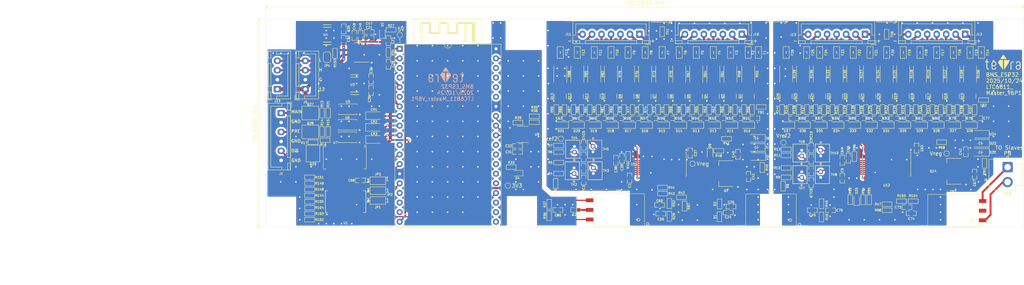
<source format=kicad_pcb>
(kicad_pcb (version 20241229) (generator "pcbnew") (generator_version "9.0")
  (layers (0 "F.Cu" signal) (2 "B.Cu" signal) (13 "F.Paste" user) (15 "B.Paste" user) (5 "F.SilkS" user "F.Silkscreen") (7 "B.SilkS" user "B.Silkscreen") (1 "F.Mask" user) (3 "B.Mask" user) (25 "Edge.Cuts" user))
  (net 0 "")
  (net 1 "+3V3")
  (net 2 "GND")
  (net 3 "+5V")
  (net 4 "Net-(C30-Pad2)")
  (net 5 "Net-(U11-V+)")
  (net 6 "Net-(D1-A)")
  (net 7 "/CAN/CAN_L")
  (net 8 "Net-(U11-Vref1)")
  (net 9 "Net-(U12-Vref1)")
  (net 10 "Net-(U12-V+)")
  (net 11 "/MCU/IP")
  (net 12 "/MCU/NRST")
  (net 13 "Net-(Q10-G)")
  (net 14 "Net-(Q10-D)")
  (net 15 "/Slaves/LTC6811_1/Vref2")
  (net 16 "/MCU/IM")
  (net 17 "/Slaves/LTC6811_1/Vreg")
  (net 18 "Net-(C41-Pad1)")
  (net 19 "Net-(U12-ISOMD)")
  (net 20 "Net-(U12-WDT)")
  (net 21 "Net-(U12-DTEN)")
  (net 22 "Net-(U12-IBIAS)")
  (net 23 "Net-(U12-ICMP)")
  (net 24 "Net-(Q3-D)")
  (net 25 "Net-(Q3-G)")
  (net 26 "/MCU/HSPI_SCK")
  (net 27 "Net-(Q4-D)")
  (net 28 "Net-(Q4-G)")
  (net 29 "Net-(Q5-D)")
  (net 30 "Net-(Q5-G)")
  (net 31 "Net-(Q6-D)")
  (net 32 "Net-(Q6-G)")
  (net 33 "/Slaves/MB")
  (net 34 "Net-(Q11-D)")
  (net 35 "Net-(Q11-G)")
  (net 36 "Net-(Q12-D)")
  (net 37 "Net-(Q12-G)")
  (net 38 "Net-(Q13-D)")
  (net 39 "Net-(Q13-G)")
  (net 40 "/Slaves/PB")
  (net 41 "Net-(Q7-D)")
  (net 42 "Net-(Q7-G)")
  (net 43 "Net-(Q8-D)")
  (net 44 "Net-(Q8-G)")
  (net 45 "Net-(Q9-D)")
  (net 46 "Net-(Q9-G)")
  (net 49 "/MCU/INTB")
  (net 50 "/MCU/HSPI_MISO")
  (net 51 "/MCU/HSPI_MOSI")
  (net 52 "Net-(D4-A)")
  (net 53 "/CAN/CAN_H")
  (net 54 "Net-(D9-K)")
  (net 55 "Net-(D25-K)")
  (net 56 "GND_PACK")
  (net 57 "/CAN/RXD")
  (net 58 "/CAN/TXD")
  (net 59 "Net-(Q2-G)")
  (net 60 "Net-(Q2-D)")
  (net 61 "Net-(Q15-D)")
  (net 62 "Net-(Q15-G)")
  (net 63 "Net-(Q16-G)")
  (net 64 "Net-(Q16-D)")
  (net 65 "Net-(Q17-G)")
  (net 66 "Net-(Q17-D)")
  (net 67 "Net-(Q18-G)")
  (net 68 "Net-(Q18-D)")
  (net 69 "Net-(Q19-D)")
  (net 70 "Net-(Q19-G)")
  (net 71 "Net-(Q20-D)")
  (net 72 "Net-(Q20-G)")
  (net 73 "Net-(Q21-D)")
  (net 74 "Net-(Q21-G)")
  (net 75 "Net-(Q22-G)")
  (net 76 "Net-(Q22-D)")
  (net 77 "Net-(Q23-G)")
  (net 78 "Net-(Q23-D)")
  (net 79 "Net-(Q24-D)")
  (net 80 "Net-(Q24-G)")
  (net 81 "Net-(Q25-G)")
  (net 82 "Net-(Q25-D)")
  (net 83 "Net-(Q26-D)")
  (net 84 "Net-(Q26-G)")
  (net 85 "/Slaves/LTC6811_1/T2")
  (net 86 "/Slaves/LTC6811_1/T3")
  (net 87 "/Slaves/LTC6811_1/T4")
  (net 88 "/Slaves/LTC6811_1/T5")
  (net 89 "/Slaves/LTC6811_1/T1")
  (net 90 "/Slaves/LTC6811_1/cell12/C")
  (net 91 "Net-(U11-IBIAS)")
  (net 92 "Net-(U11-ICMP)")
  (net 93 "Net-(U11-ISOMD)")
  (net 94 "Net-(U11-WDT)")
  (net 95 "Net-(U11-DTEN)")
  (net 96 "/Slaves/LTC6811_1/cell11/C")
  (net 97 "/Slaves/LTC6811_1/cell10/C")
  (net 98 "/Slaves/LTC6811_1/cell10/CM")
  (net 101 "/Slaves/LTC6811_1/cell8/C")
  (net 102 "/Slaves/LTC6811_1/cell7/C")
  (net 103 "/Slaves/LTC6811_1/cell6/C")
  (net 104 "/Slaves/LTC6811_1/cell5/C")
  (net 105 "/Slaves/LTC6811_1/cell4/C")
  (net 106 "/Slaves/LTC6811_1/cell3/C")
  (net 107 "/Slaves/LTC6811_1/cell2/C")
  (net 108 "/Slaves/LTC6811_1/cell1/C")
  (net 109 "/Slaves/LTC6811_2/Vref2")
  (net 110 "/Slaves/LTC6811_2/Vreg")
  (net 111 "Net-(C67-Pad1)")
  (net 112 "/Slaves/LTC6811_2/T2")
  (net 113 "/Slaves/LTC6811_2/T3")
  (net 114 "/Slaves/LTC6811_2/T4")
  (net 115 "/Slaves/LTC6811_2/T5")
  (net 116 "/Slaves/LTC6811_2/T1")
  (net 117 "/Slaves/LTC6811_2/cell12/C")
  (net 118 "/Slaves/LTC6811_2/cell11/C")
  (net 119 "/Slaves/LTC6811_2/cell10/C")
  (net 120 "/Slaves/LTC6811_2/cell10/CM")
  (net 121 "/Slaves/LTC6811_2/cell8/C")
  (net 122 "/Slaves/LTC6811_2/cell7/C")
  (net 123 "/Slaves/LTC6811_2/cell6/C")
  (net 124 "/Slaves/LTC6811_2/cell5/C")
  (net 125 "/Slaves/LTC6811_2/cell4/C")
  (net 126 "/Slaves/LTC6811_2/cell3/C")
  (net 127 "/Slaves/LTC6811_2/cell2/C")
  (net 128 "/Slaves/LTC6811_2/cell1/C")
  (net 129 "/Slaves/LTC6811_1/BAT+")
  (net 130 "/Slaves/LTC6811_2/BAT+")
  (net 131 "/Slaves/LTC6811_1/cell12/C+")
  (net 132 "/Slaves/LTC6811_1/C12")
  (net 133 "/Slaves/LTC6811_1/cell11/C+")
  (net 134 "/Slaves/LTC6811_1/C11")
  (net 135 "/Slaves/LTC6811_1/C10")
  (net 136 "/Slaves/LTC6811_1/cell10/C+")
  (net 137 "/Slaves/LTC6811_1/C9")
  (net 138 "/Slaves/LTC6811_1/cell10/C-")
  (net 139 "/Slaves/LTC6811_1/cell8/C+")
  (net 140 "/Slaves/LTC6811_1/C8")
  (net 141 "/Slaves/LTC6811_1/C7")
  (net 142 "/Slaves/LTC6811_1/cell7/C+")
  (net 143 "/Slaves/LTC6811_1/C6")
  (net 144 "/Slaves/LTC6811_1/cell6/C+")
  (net 145 "/Slaves/LTC6811_1/C5")
  (net 146 "/Slaves/LTC6811_1/cell5/C+")
  (net 147 "/Slaves/LTC6811_1/C4")
  (net 148 "/Slaves/LTC6811_1/cell4/C+")
  (net 149 "/Slaves/LTC6811_1/C3")
  (net 150 "/Slaves/LTC6811_1/cell3/C+")
  (net 151 "/Slaves/LTC6811_1/cell2/C+")
  (net 152 "/Slaves/LTC6811_1/C2")
  (net 153 "/Slaves/LTC6811_1/cell1/C+")
  (net 154 "/Slaves/LTC6811_1/C1")
  (net 155 "/Slaves/LTC6811_1/C1_G")
  (net 156 "/Slaves/LTC6811_2/C12")
  (net 157 "/Slaves/LTC6811_2/cell12/C+")
  (net 158 "/Slaves/LTC6811_2/C11")
  (net 159 "/Slaves/LTC6811_2/cell11/C+")
  (net 160 "/Slaves/LTC6811_2/C10")
  (net 161 "/Slaves/LTC6811_2/cell10/C+")
  (net 162 "/Slaves/LTC6811_2/cell10/C-")
  (net 163 "/Slaves/LTC6811_2/C9")
  (net 164 "/Slaves/LTC6811_2/C8")
  (net 165 "/Slaves/LTC6811_2/cell8/C+")
  (net 166 "/Slaves/LTC6811_2/cell7/C+")
  (net 167 "/Slaves/LTC6811_2/C7")
  (net 168 "/Slaves/LTC6811_2/cell6/C+")
  (net 169 "/Slaves/LTC6811_2/C6")
  (net 170 "/Slaves/LTC6811_2/cell5/C+")
  (net 171 "/Slaves/LTC6811_2/C5")
  (net 172 "/Slaves/LTC6811_2/C4")
  (net 173 "/Slaves/LTC6811_2/cell4/C+")
  (net 174 "/Slaves/LTC6811_2/C3")
  (net 175 "/Slaves/LTC6811_2/cell3/C+")
  (net 176 "/Slaves/LTC6811_2/C2")
  (net 177 "/Slaves/LTC6811_2/cell2/C+")
  (net 178 "/Slaves/LTC6811_2/C1")
  (net 179 "/Slaves/LTC6811_2/cell1/C+")
  (net 180 "/Slaves/LTC6811_2/C1_G")
  (net 181 "/Slaves/LTC6811_1/DRIVE")
  (net 182 "/Slaves/LTC6811_2/DRIVE")
  (net 183 "Net-(U9-ICMP)")
  (net 184 "Net-(U9-IBIAS)")
  (net 185 "/Slaves/LTC6811_1/IPB")
  (net 186 "/Slaves/LTC6811_1/IMB")
  (net 187 "/Slaves/LTC6811_1/cell12/S")
  (net 188 "/Slaves/LTC6811_1/cell11/S")
  (net 189 "/Slaves/LTC6811_1/cell10/S")
  (net 190 "/Slaves/LTC6811_1/cell9/S")
  (net 191 "/Slaves/LTC6811_1/cell8/S")
  (net 192 "/Slaves/LTC6811_1/cell7/S")
  (net 193 "/Slaves/LTC6811_1/cell6/S")
  (net 194 "/Slaves/LTC6811_1/cell5/S")
  (net 195 "/Slaves/LTC6811_1/cell4/S")
  (net 196 "/Slaves/LTC6811_1/cell3/S")
  (net 197 "/Slaves/LTC6811_1/cell2/S")
  (net 198 "/Slaves/LTC6811_1/cell1/S")
  (net 199 "/Slaves/LTC6811_2/IPB")
  (net 200 "/Slaves/LTC6811_2/IMB")
  (net 201 "/Slaves/LTC6811_2/cell12/S")
  (net 202 "/Slaves/LTC6811_2/cell11/S")
  (net 203 "/Slaves/LTC6811_2/cell10/S")
  (net 204 "/Slaves/LTC6811_2/cell9/S")
  (net 205 "/Slaves/LTC6811_2/cell8/S")
  (net 206 "/Slaves/LTC6811_2/cell7/S")
  (net 207 "/Slaves/LTC6811_2/cell6/S")
  (net 208 "/Slaves/LTC6811_2/cell5/S")
  (net 209 "/Slaves/LTC6811_2/cell4/S")
  (net 210 "/Slaves/LTC6811_2/cell3/S")
  (net 211 "/Slaves/LTC6811_2/cell2/S")
  (net 212 "/Slaves/LTC6811_2/cell1/S")
  (net 231 "Net-(C45-Pad1)")
  (net 232 "Net-(C70-Pad1)")
  (net 233 "Net-(C73-Pad2)")
  (net 234 "/Slaves/LTC6811_2/IMA")
  (net 235 "/Slaves/LTC6811_2/IPA")
  (net 236 "Net-(C24-Pad1)")
  (net 237 "Net-(C26-Pad1)")
  (net 238 "Net-(C74-Pad1)")
  (net 239 "Net-(C50-Pad1)")
  (net 242 "/MCU/INTA")
  (net 249 "/MCU/HSPI_CS")
  (net 250 "/MCU/VSPI_MISO")
  (net 251 "/MCU/VSPI_MOSI")
  (net 252 "/MCU/VSPI_CS")
  (net 253 "/MCU/VSPI_SCK")
  (net 254 "Net-(JP1-C)")
  (net 255 "Net-(JP2-C)")
  (net 256 "Net-(JP3-C)")
  (net 257 "Net-(U1-GPA0)")
  (net 258 "Net-(U1-GPA1)")
  (net 259 "Net-(U1-GPA2)")
  (net 260 "Net-(U1-GPA3)")
  (net 261 "Net-(U1-GPA4)")
  (net 262 "Net-(U1-GPA5)")
  (net 263 "Net-(U1-GPA6)")
  (net 264 "Net-(U1-GPA7)")
  (net 266 "Net-(C69-Pad1)")
  (net 267 "/Slaves/LTC6811_1/IPA")
  (net 268 "/Slaves/LTC6811_1/IMA")
  (net 269 "Net-(C29-Pad2)")
  (net 270 "Net-(JP4-B)")
  (net 271 "Net-(CR1-Pad1)")
  (net 272 "Net-(Q27-G)")
  (net 273 "Net-(R21-Pad1)")
  (net 274 "+12V")
  (net 276 "/MCU/Main_Relay_Control")
  (net 277 "Net-(CR2-Pad1)")
  (net 278 "/MCU/Precharge_Relay_Control")
  (net 279 "/MCU/Discharge_Relay_Control")
  (net 280 "Net-(CR3-Pad1)")
  (net 281 "/MCU/Precharge_Relay")
  (net 282 "/MCU/Main_Relay")
  (net 283 "/MCU/Discharge_Relay")
  (net 284 "Net-(Q28-G)")
  (net 285 "Net-(Q29-G)")
  (net 286 "Net-(R15-Pad1)")
  (net 287 "Net-(R17-Pad1)")
  (footprint "Library:ESP32-DevKitc V4_DIP-38_27.9mm×48.2mm" (layer "F.Cu") (at 134.095 99.811928)
    (property "Reference" "U8" (hide yes))
    (property "Value" "ESP32-DevKitC V4" (hide yes))
  )
  (footprint "Library:LED_0603_1608Metric" (layer "F.Cu") (at 255.9 92.7 90)
    (property "Reference" "D25")
    (property "Value" "LED Red")
  )
  (footprint "Library:R_0603_1608Metric" (layer "F.Cu") (at 240.6 68.9 90)
    (property "Reference" "R138")
    (property "Value" "3.3K")
  )
  (footprint "Library:R_0603_1608Metric" (layer "F.Cu") (at 289.6 83.1 -90)
    (property "Reference" "R91")
    (property "Value" "100R")
  )
  (footprint "Library:R_0603_1608Metric" (layer "F.Cu") (at 177.3 85.8 180)
    (property "Reference" "R4")
    (property "Value" "10K")
  )
  (footprint "Library:C_0603_1608Metric" (layer "F.Cu") (at 243.9 82 90)
    (property "Reference" "C9")
    (property "Value" "100nF/100V")
  )
  (footprint "Library:Fuse_0805_2012Metric" (layer "F.Cu") (at 191.1 53.8 -90)
    (property "Reference" "F10")
    (property "Value" "MPZ2012S102ATD25")
  )
  (footprint "Library:SolderJumper-3_P1.3mm_Open_Pad1.0x1.5mm_NumberLabels" (layer "F.Cu") (at 129.6 87.7 180)
    (property "Reference" "JP3")
    (property "Value" "SolderJumper_3_Bridged12")
  )
  (footprint "Library:C_0603_1608Metric" (layer "F.Cu") (at 256.975 71.2)
    (property "Reference" "C84")
    (property "Value" "100nF/100V")
  )
  (footprint "Library:R_0603_1608Metric" (layer "F.Cu") (at 219.7 93.825 -90)
    (property "Reference" "R2")
    (property "Value" "49.9R")
  )
  (footprint "Library:D_SOD-323_HandSoldering" (layer "F.Cu") (at 209.05 73 180)
    (property "Reference" "D14")
    (property "Value" "PDZ7.5B")
  )
  (footprint "Library:Fuse_0805_2012Metric" (layer "F.Cu") (at 213.6 53.8 -90)
    (property "Reference" "F5")
    (property "Value" "MPZ2012S102ATD25")
  )
  (footprint "Library:R_0603_1608Metric" (layer "F.Cu") (at 114.9 74.7 90)
    (property "Reference" "R14")
    (property "Value" "10K")
  )
  (footprint "Library:C_0603_1608Metric" (layer "F.Cu") (at 127.8085 60.775001 90)
    (property "Reference" "C34")
    (property "Value" "1uF/25V")
  )
  (footprint "Library:Fuse_0805_2012Metric" (layer "F.Cu") (at 268.2 53.8 -90)
    (property "Reference" "F19")
    (property "Value" "MPZ2012S102ATD25")
  )
  (footprint "Library:C_0603_1608Metric" (layer "F.Cu") (at 179.6 71.2)
    (property "Reference" "C62")
    (property "Value" "100nF/100V")
  )
  (footprint "Library:C_0603_1608Metric" (layer "F.Cu") (at 120.6 47.575 90)
    (property "Reference" "C35")
    (property "Value" "1uF/25V")
  )
  (footprint "Library:R_0603_1608Metric" (layer "F.Cu") (at 219.5 79.8)
    (property "Reference" "R48")
    (property "Value" "1.2K")
  )
  (footprint "Library:R_2512_6332Metric" (layer "F.Cu") (at 263.8 59.5 -90)
    (property "Reference" "R121")
    (property "Value" "36R 1W 2512")
  )
  (footprint "Library:R_2512_6332Metric" (layer "F.Cu") (at 177.725 59.5 -90)
    (property "Reference" "R88")
    (property "Value" "36R 1W 2512")
  )
  (footprint "Library:TO252-3_ROM" (layer "F.Cu") (at 111.7521 49.1 90)
    (property "Reference" "U4")
    (property "Value" "BD50FC0FP-E2")
  )
  (footprint "Library:C_0603_1608Metric" (layer "F.Cu") (at 183.9 78.3 -90)
    (property "Reference" "C5")
    (property "Value" "100nF/100V")
  )
  (footprint "Library:TestPoint_Pad_D1.0mm" (layer "F.Cu") (at 212.6 83.2)
    (property "Reference" "TP3" (hide yes))
    (property "Value" "Vreg")
  )
  (footprint "Library:JST_ZR_B2B-ZR_1x02_P1.50mm_Vertical" (layer "F.Cu") (at 246.4 85.325002 -90)
    (property "Reference" "TH8")
    (property "Value" "10K NTC")
  )
  (footprint "Library:R_0603_1608Metric" (layer "F.Cu") (at 246.6 93.775 -90)
    (property "Reference" "R49")
    (property "Value" "49.9R")
  )
  (footprint "Library:R_0603_1608Metric" (layer "F.Cu") (at 262.7 68.9 90)
    (property "Reference" "R123")
    (property "Value" "3.3K")
  )
  (footprint "Library:R_2512_6332Metric" (layer "F.Cu") (at 277 59.5 -90)
    (property "Reference" "R112")
    (property "Value" "36R 1W 2512")
  )
  (footprint "Library:TestPoint_Pad_D1.0mm" (layer "F.Cu") (at 177.9 76.6)
    (property "Reference" "TP4" (hide yes))
    (property "Value" "Vref2")
  )
  (footprint "Library:C_0603_1608Metric" (layer "F.Cu") (at 125 87.6 180)
    (property "Reference" "C68")
    (property "Value" "100nF/100V")
  )
  (footprint "Library:C_0603_1608Metric" (layer "F.Cu") (at 212 80.375 -90)
    (property "Reference" "C37")
    (property "Value" "100nF/100V")
  )
  (footprint "Library:D_SOD-323_HandSoldering" (layer "F.Cu") (at 237.55 73 180)
    (property "Reference" "D37")
    (property "Value" "PDZ7.5B")
  )
  (footprint "Library:R_0603_1608Metric" (layer "F.Cu") (at 176.675 68.9 90)
    (property "Reference" "R90")
    (property "Value" "3.3K")
  )
  (footprint "Library:D_SOD-323_HandSoldering" (layer "F.Cu") (at 222.55 73 180)
    (property "Reference" "D11")
    (property "Value" "PDZ7.5B")
  )
  (footprint "Library:R_0603_1608Metric" (layer "F.Cu") (at 217 68.9 90)
    (property "Reference" "R63")
    (property "Value" "3.3K")
  )
  (footprint "Library:C_0603_1608Metric" (layer "F.Cu") (at 184.1 71.2)
    (property "Reference" "C61")
    (property "Value" "100nF/100V")
  )
  (footprint "Library:R_2512_6332Metric" (layer "F.Cu") (at 246.15 59.5 -90)
    (property "Reference" "R133")
    (property "Value" "36R 1W 2512")
  )
  (footprint "Library:R_0603_1608Metric" (layer "F.Cu") (at 271.5 68.9 90)
    (property "Reference" "R117")
    (property "Value" "3.3K")
  )
  (footprint "Library:R_0603_1608Metric" (layer "F.Cu") (at 204.6 48.3 -90)
    (property "Reference" "TH1")
    (property "Value" "10K NTC SMD")
  )
  (footprint "Library:MountingHole_3.2mm_M3_ISO7380" (layer "F.Cu") (at 295.9 49.1)
    (property "Reference" "J19" (hide yes))
    (property "Value" "Hole /NC")
  )
  (footprint "Library:C_0603_1608Metric" (layer "F.Cu") (at 243.9 79 -90)
    (property "Reference" "C10")
    (property "Value" "100nF/100V")
  )
  (footprint "Library:C_0603_1608Metric" (layer "F.Cu") (at 243.9 88.2 90)
    (property "Reference" "C7")
    (property "Value" "100nF/100V")
  )
  (footprint "Library:HM2108NL" (layer "F.Cu") (at 233.3 95.5 90)
    (property "Reference" "TR3")
    (property "Value" "HM2108NL")
  )
  (footprint "Library:R_0603_1608Metric" (layer "F.Cu") (at 203.5 68.9 90)
    (property "Reference" "R72")
    (property "Value" "3.3K")
  )
  (footprint "Library:D_SOD-123F" (layer "F.Cu") (at 229.675 81.3 180)
    (property "Reference" "D8")
    (property "Value" "BZT52H-C62")
  )
  (footprint "Library:SOT-23" (layer "F.Cu") (at 246.15 65.4 90)
    (property "Reference" "Q24")
    (property "Value" "TSM2323")
  )
  (footprint "Library:R_0603_1608Metric" (layer "F.Cu") (at 263.9 95.5 180)
    (property "Reference" "R98")
    (property "Value" "1K")
  )
  (footprint "Library:C_0603_1608Metric" (layer "F.Cu") (at 222 96.1)
    (property "Reference" "C24")
    (property "Value" "10nF/100V")
  )
  (footprint "Library:C_0603_1608Metric" (layer "F.Cu") (at 181.8 95.4)
    (property "Reference" "C29")
    (property "Value" "10nF/100V")
  )
  (footprint "Library:R_2512_6332Metric" (layer "F.Cu") (at 268.2 59.5 -90)
    (property "Reference" "R118")
    (property "Value" "36R 1W 2512")
  )
  (footprint "Library:SOT-23" (layer "F.Cu") (at 200.1 65.4 90)
    (property "Reference" "Q8")
    (property "Value" "TSM2323")
  )
  (footprint "Library:SW_218-8LPSTJ_11.33×6.05_P1.27" (layer "F.Cu") (at 120.9 81.7 -90)
    (property "Reference" "SW1" (hide yes))
    (property "Value" "218-8LPSTJ")
  )
  (footprint "Library:R_0603_1608Metric" (layer "F.Cu") (at 195.6 81.275 90)
    (property "Reference" "R45")
    (property "Value" "0")
  )
  (footprint "Library:C_0603_1608Metric" (layer "F.Cu") (at 183.9 87.5 90)
    (property "Reference" "C2")
    (property "Value" "100nF/100V")
  )
  (footprint "Library:D_SOD-323_HandSoldering" (layer "F.Cu") (at 241.7 73 180)
    (property "Reference" "D36")
    (property "Value" "PDZ7.5B")
  )
  (footprint "Library:R_0603_1608Metric" (layer "F.Cu") (at 256.1 68.9 90)
    (property "Reference" "R128")
    (property "Value" "100R")
  )
  (footprint "Library:R_0603_1608Metric" (layer "F.Cu") (at 207.9 68.9 90)
    (property "Reference" "R69")
    (property "Value" "3.3K")
  )
  (footprint "Library:SOT-23" (layer "F.Cu") (at 222.6 65.4 90)
    (property "Reference" "Q3")
    (property "Value" "TSM2323")
  )
  (footprint "Library:R_0603_1608Metric" (layer "F.Cu") (at 231 84.2 -90)
    (property "Reference" "R40")
    (property "Value" "100R")
  )
  (footprint "Library:TestPoint_Pad_D1.0mm" (layer "F.Cu") (at 163.9 89)
    (property "Reference" "TP2" (hide yes))
    (property "Value" "3V3")
  )
  (footprint "Library:R_0603_1608Metric" (layer "F.Cu") (at 226.2 68.9 90)
    (property "Reference" "R57")
    (property "Value" "3.3K")
  )
  (footprint "Library:R_0603_1608Metric" (layer "F.Cu") (at 237.3 81 180)
    (property "Reference" "R11")
    (property "Value" "10K")
  )
  (footprint "Library:R_2512_6332Metric" (layer "F.Cu") (at 213.6 59.5 -90)
    (property "Reference" "R64")
    (property "Value" "36R 1W 2512")
  )
  (footprint "Library:R_0603_1608Metric" (layer "F.Cu") (at 257.6 92.7125 90)
    (property "Reference" "R94")
    (property "Value" "0")
  )
  (footprint "Library:R_0603_1608Metric" (layer "F.Cu") (at 206.5 93.7 -90)
    (property "Reference" "R32")
    (property "Value" "51R")
  )
  (footprint "Library:R_0603_1608Metric" (layer "F.Cu") (at 178.825 68.9 90)
    (property "Reference" "R89")
    (property "Value" "100R")
  )
  (footprint "Library:C_0603_1608Metric" (layer "F.Cu") (at 248.125 71.2)
    (property "Reference" "C86")
    (property "Value" "100nF/100V")
  )
  (footprint "Library:R_0603_1608Metric" (layer "F.Cu") (at 111.6 86.8)
    (property "Reference" "R151")
    (property "Value" "10K")
  )
  (footprint "Library:C_0603_1608Metric" (layer "F.Cu") (at 204.225 96.4 180)
    (property "Reference" "C50")
    (property "Value" "10nF/100V")
  )
  (footprint "Library:C_0603_1608Metric" (layer "F.Cu") (at 166.45 80.1 180)
    (property "Reference" "C31")
    (property "Value" "1uF/25V")
  )
  (footprint "Library:R_2512_6332Metric" (layer "F.Cu") (at 209.1 59.5 -90)
    (property "Reference" "R67")
    (property "Value" "36R 1W 2512")
  )
  (footprint "Library:SOT-23" (layer "F.Cu") (at 213.6 65.4 90)
    (property "Reference" "Q5")
    (property "Value" "TSM2323")
  )
  (footprint "Library:Fuse_0805_2012Metric" (layer "F.Cu") (at 250.6 53.8 -90)
    (property "Reference" "F23")
    (property "Value" "MPZ2012S102ATD25")
  )
  (footprint "Library:C_0603_1608Metric" (layer "F.Cu") (at 249 95.5)
    (property "Reference" "C70")
    (property "Value" "10nF/100V")
  )
  (footprint "Library:SOT-23" (layer "F.Cu") (at 186.7 65.4 90)
    (property "Reference" "Q11")
    (property "Value" "TSM2323")
  )
  (footprint "Library:R_0603_1608Metric" (layer "F.Cu") (at 112.5 77.5 180)
    (property "Reference" "R16")
    (property "Value" "10K")
  )
  (footprint "Library:R_0603_1608Metric" (layer "F.Cu") (at 237.3 84.3 180)
    (property "Reference" "R10")
    (property "Value" "10K")
  )
  (footprint "Library:C_0603_1608Metric" (layer "F.Cu") (at 203.9 94.1)
    (property "Reference" "C69")
    (property "Value" "10nF/100V")
  )
  (footprint "Library:SOT-23" (layer "F.Cu") (at 241.75 65.4 90)
    (property "Reference" "Q25")
    (property "Value" "TSM2323")
  )
  (footprint "Library:Fuse_0805_2012Metric" (layer "F.Cu") (at 285.8 53.8 -90)
    (property "Reference" "F15")
    (property "Value" "MPZ2012S102ATD25")
  )
  (footprint "Library:R_0603_1608Metric" (layer "F.Cu") (at 237.3 86.8 180)
    (property "Reference" "R9")
    (property "Value" "10K")
  )
  (footprint "Library:JST_ZR_B2B-ZR_1x02_P1.50mm_Vertical" (layer "F.Cu") (at 186.4477 84.2834 -90)
    (property "Reference" "TH3")
    (property "Value" "10K NTC")
  )
  (footprint "Library:C_0603_1608Metric" (layer "F.Cu") (at 265.775 71.2)
    (property "Reference" "C82")
    (property "Value" "100nF/100V")
  )
  (footprint "Library:C_0603_1608Metric" (layer "F.Cu") (at 211.075 71.2)
    (property "Reference" "C55")
    (property "Value" "100nF/100V")
  )
  (footprint "Library:R_0603_1608Metric" (layer "F.Cu") (at 177.3 78.4 180)
    (property "Reference" "R7")
    (property "Value" "10K")
  )
  (footprint "Library:Fuse_0805_2012Metric" (layer "F.Cu") (at 227.3 53.8 -90)
    (property "Reference" "F2")
    (property "Value" "MPZ2012S102ATD25")
  )
  (footprint "Library:R_0603_1608Metric" (layer "F.Cu") (at 115.7 77 180)
    (property "Reference" "R17")
    (property "Value" "1K")
  )
  (footprint "Library:SOT-23" (layer "F.Cu") (at 268.2 65.4 90)
    (property "Reference" "Q19")
    (property "Value" "TSM2323")
  )
  (footprint "Library:R_0603_1608Metric" (layer "F.Cu") (at 201.3 68.9 90)
    (property "Reference" "R74")
    (property "Value" "100R")
  )
  (footprint "Library:SOT-23" (layer "F.Cu") (at 227.3 65.4 90)
    (property "Reference" "Q2")
    (property "Value" "TSM2323")
  )
  (footprint "Library:C_0603_1608Metric" (layer "F.Cu") (at 206.575 71.2)
    (property "Reference" "C56")
    (property "Value" "100nF/100V")
  )
  (footprint "Library:TSSOP-48_6.1x12.5mm_P0.5mm" (layer "F.Cu") (at 204.6 83.3 -90)
    (property "Reference" "U11")
    (property "Value" "LTC6811HG-1")
  )
  (footprint "Library:C_0603_1608Metric" (layer "F.Cu") (at 224.6 80.7 90)
    (property "Reference" "C40")
    (property "Value" "4.7uF/16V")
  )
  (footprint "Library:C_0603_1608Metric" (layer "F.Cu") (at 193.075 71.2)
    (property "Reference" "C59")
    (property "Value" "100nF/100V")
  )
  (footprint "Library:D_SOD-123F" (layer "F.Cu") (at 128.6 70.5)
    (property "Reference" "CR1")
    (property "Value" "S-562T")
  )
  (footprint "Library:R_0603_1608Metric" (layer "F.Cu") (at 282.5 68.9 90)
    (property "Reference" "R110")
    (property "Value" "100R")
  )
  (footprint "Library:Fuse_0805_2012Metric" (layer "F.Cu") (at 288.8 53.8 -90)
    (property "Reference" "F14")
    (property "Value" "MPZ2012S102ATD25")
  )
  (footprint "Library:Fuse_0805_2012Metric" (layer "F.Cu") (at 200.1 53.8 -90)
    (property "Reference" "F8")
    (property "Value" "MPZ2012S102ATD25")
  )
  (footprint "Library:Fuse_0805_2012Metric" (layer "F.Cu") (at 204.6 53.8 -90)
    (property "Reference" "F7")
    (property "Value" "MPZ2012S102ATD25")
  )
  (footprint "Library:R_0603_1608Metric" (layer "F.Cu") (at 254.2 92.6875 90)
    (property "Reference" "R99")
    (property "Value" "1.2K")
  )
  (footprint "Library:C_0603_1608Metric" (layer "F.Cu") (at 261.375 71.2)
    (property "Reference" "C83")
    (property "Value" "100nF/100V")
  )
  (footprint "Library:D_SOD-323_HandSoldering" (layer "F.Cu") (at 281.35 73 180)
    (property "Reference" "D27")
    (property "Value" "PDZ7.5B")
  )
  (footprint "Library:SOT-23" (layer "F.Cu") (at 195.6 65.4 90)
    (property "Reference" "Q9")
    (property "Value" "TSM2323")
  )
  (footprint "Library:SOT-23" (layer "F.Cu") (at 263.8 65.4 90)
    (property "Reference" "Q20")
    (property "Value" "TSM2323")
  )
  (footprint "Library:D_SOD-323_HandSoldering" (layer "F.Cu") (at 259.35 73 180)
    (property "Reference" "D32")
    (property "Value" "PDZ7.5B")
  )
  (footprint "Library:C_0603_1608Metric" (layer "F.Cu") (at 188.575 71.2)
    (property "Reference" "C60")
    (property "Value" "100nF/100V")
  )
  (footprint "Library:R_2512_6332Metric" (layer "F.Cu") (at 241.75 59.5 -90)
    (property "Reference" "R136")
    (property "Value" "36R 1W 2512")
  )
  (footprint "Library:D_SOD-323_HandSoldering" (layer "F.Cu") (at 285.75 73 180)
    (property "Reference" "D26")
    (property "Value" "PDZ7.5B")
  )
  (footprint "Library:R_0603_1608Metric" (layer "F.Cu") (at 270.8 93.1)
    (property "Reference" "R154")
    (property "Value" "51R")
  )
  (footprint "Library:R_0603_1608Metric" (layer "F.Cu") (at 187.8 68.9 90)
    (property "Reference" "R83")
    (property "Value" "100R")
  )
  (footprint "Library:C_0603_1608Metric" (layer "F.Cu") (at 253.7 81.7 90)
    (property "Reference" "C65")
    (property "Value" "1uF/25V")
  )
  (footprint "Library:R_0603_1608Metric" (layer "F.Cu") (at 111.6 91.6)
    (property "Reference" "R144")
    (property "Value" "10K")
  )
  (footprint "Library:SOT-23" (layer "F.Cu") (at 182.225 65.4 90)
    (property "Reference" "Q12")
    (property "Value" "TSM2323")
  )
  (footprint "Library:D_SOD-323_HandSoldering" (layer "F.Cu") (at 213.55 73 180)
    (property "Reference" "D13")
    (property "Value" "PDZ7.5B")
  )
  (footprint "Library:R_0603_1608Metric" (layer "F.Cu") (at 204.7 89.5 180)
    (property "Reference" "R44")
    (property "Value" "1M")
  )
  (footprint "Library:JST_ZR_B2B-ZR_1x02_P1.50mm_Vertical" (layer "F.Cu") (at 241.4 81.125001 90)
    (property "Reference" "TH9")
    (property "Value" "10K NTC")
  )
  (footprint "Library:C_0603_1608Metric" (layer "F.Cu") (at 239.275 71.2)
    (property "Reference" "C88")
    (property "Value" "100nF/100V")
  )
  (footprint "Library:C_0603_1608Metric" (layer "F.Cu") (at 284.7 80.025 90)
    (property "Reference" "C42")
    (property "Value" "4.7uF/16V")
  )
  (footprint "Library:D_SOD-323_HandSoldering" (layer "F.Cu") (at 204.55 73 180)
    (property "Reference" "D15")
    (property "Value" "PDZ7.5B")
  )
  (footprint "Library:JST_ZR_B2B-ZR_1x02_P1.50mm_Vertical" (layer "F.Cu") (at 241.4 86.825001 90)
    (property "Reference" "TH7")
    (property "Value" "10K NTC")
  )
  (footprint "Library:C_0603_1608Metric" (layer "F.Cu") (at 202.075 71.2)
    (property "Reference" "C57")
    (property "Value" "100nF/100V")
  )
  (footprint "Library:R_0603_1608Metric" (layer "F.Cu") (at 264.9 68.9 90)
    (property "Reference" "R122")
    (property "Value" "100R")
  )
  (footprint "Library:R_2512_6332Metric" (layer "F.Cu") (at 281.4 59.5 -90)
    (property "Reference" "R109")
    (property "Value" "36R 1W 2512")
  )
  (footprint "Library:R_0603_1608Metric" (layer "F.Cu") (at 230.7 68.2 180)
    (property "Reference" "FB1")
    (property "Value" "BLM18PG330SN1D")
  )
  (footprint "Library:R_0603_1608Metric" (layer "F.Cu") (at 118.3 54 -90)
    (property "Reference" "R153")
    (property "Value" "120R")
  )
  (footprint "Library:TestPoint_Pad_D1.0mm" (layer "F.Cu") (at 135.4 49.2)
    (property "Reference" "TP1" (hide yes))
    (property "Value" "5V")
  )
  (footprint "Library:R_0603_1608Metric" (layer "F.Cu") (at 278.3 77.5 180)
    (property "Reference" "R92")
    (property "Value" "100R")
  )
  (footprint "Library:R_0603_1608Metric" (layer "F.Cu") (at 192.3 68.9 90)
    (property "Reference" "R80")
    (property "Value" "100R")
  )
  (footprint "Library:R_0603_1608Metric" (layer "F.Cu") (at 228.3 68.9 90)
    (property "Reference" "R56")
    (property "Value" "100R")
  )
  (footprint "Library:R_2512_6332Metric" (layer "F.Cu") (at 222.6 59.5 -90)
    (property "Reference" "R58")
    (property "Value" "36R 1W 2512")
  )
  (footprint "Library:C_0603_1608Metric" (layer "F.Cu") (at 224.575 71.2)
    (property "Reference" "C52")
    (property "Value" "100nF/100V")
  )
  (footprint "Library:R_0603_1608Metric" (layer "F.Cu") (at 249.5 68.9 90)
    (property "Reference" "R132")
    (property "Value" "3.3K")
  )
  (footprint "Library:C_0603_1608Metric" (layer "F.Cu") (at 194 81.775 90)
    (property "Reference" "C39")
    (property "Value" "1uF/25V")
  )
  (footprint "Library:R_0603_1608Metric" (layer "F.Cu") (at 242.8 68.9 90)
    (property "Reference" "R137")
    (property "Value" "100R")
  )
  (footprint "Library:C_0603_1608Metric" (layer "F.Cu") (at 120.6 50.625 90)
    (property "Reference" "C33")
    (property "Value" "2.2uF/25V")
  )
  (footprint "Library:SSOP-28_5.3x10.2mm_P0.65mm" (layer "F.Cu") (at 121.1 93.2 90)
    (property "Reference" "U1")
    (property "Value" "MCP23017T-E/SS")
  )
  (footprint "Library:C_0603_1608Metric" (layer "F.Cu") (at 227.35 86.575 -90)
    (property "Reference" "C41")
    (property "Value" "100nF/100V")
  )
  (footprint "Library:C_0603_1608Metric" (layer "F.Cu") (at 229.025 71.2)
    (property "Reference" "C51")
    (property "Value" "100nF/100V")
  )
  (footprint "Library:R_0603_1608Metric" (layer "F.Cu") (at 258.3 68.9 90)
    (property "Reference" "R126")
    (property "Value" "3.3K")
  )
  (footprint "Library:Fuse_0805_2012Metric" (layer "F.Cu") (at 259.4 53.8 -90)
    (property "Reference" "F21")
    (property "Value" "MPZ2012S102ATD25")
  )
  (footprint "Library:R_0603_1608Metric" (layer "F.Cu") (at 263.9 93.9)
    (property "Reference" "R47")
    (property "Value" "1K")
  )
  (footprint "Library:SOT-23" (layer "F.Cu") (at 277 65.4 90)
    (property "Reference" "Q17")
    (property "Value" "TSM2323")
  )
  (footprint "Library:C_0603_1608Metric" (layer "F.Cu") (at 274.575 71.2)
    (property "Reference" "C80")
    (property "Value" "100nF/100V")
  )
  (footprint "Library:R_0603_1608Metric" (layer "F.Cu") (at 174.8 96.925 -90)
    (property "Reference" "R36")
    (property "Value" "49.9R")
  )
  (footprint "Library:Fuse_0805_2012Metric" (layer "F.Cu") (at 209.1 53.8 -90)
    (property "Reference" "F6")
    (property "Value" "MPZ2012S102ATD25")
  )
  (footprint "Library:R_0603_1608Metric" (layer "F.Cu") (at 111.6 90)
    (property "Reference" "R148")
    (property "Value" "10K")
  )
  (footprint "Library:R_0603_1608Metric" (layer "F.Cu") (at 116.5 74.7 -90)
    (property "Reference" "R15")
    (property "Value" "1K")
  )
  (footprint "Library:R_0603_1608Metric" (layer "F.Cu") (at 214.7 68.9 90)
    (property "Reference" "R65")
    (property "Value" "100R")
  )
  (footprint "Library:SOT-23" (layer "F.Cu") (at 272.6 65.4 90)
    (property "Reference" "Q18")
    (property "Value" "TSM2323")
  )
  (footprint "Library:R_0603_1608Metric" (layer "F.Cu") (at 223.8 68.9 90)
    (property "Reference" "R59")
    (property "Value" "100R")
  )
  (footprint "Library:R_0603_1608Metric" (layer "F.Cu") (at 267.7 93.1)
    (property "Reference" "R155")
    (property "Value" "51R")
  )
  (footprint "Library:SolderJumper-3_P1.3mm_Open_Pad1.0x1.5mm_NumberLabels" (layer "F.Cu") (at 129.6 92.9 180)
    (property "Reference" "JP1")
    (property "Value" "SolderJumper_3_Bridged12")
  )
  (footprint "Library:R_0603_1608Metric" (layer "F.Cu") (at 209.7 92.1)
    (property "Reference" "R42")
    (property "Value" "1K")
  )
  (footprint "Library:Fuse_0805_2012Metric" (layer "F.Cu") (at 242.7 53.8 -90)
    (property "Reference" "F25")
    (property "Value" "MPZ2012S102ATD25")
  )
  (footprint "Library:Fuse_0805_2012Metric" (layer "F.Cu") (at 230 53.8 -90)
    (property "Reference" "F1")
    (property "Value" "MPZ2012S102ATD25")
  )
  (footprint "Library:C_0603_1608Metric" (layer "F.Cu") (at 222.75 94.5 180)
    (property "Reference" "C26")
    (property "Value" "10nF/100V")
  )
  (footprint "Library:SOT-23" (layer "F.Cu") (at 237.3 65.4 90)
    (property "Reference" "Q26")
    (property "Value" "TSM2323")
  )
  (footprint "Library:R_0603_1608Metric" (layer "F.Cu") (at 133.1 47.8)
    (property "Reference" "R27")
    (property "Value" "470R")
  )
  (footprint "Library:C_0603_1608Metric" (layer "F.Cu") (at 287 85.975 -90)
    (property "Reference" "C67")
    (property "Value" "100nF/100V")
  )
  (footprint "Library:JST_XH_B6B-XH-A_1x06_P2.50mm_Vertical" (layer "F.Cu") (at 104.1 69.8 -90)
    (property "Reference" "J1")
    (property "Value" "B6P-XH")
  )
  (footprint "Library:C_0603_1608Metric" (layer "F.Cu") (at 252.575 71.2)
    (property "Reference" "C85")
    (property "Value" "100nF/100V")
  )
  (footprint "Library:JST_XH_B7B-XH-A_1x07_P2.50mm_Vertical_BAT_6S" (layer "F.Cu") (at 198.6 49 180)
    (property "Reference" "J11")
    (property "Value" "B7B-XH-A")
  )
  (footprint "Library:R_0603_1608Metric" (layer "F.Cu") (at 111.6 98)
    (property "Reference" "R102")
    (property "Value" "10K")
  )
  (footprint "Library:C_0603_1608Metric" (layer "F.Cu") (at 127.8085 63.825001 90)
    (property "Reference" "C20")
    (property "Value" "2.2uF/25V")
  )
  (footprint "Library:JST_ZR_B2B-ZR_1x02_P1.50mm_Vertical" (layer "F.Cu") (at 186.3477 78.5834 -90)
    (property "Reference" "TH5")
    (property "Value" "10K NTC")
  )
  (footprint "Library:R_2512_6332Metric" (layer "F.Cu") (at 186.7 59.5 -90)
    (property "Reference" "R82")
    (property "Value" "36R 1W 2512")
  )
  (footprint "Library:R_0603_1608Metric" (layer "F.Cu") (at 181.2 68.9 90)
    (property "Reference" "R87")
    (property "Value" "3.3K")
  )
  (footprint "Library:TestPoint_Pad_D1.0mm" (layer "F.Cu") (at 279.6 80.5)
    (property "Reference" "TP5" (hide yes))
    (property "Value" "Vreg")
  )
  (footprint "Library:LED_0603_1608Metric" (layer "F.Cu") (at 130.8 48.6 90)
    (property "Reference" "D1")
    (property "Value" "LED Red")
  )
  (footprint "Library:R_0603_1608Metric" (layer "F.Cu") (at 251.7 68.9 90)
    (property "Reference" "R131")
    (property "Value" "100R")
  )
  (footprint "Library:R_0603_1608Metric" (layer "F.Cu") (at 212.5 68.9 90)
    (property "Reference" "R66")
    (property "Value" "3.3K")
  )
  (footprint "Library:R_0603_1608Metric" (layer "F.Cu") (at 253.9 68.9 90)
    (property "Reference" "R129")
    (property "Value" "3.3K")
  )
  (footprint "Library:MountingHole_3.2mm_M3_ISO7380" (layer "F.Cu") (at 167.6 95.7)
    (property "Reference" "J21" (hide yes))
    (property "Value" "Hole /NC")
  )
  (footprint "Library:SOT-23" (layer "F.Cu") (at 204.6 65.4 90)
    (property "Reference" "Q7")
    (property "Value" "TSM2323")
  )
  (footprint "Library:R_0603_1608Metric" (layer "F.Cu") (at 238.4 68.9 90)
    (property "Reference" "R140")
    (property "Value" "100R")
  )
  (footprint "Library:C_0603_1608Metric" (layer "F.Cu") (at 166.45 78.5)
    (property "Reference" "C32")
    (property "Value" "100nF/100V")
  )
  (footprint "Library:D_SOD-123" (layer "F.Cu") (at 229.4 78.9 180)
    (property "Reference" "D7")
    (property "Value" "1N4148W")
  )
  (footprint "Library:D_SOD-323_HandSoldering" (layer "F.Cu") (at 272.55 73 180)
    (property "Reference" "D29")
    (property "Value" "PDZ7.5B")
  )
  (footprint "Library:SOT-23" (layer "F.Cu") (at 218.1 65.4 90)
    (property "Reference" "Q4")
    (property "Value" "TSM2323")
  )
  (footprint "Library:R_0603_1608Metric" (layer "F.Cu") (at 246.6 97.275 -90)
    (property "Reference" "R46")
    (property "Value" "49.9R")
  )
  (footprint "Library:SOT-23" (layer "F.Cu") (at 250.6 65.4 90)
    (property "Reference" "Q23")
    (property "Value" "TSM2323")
  )
  (footprint "Library:C_0603_1608Metric" (layer "F.Cu") (at 243.9 85.1 -90)
    (property "Reference" "C8")
    (property "Value" "100nF/100V")
  )
  (footprint "Library:SOT-23" (layer "F.Cu") (at 191.1 65.4 90)
    (property "Reference" "Q10")
    (property "Value" "TSM2323")
  )
  (footprint "Library:C_0603_1608Metric" (layer "F.Cu") (at 270.3 96.3 180)
    (property "Reference" "C74")
    (property "Value" "10nF/100V")
  )
  (footprint "Library:Fuse_0805_2012Metric" (layer "F.Cu") (at 195.6 53.8 -90)
    (property "Reference" "F9")
    (property "Value" "MPZ2012S102ATD25")
  )
  (footprint "Library:R_0603_1608Metric" (layer "F.Cu") (at 247.3 68.9 90)
    (property "Reference" "R134")
    (property "Value" "100R")
  )
  (footprint "Library:TO252-3_ROM" (layer "F.Cu") (at 118.9521 62.3 90)
    (property "Reference" "U3")
    (property "Value" "BD33FC0FP-E2")
  )
  (footprint "Library:C_0603_1608Metric" (layer "F.Cu") (at 252.1 87 -90)
    (property "Reference" "C6")
    (property "Value" "100nF/100V")
  )
  (footprint "Library:R_2512_6332Metric" (layer "F.Cu") (at 200.1 59.5 -90)
    (property "Reference" "R73")
    (property "Value" "36R 1W 2512")
  )
  (footprint "Library:R_2512_6332Metric" (layer "F.Cu") (at 259.4 59.5 -90)
    (property "Reference" "R124")
    (property "Value" "36R 1W 2512")
  )
  (footprint "Library:JST_VH_B2P-VH-B_1x02_P3.96mm_Vertical" (layer "F.Cu") (at 295.7 84.1 -90)
    (property "Reference" "J6")
    (property "Value" "B2P-VH-B")
  )
  (footprint "Library:R_0603_1608Metric" (layer "F.Cu") (at 111.6 96.4)
    (property "Reference" "R103")
    (property "Value" "10K")
  )
  (footprint "Library:D_SOD-123" (layer "F.Cu") (at 229.4 76.5 180)
    (property "Reference" "D6")
    (property "Value" "1N4148W")
  )
  (footprint "Library:C_0603_1608Metric" (layer "F.Cu") (at 127.3 50)
    (property "Reference" "C21")
    (property "Value" "1nF/16V")
  )
  (footprint "Library:teTra-LOGO" (layer "F.Cu") (at 294.6 56.4)
    (property "Reference" "LOGO1" (hide yes))
    (property "Value" "teTra /NC" (hide yes))
  )
  (footprint "Library:D_SOD-323_HandSoldering" (layer "F.Cu") (at 268.15 73 180)
    (property "Reference" "D30")
    (property "Value" "PDZ7.5B")
  )
  (footprint "Library:LED_0603_1608Metric" (layer "F.Cu") (at 217.2 80.6 -90)
    (property "Reference" "D9")
    (property "Value" "LED Red")
  )
  (footprint "Library:R_0603_1608Metric" (layer "F.Cu") (at 174.8 93.925 -90)
    (property "Reference" "R37")
    (property "Value" "49.9R")
  )
  (footprint "Library:R_0603_1608Metric" (layer "F.Cu") (at 255.3 81.3 90)
    (property "Reference" "R96")
    (property "Value" "0")
  )
  (footprint "Library:R_0603_1608Metric" (layer "F.Cu") (at 259.2 92.7125 90)
    (property "Reference" "R95")
    (property "Value" "1M")
  )
  (footprint "Library:R_0603_1608Metric" (layer "F.Cu") (at 166.55 72.35)
    (property "Reference" "R39")
    (property "Value" "2K")
  )
  (footprint "Library:Fuse_0805_2012Metric" (layer "F.Cu") (at 281.4 53.8 -90)
    (property "Reference" "F16")
    (property "Value" "MPZ2012S102ATD25")
  )
  (footprint "Library:R_0603_1608Metric" (layer "F.Cu") (at 190 68.9 90)
    (property "Reference" "R81")
    (property "Value" "3.3K")
  )
  (footprint "Library:D_SOD-123" (layer "F.Cu") (at 288.5 80.2 180)
    (property "Reference" "D22")
    (property "Value" "1N4148W")
  )
  (footprint "Library:SOT-223" (layer "F.Cu") (at 221.45 85.8 180)
    (property "Reference" "Q1")
    (property "Value" "NSV1C201MZ4")
  )
  (footprint "Library:MountingHole_3.2mm_M3_ISO7380" (layer "F.Cu") (at 296 96)
    (property "Reference" "J4" (hide yes))
    (property "Value" "Hole /NC")
  )
  (footprint "Library:TestPoint_Pad_D1.0mm" (layer "F.Cu") (at 236.6 77.6)
    (property "Reference" "TP6" (hide yes))
    (property "Value" "Vref2")
  )
  (footprint "Library:R_0603_1608Metric" (layer "F.Cu") (at 177.3 80.1 180)
    (property "Reference" "R6")
    (property "Value" "10K")
  )
  (footprint "Library:LED_0603_1608Metric" (layer "F.Cu") (at 166.4 85.7 180)
    (property "Reference" "D4")
    (property "Value" "LED Red")
  )
  (footprint "Library:R_0603_1608Metric" (layer "F.Cu") (at 275.9 68.9 90)
    (property "Reference" "R114")
    (property "Value" "3.3K")
  )
  (footprint "Library:R_0603_1608Metric" (layer "F.Cu") (at 278.1 68.9 90)
    (property "Reference" "R113")
    (property "Value" "100R")
  )
  (footprint "Library:C_0603_1608Metric" (layer "F.Cu") (at 271.7 79.1 -90)
    (property "Reference" "C63")
    (property "Value" "100nF/100V")
  )
  (footprint "Library:R_0603_1608Metric" (layer "F.Cu") (at 170.85 70.6625)
    (property "Reference" "R35")
    (property "Value" "1K")
  )
  (footprint "Library:R_0603_1608Metric" (layer "F.Cu") (at 221.5 68.9 90)
    (property "Reference" "R60")
    (property "Value" "3.3K")
  )
  (footprint "Library:R_0603_1608Metric" (layer "F.Cu") (at 263.8 49 -90)
    (property "Reference" "TH6")
    (property "Value" "10K NTC SMD")
  )
  (footprint "Library:SolderJumper-2_P1.3mm_Open_RoundedPad1.0x1.5mm" (layer "F.Cu") (at 116.2 55.05 90)
    (property "Reference" "JP4")
    (property "Value" "SolderJumper_2_Open")
  )
  (footprint "Library:C_0603_1608Metric" (layer "F.Cu") (at 177.1 95.4 180)
    (property "Reference" "C30")
    (property "Value" "10nF/100V")
  )
  (footprint "Library:Fuse_0805_2012Metric" (layer "F.Cu") (at 182.225 53.8 -90)
    (property "Reference" "F12")
    (property "Value" "MPZ2012S102ATD25")
  )
  (footprint "Library:D_SOD-323_HandSoldering" (layer "F.Cu") (at 186.55 73 180)
    (property "Reference" "D19")
    (property "Value" "PDZ7.5B")
  )
  (footprint "Library:HM2108NL" (layer "F.Cu") (at 281.3 95.6 90)
    (property "Reference" "TR7")
    (property "Value" "HM2108NL")
  )
  (footprint "Library:R_2512_6332Metric" (layer "F.Cu") (at 218.1 59.5 -90)
    (property "Reference" "R61")
    (property "Value" "36R 1W 2512")
  )
  (footprint "Library:D_SOD-123F" (layer "F.Cu") (at 128.6 73.6)
    (property "Reference" "CR2")
    (property "Value" "S-562T")
  )
  (footprint "Library:C_0603_1608Metric" (layer "F.Cu") (at 132.4 50.7 -90)
    (property "Reference" "C27")
    (property "Value" "100nF/100V")
  )
  (footprint "Library:R_0603_1608Metric" (layer "F.Cu") (at 210.5 94.4 -90)
    (property "Reference" "R97")
    (property "Value" "1K")
  )
  (footprint "Library:C_0603_1608Metric" (layer "F.Cu") (at 220.075 71.2)
    (property "Reference" "C53")
    (property "Value" "100nF/100V")
  )
  (footprint "Library:D_SOD-323_HandSoldering" (layer "F.Cu") (at 195.55 73 180)
    (property "Reference" "D17")
    (property "Value" "PDZ7.5B")
  )
  (footprint "Library:R_0603_1608Metric" (layer "F.Cu") (at 199 68.9 90)
    (property "Reference" "R75")
    (property "Value" "3.3K")
  )
  (footprint "Library:Fuse_0805_2012Metric" (layer "F.Cu") (at 218.1 53.8 -90)
    (property "Reference" "F4")
    (property "Value" "MPZ2012S102ATD25")
  )
  (footprint "Library:D_SOD-323_HandSoldering" (layer "F.Cu") (at 200.05 73 180)
    (property "Reference" "D16")
    (property "Value" "PDZ7.5B")
  )
  (footprint "Library:JST_XH_B7B-XH-A_1x07_P2.50mm_Vertical_BAT_6S" (layer "F.Cu") (at 225.6 49 180)
    (property "Reference" "J10")
    (property "Value" "B7B-XH-A")
  )
  (footprint "Library:R_0603_1608Metric" (layer "F.Cu") (at 245.05 68.9 90)
    (property "Reference" "R135")
    (property "Value" "3.3K")
  )
  (footprint "Library:D_SOD-123F" (layer "F.Cu") (at 288.65 75.4 180)
    (property "Reference" "D24")
    (property "Value" "BZT52H-C62")
  )
  (footprint "Library:R_0603_1608Metric" (layer "F.Cu") (at 194.5 68.9 90)
    (property "Reference" "R78")
    (property "Value" "3.3K")
  )
  (footprint "Library:R_0603_1608Metric" (layer "F.Cu") (at 206.5 97.1 -90)
    (property "Reference" "R29")
    (property "Value" "51R")
  )
  (footprint "Library:Fuse_0805_2012Metric" (layer "F.Cu") (at 255 53.8 -90)
    (property "Reference" "F22")
    (property "Value" "MPZ2012S102ATD25")
  )
  (footprint "Library:Fuse_0805_2012Metric" (layer "F.Cu") (at 222.6 53.8 -90)
    (property "Reference" "F3")
    (property "Value" "MPZ2012S102ATD25")
  )
  (footprint "Library:R_0603_1608Metric" (layer "F.Cu") (at 196.8 68.9 90)
    (property "Reference" "R77")
    (property "Value" "100R")
  )
  (footprint "Library:R_0603_1608Metric" (layer "F.Cu") (at 219.3 68.9 90)
    (property "Reference" "R62")
    (property "Value" "100R")
  )
  (footprint "Library:TSSOP-48_6.1x12.5mm_P0.5mm" (layer "F.Cu") (at 263.8 83.3 -90)
    (property "Reference" "U12")
    (property "Value" "LTC6811HG-1")
  )
  (footprint "Library:SOT-23" (layer "F.Cu") (at 177.725 65.4 90)
    (property "Reference" "Q13")
    (property "Value" "TSM2323")
  )
  (footprint "Library:R_0603_1608Metric" (layer "F.Cu") (at 219.7 97.2 -90)
    (property "Reference" "R1")
    (property "Value" "49.9R")
  )
  (footprint "Library:SOT-23" (layer "F.Cu") (at 255 65.4 90)
    (property "Reference" "Q22")
    (property "Value" "TSM2323")
  )
  (footprint "Library:R_0603_1608Metric" (layer "F.Cu") (at 287 68.9 90)
    (property "Reference" "R107")
    (property "Value" "100R")
  )
  (footprint "Library:R_0603_1608Metric" (layer "F.Cu") (at 185.5 68.9 90)
    (property "Reference" "R84")
    (property "Value" "3.3K")
  )
  (footprint "Library:D_SOD-323_HandSoldering" (layer "F.Cu") (at 254.95 73 180)
    (property "Reference" "D33")
    (property "Value" "PDZ7.5B")
  )
  (footprint "Library:R_0603_1608Metric" (layer "F.Cu") (at 284.7 68.9 90)
    (property "Reference" "R108")
    (property "Value" "3.3K")
  )
  (footprint "Library:C_0603_1608Metric" (layer "F.Cu") (at 252.1 82.3 90)
    (property "Reference" "C64")
    (property "Value" "1uF/25V")
  )
  (footprint "Library:MountingHole_3.2mm_M3_ISO7380" (layer "F.Cu") (at 104 49)
    (property "Reference" "J3" (hide yes))
    (property "Value" "Hole /NC")
  )
  (footprint "Library:C_0603_1608Metric" (layer "F.Cu") (at 123.4 49.3 90)
    (property "Reference" "C48")
    (property "Value" "1nF/16V")
  )
  (footprint "Library:R_2512_6332Metric" (layer "F.Cu") (at 250.6 59.5 -90)
    (property "Reference" "R130")
    (property "Value" "36R 1W 2512")
  )
  (footprint "Library:Fuse_0805_2012Metric" (layer "F.Cu") (at 186.7 53.8 -90)
    (property "Reference" "F11")
    (property "Value" "MPZ2012S102ATD25")
  )
  (footprint "Library:C_0603_1608Metric" (layer "F.Cu") (at 244.2 95.5)
    (property "Reference" "C45")
    (property "Value" "10nF/100V")
  )
  (footprint "Library:R_2512_6332Metric" (layer "F.Cu") (at 272.6 59.5 -90)
    (property "Reference" "R115")
    (property "Value" "36R 1W 2512")
  )
  (footprint "Library:C_0603_1608Metric" (layer "F.Cu") (at 183.9 84.4 -90)
    (property "Reference" "C3")
    (property "Value" "100nF/100V")
  )
  (footprint "Library:D_SOD-323_HandSoldering" (layer "F.Cu") (at 191.05 73 180)
    (property "Reference" "D18")
    (property "Value" "PDZ7.5B")
  )
  (footprint "Library:R_0603_1608Metric" (layer "F.Cu") (at 164.775 84.1 180)
    (property "Reference" "R33")
    (property "Value" "470R")
  )
  (footprint "Library:R_0603_1608Metric" (layer "F.Cu") (at 236.2 68.9 90)
    (property "Reference" "R141")
    (property "Value" "3.3K")
  )
  (footprint "Library:R_0603_1608Metric" (layer "F.Cu") (at 221.575 76.6 180)
    (property "Reference" "R41")
    (property "Value" "100R")
  )
  (footprint "Library:SOT-23" (layer "F.Cu") (at 285.8 65.4 90)
    (property "Reference" "Q15")
    (property "Value" "TSM2323")
  )
  (footprint "Library:Fuse_0805_2012Metric" (layer "F.Cu") (at 177.725 53.8 -90)
    (property "Reference" "F13")
    (property "Value" "MPZ2012S102ATD25")
  )
  (footprint "Library:JST_ZR_B2B-ZR_1x02_P1.50mm_Vertical" (layer "F.Cu") (at 181.4523 80.1166 90)
    (property "Reference" "TH4")
    (property "Value" "10K NTC")
  )
  (footprint "Library:R_0603_1608Metric" (layer "F.Cu") (at 114.9 69.8 90)
    (property "Reference" "R13")
    (property "Value" "10K")
  )
  (footprint "Library:R_0603_1608Metric" (layer "F.Cu") (at 289.375 66.35 180)
    (property "Reference" "FB2")
    (property "Value" "BLM18PG330SN1D")
  )
  (footprint "Library:R_2512_6332Metric" (layer "F.Cu") (at 237.3 59.5 -90)
    (property "Reference" "R139")
    (property "Value" "36R 1W 2512")
  )
  (footprint "Library:JST_XH_B7B-XH-A_1x07_P2.50mm_Vertical_BAT_6S" (layer "F.Cu") (at 258.1 49 180)
    (property "Reference" "J13")
    (property "Value" "B7B-XH-A")
  )
  (footprint "Library:MountingHole_3.2mm_M3_ISO7380" (layer "F.Cu") (at 167.6 49.2)
    (property "Reference" "J18" (hide yes))
    (property "Value" "Hole /NC")
  )
  (footprint "Library:D_SOD-323_HandSoldering" (layer "F.Cu") (at 226.975 73 180)
    (property "Reference" "D10")
    (property "Value" "PDZ7.5B")
  )
  (footprint "Library:Fuse_0805_2012Metric" (layer "F.Cu") (at 237.3 53.8 -90)
    (property "Reference" "F26")
    (property "Value" "MPZ2012S102ATD25")
  )
  (footprint "Library:C_0603_1608Metric" (layer "F.Cu") (at 197.575 71.2)
    (property "Reference" "C58")
    (property "Value" "100nF/100V")
  )
  (footprint "Library:SOIC-8_3.9x4.9mm_P1.27mm" (layer "F.Cu") (at 125.3 53.8 180)
    (property "Reference" "U2" (hide yes))
    (property "Value" "MCP2562T-E/SN")
  )
  (footprint "Library:MSOP-16_3x4mm_P0.5mm" (layer "F.Cu") (at 167.825 75.45)
    (property "Reference" "U9")
    (property "Value" "LTC6820")
  )
  (footprint "Library:R_2512_6332Metric" (layer "F.Cu") (at 227.3 59.5 -90)
    (property "Reference" "R55")
    (property "Value" "36R 1W 2512")
  )
  (footprint "Library:R_2512_6332Metric" (layer "F.Cu") (at 204.6 59.5 -90)
    (property "Reference" "R70")
    (property "Value" "36R 1W 2512")
  )
  (footprint "Library:D_SOD-323_HandSoldering" (layer "F.Cu") (at 182.075 73 180)
    (property "Reference" "D20")
    (property "Value" "PDZ7.5B")
  )
  (footprint "Library:R_0603_1608Metric" (layer "F.Cu") (at 210.2 68.9 90)
    (property "Reference" "R68")
    (property "Value" "100R")
  )
  (footprint "Library:SOT-23" (layer "F.Cu") (at 281.4 65.4 90)
    (property "Reference" "Q16")
    (property "Value" "TSM2323")
  )
  (footprint "Library:R_0603_1608Metric" (layer "F.Cu") (at 111.6 93.2)
    (property "Reference" "R105")
    (property "Value" "10K")
  )
  (footprint "Library:R_0603_1608Metric" (layer "F.Cu") (at 111.6 88.4)
    (property "Reference" "R149")
    (property "Value" "10K")
  )
  (footprint "Library:R_0603_1608Metric" (layer "F.Cu") (at 260.5 68.9 90)
    (property "Reference" "R125")
    (property "Value" "100R")
  )
  (footprint "Library:Fuse_0805_2012Metric" (layer "F.Cu") (at 263.8 53.8 -90)
    (property "Reference" "F20")
    (property "Value" "MPZ2012S102ATD25")
  )
  (footprint "Library:C_0603_1608Metric" (layer "F.Cu") (at 269.175 94.7)
    (property "Reference" "C73")
    (property "Value" "10nF/100V")
  )
  (footprint "Library:R_0603_1608Metric" (layer "F.Cu") (at 177.3 82.9 180)
    (property "Reference" "R5")
    (property "Value" "10K")
  )
  (footprint "Library:TSOT-23" (layer "F.Cu") (at 111.8 69.8 180)
    (property "Reference" "Q27")
    (property "Value" "SSM3J332R,LF" (hide yes))
  )
  (footprint "Library:C_0603_1608Metric" (layer "F.Cu") (at 215.575 71.2)
    (property "Reference" "C54")
    (property "Value" "100nF/100V")
  )
  (footprint "Library:C_0603_1608Metric" (layer "F.Cu") (at 287.775 71.2)
    (property "Reference" "C77")
    (property "Value" "100nF/100V")
  )
  (footprint "Library:TSOT-23" (layer "F.Cu") (at 112.5 80.5 -90)
    (property "Reference" "Q29")
    (property "Value" "SSM3J332R,LF" (hide yes))
  )
  (footprint "Library:R_2512_6332Metric" (layer "F.Cu") (at 182.225 59.5 -90)
    (property "Reference" "R85")
    (property "Value" "36R 1W 2512")
  )
  (footprint "Library:SOIC-4_4.55x2.6mm_P1.27mm" (layer "F.Cu") (at 121.6 72.9 180)
    (property "Reference" "U6")
    (property "Value" "TLP291")
  )
  (footprint "Library:D_SOD-323_HandSoldering" (layer "F.Cu") (at 250.55 73 180)
    (property "Reference" "D34")
    (property "Value" "PDZ7.5B")
  )
  (footprint "Library:R_0603_1608Metric" (layer "F.Cu") (at 280.3 68.9 90)
    (property "Reference" "R111")
    (property "Value" "3.3K")
  )
  (footprint "Library:SOIC-4_4.55x2.6mm_P1.27mm" (layer "F.Cu") (at 121.7 68.8 180)
    (property "Reference" "U5")
    (property "Value" "TLP291")
  )
  (footprint "Library:D_SOD-323_HandSoldering" (layer "F.Cu") (at 177.9 73 180)
    (property "Reference" "D21")
    (property "Value" "PDZ7.5B")
  )
  (footprint "Library:SOT-223" (layer "F.Cu") (at 281.6 85.2 180)
    (property "Reference" "Q14")
    (property "Value" "NSV1C201MZ4")
  )
  (footprint "Library:R_2512_6332Metric" (layer "F.Cu") (at 285.8 59.5 -90)
    (property "Reference" "R106")
    (property "Value" "36R 1W 2512")
  )
  (footprint "Library:C_0603_1608Metric" (layer "F.Cu") (at 243.725 71.2)
    (property "Reference" "C87")
    (property "Value" "100nF/100V")
  )
  (footprint "Library:Fuse_0805_2012Metric" (layer "F.Cu") (at 246.15 53.8 -90)
    (property "Reference" "F24")
    (property "Value" "MPZ2012S102ATD25")
  )
  (footprint "Library:JST_XH_B4B-XH-A_1x04_P2.50mm_Vertical" (layer "F.Cu") (at 103.1 63.5 90)
    (property "Reference" "J23")
    (property "Value" "CAN")
  )
  (footprint "Library:SolderJumper-3_P1.3mm_Open_Pad1.0x1.5mm_NumberLabels" (layer "F.Cu") (at 129.6 90.3 180)
    (property "Reference" "JP2")
    (property "Value" "SolderJumper_3_Bridged12")
  )
  (footprint "Library:D_SOD-123" (layer "F.Cu") (at 288.5 77.8 180)
    (property "Reference" "D23")
    (property "Value" "1N4148W")
  )
  (footprint "Library:R_0603_1608Metric" (layer "F.Cu") (at 176.5 88.4 -90)
    (property "Reference" "R3")
    (property "Value" "10K")
  )
  (footprint "Library:JST_XH_B7B-XH-A_1x07_P2.50mm_Vertical_BAT_6S" (layer "F.Cu") (at 284.5 49 180)
    (property "Reference" "J12")
    (property "Value" "B7B-XH-A")
  )
  (footprint "Library:R_0603_1608Metric" (layer "F.Cu") (at 236.5 89.1 -90)
    (property "Reference" "R8")
    (property "Value" "10K")
  )
  (footprint "Library:R_0603_1608Metric" (layer "F.Cu") (at 269.3 68.9 90)
    (property "Reference" "R119")
    (property "Value" "100R")
  )
  (footprint "Library:R_0603_1608Metric" (layer "F.Cu") (at 170.85 72.25 180)
    (property "Reference" "R38")
    (property "Value" "1K")
  )
  (footprint "Library:SOIC-4_4.55x2.6mm_P1.27mm" (layer "F.Cu") (at 121.6 76.2 180)
    (property "Reference" "U7")
    (property "Value" "TLP291")
  )
  (footprint "Library:D_SOD-323_HandSoldering" (layer "F.Cu") (at 263.75 73 180)
    (property "Reference" "D31")
    (property "Value" "PDZ7.5B")
  )
  (footprint "Library:TSOT-23" (layer "F.Cu") (at 111.8 74.8 180)
    (property "Reference" "Q28")
    (property "Value" "SSM3J332R,LF" (hide yes))
  )
  (footprint "Library:D_SOD-323_HandSoldering" (layer "F.Cu") (at 218.05 73 180)
    (property "Reference" "D12")
    (property "Value" "PDZ7.5B")
  )
  (footprint "Library:R_0603_1608Metric" (layer "F.Cu") (at 204.7 91.1 180)
    (property "Reference" "R43")
    (property "Value" "0")
  )
  (footprint "Library:C_0603_1608Metric" (layer "F.Cu") (at 196 87 -90)
    (property "Reference" "C1")
    (property "Value" "100nF/100V")
  )
  (footprint "Library:MountingHole_3.2mm_M3_ISO7380" (layer "F.Cu") (at 104.1 95.9)
    (property "Reference" "J7" (hide yes))
    (property "Value" "Hole /NC")
  )
  (footprint "Library:R_0603_1608Metric" (layer "F.Cu") (at 273.7 68.9 90)
    (property "Reference" "R116")
    (property "Value" "100R")
  )
  (footprint "Library:JST_ZR_B2B-ZR_1x02_P1.50mm_Vertical" (layer "F.Cu") (at 246.4 79.625001 -90)
    (property "Reference" "TH10")
    (property "Value" "10K NTC")
  )
  (footprint "Library:R_0603_1608Metric" (layer "F.Cu") (at 267.1 68.9 90)
    (property "Reference" "R120")
    (property "Value" "3.3K")
  )
  (footprint "Library:SOT-23" (layer "F.Cu") (at 209.1 65.4 90)
    (property "Reference" "Q6")
    (property "Value" "TSM2323")
  )
  (footprint "Library:Fuse_0805_2012Metric" (layer "F.Cu") (at 277 53.8 -90)
    (property "Reference" "F17")
    (property "Value" "MPZ2012S102ATD25")
  )
  (footprint "Library:R_0603_1608Metric" (layer "F.Cu") (at 183.325 68.9 90)
    (property "Reference" "R86")
    (property "Value" "100R")
  )
  (footprint "Library:R_0603_1608Metric" (layer "F.Cu") (at 132.4 53.8 -90)
    (property "Reference" "R34")
    (property "Value" "10K")
  )
  (footprint "Library:R_0603_1608Metric" (layer "F.Cu") (at 116.5 69.8 -90)
    (property "Reference" "R21")
    (property "Value" "1K")
  )
  (footprint "Library:C_0603_1608Metric" (layer "F.Cu") (at 127.3 48.4)
    (property "Reference" "C47")
    (property "Value" "100nF/100V")
  )
  (footprint "Library:R_0603_1608Metric" (layer "F.Cu") (at 237.305 79.4 180)
    (property "Reference" "R12")
    (property "Value" "10K")
  )
  (footprint "Library:SOT-23" (layer "F.Cu") (at 259.4 65.4 90)
    (property "Reference" "Q21")
    (property "Value" "TSM2323")
  )
  (footprint "Library:R_0603_1608Metric" (layer "F.Cu") (at 205.7 68.9 90)
    (property "Reference" "R71")
    (property "Value" "100R")
  )
  (footprint "Library:C_0603_1608Metric" (layer "F.Cu") (at 192.4 82.275 90)
    (property "Reference" "C38")
    (property "Value" "1uF/25V")
  )
  (footprint "Library:HM2108NL" (layer "F.Cu") (at 193.28 95.4 90)
    (property "Reference" "TR1")
    (property "Value" "HM2108NL")
  )
  (footprint "Library:R_2512_6332Metric" (layer "F.Cu") (at 195.6 59.5 -90)
    (property "Reference" "R76")
    (property "Value" "36R 1W 2512")
  )
  (footprint "Library:R_2512_6332Metric" (layer "F.Cu") (at 255 59.5 -90)
    (property "Reference" "R127")
    (property "Value" "36R 1W 2512")
  )
  (footprint "Library:D_SOD-323_HandSoldering" (layer "F.Cu") (at 276.95 73 180)
    (property "Reference" "D28")
    (property "Value" "PDZ7.5B")
  )
  (footprint "Library:JST_XH_B4B-XH-A_1x04_P2.50mm_Vertical" (layer "F.Cu") (at 110.475 63.5 90)
    (property "Reference" "J5")
    (property "Value" "CAN")
  )
  (footprint "Library:C_0603_1608Metric" (layer "F.Cu") (at 183.9 81.375 90)
    (property "Reference" "C4")
    (property "Value" "100nF/100V")
  )
  (footprint "Library:C_0603_1608Metric" (layer "F.Cu") (at 125 49.3 90)
    (property "Reference" "C49")
    (property "Value" "100nF/100V")
  )
  (footprint "Library:R_0603_1608Metric" (layer "F.Cu") (at 111.6 94.8)
    (property "Reference" "R104")
    (property "Value" "10K")
  )
  (footprint "Library:R_2512_6332Metric" (layer "F.Cu") (at 191.1 59.5 -90)
    (property "Reference" "R79")
    (property "Value" "36R 1W 2512")
  )
  (footprint "Library:C_0603_1608Metric" (layer "F.Cu") (at 132.4 56.9 90)
    (property "Reference" "C28")
    (property "Value" "100nF/100V")
  )
  (footprint "Library:C_0603_1608Metric" (layer "F.Cu") (at 278.975 71.2)
    (property "Reference" "C79")
    (property "Value" "100nF/100V")
  )
  (footprint "Library:JST_ZR_B2B-ZR_1x02_P1.50mm_Vertical" (layer "F.Cu") (at 181.3523 85.800001 90)
    (property "Reference" "TH2")
    (property "Value" "10K NTC")
  )
  (footprint "Library:D_SOD-123F" (layer "F.Cu") (at 128.6 76.8)
    (property "Reference" "CR3")
    (property "Value" "S-562T")
  )
  (footprint "Library:Fuse_0805_2012Metric" (layer "F.Cu") (at 272.6 53.8 -90)
    (property "Reference" "F18")
    (property "Value" "MPZ2012S102ATD25")
  )
  (footprint "Library:C_0603_1608Metric" (layer "F.Cu") (at 283.375 71.2)
    (property "Reference" "C78")
    (property "Value" "100nF/100V")
  )
  (footprint "Library:C_0603_1608Metric" (layer "F.Cu") (at 270.175 71.2)
    (property "Reference" "C81")
    (property "Value" "100nF/100V")
  )
  (footprint "Library:D_SOD-323_HandSoldering" (layer "F.Cu") (at 246.1 73 180)
    (property "Reference" "D35")
    (property "Value" "PDZ7.5B")
  )
  (footprint "Library:teTra-LOGO" (layer "B.Cu") (at 147.5 59.741928 180)
    (property "Reference" "LOGO2" (hide yes))
    (property "Value" "teTra /NC" (hide yes))
  )
  (gr_line (start 237.7 45.7) (end 236.8 46.2) (stroke (width 0.15)) (layer "F.SilkS"))
  (gr_line (start 266.55 45.7) (end 265.65 46.2) (stroke (width 0.15)) (layer "F.SilkS"))
  (gr_line (start 206.2 45.25) (end 207.1 45.75) (stroke (width 0.15)) (layer "F.SilkS"))
  (gr_line (start 265.65 45.2) (end 266.55 45.7) (stroke (width 0.15)) (layer "F.SilkS"))
  (gr_line (start 207.1 45.75) (end 206.2 46.25) (stroke (width 0.15)) (layer "F.SilkS"))
  (gr_line (start 236.8 45.2) (end 237.7 45.7) (stroke (width 0.15)) (layer "F.SilkS"))
  (gr_line (start 232.05 45.7) (end 237.55 45.7) (stroke (width 0.15)) (layer "F.SilkS"))
  (gr_line (start 201.6 45.75) (end 207.1 45.75) (stroke (width 0.15)) (layer "F.SilkS"))
  (gr_line (start 261.05 45.7) (end 266.55 45.7) (stroke (width 0.15)) (layer "F.SilkS"))
  (gr_rect (start 184.9332 76.9251) (end 188.6668 81.6749) (stroke (width 0.12)) (fill no) (layer "B.SilkS"))
  (gr_rect (start 185.0332 82.6251) (end 188.7668 87.3749) (stroke (width 0.12)) (fill no) (layer "B.SilkS"))
  (gr_rect (start 179.0509 82.675101) (end 182.7845 87.424901) (stroke (width 0.12)) (fill no) (layer "B.SilkS"))
  (gr_rect (start 179.1332 76.9251) (end 182.8668 81.6749) (stroke (width 0.12)) (fill no) (layer "B.SilkS"))
  (gr_rect (start 100 45) (end 300 100) (stroke (width 0.05)) (fill no) (layer "Edge.Cuts"))
  (gr_text "-" (at 206.4 51.3 0) (layer "F.SilkS") (effects (font (size 1 1)) (justify left bottom)))
  (gr_text "BMS_ESP32\n2025/10/24\nLTC6811_\nMaster_V6P1" (at 289.9 65.1 0) (layer "F.SilkS") (effects (font (size 1 1)) (justify left bottom)))
  (gr_text "-" (at 238.95 51.3 0) (layer "F.SilkS") (effects (font (size 1 1)) (justify left bottom)))
  (gr_text "+" (at 201.45 51.3 0) (layer "F.SilkS") (effects (font (size 1 1)) (justify left bottom)))
  (gr_text "+" (at 228.45 51.3 0) (layer "F.SilkS") (effects (font (size 1 1)) (justify left bottom)))
  (gr_text "PB" (at 294.6 81 0) (layer "F.SilkS") (effects (font (size 1 1)) (justify left bottom)))
  (gr_text "L\n\nH\n\nG\n\n12\n\n" (at 114 65.3 0) (layer "F.SilkS") (effects (font (size 0.8 0.8)) (justify left bottom)))
  (gr_text "MB" (at 294.6 91.8 0) (layer "F.SilkS") (effects (font (size 1 1)) (justify left bottom)))
  (gr_text "+" (at 261 51.3 0) (layer "F.SilkS") (effects (font (size 1 1)) (justify left bottom)))
  (gr_text "+" (at 287.35 51.3 0) (layer "F.SilkS") (effects (font (size 1 1)) (justify left bottom)))
  (gr_text "-" (at 265.3 51.3 0) (layer "F.SilkS") (effects (font (size 1 1)) (justify left bottom)))
  (gr_text "MAIN\n\nGND\n\nPRE\n\nGND\n\nDIS\n\nGND" (at 106.7 82.8 0) (layer "F.SilkS") (effects (font (size 0.8 0.8)) (justify left bottom)))
  (gr_text "-" (at 179.5 51.3 0) (layer "F.SilkS") (effects (font (size 1 1)) (justify left bottom)))
  (gr_text "TO Slaves" (at 292.35 79.55 0) (layer "F.SilkS") (effects (font (size 1 1)) (justify left bottom)))
  (gr_text "BMS_ESP32\n2025/10/24\nLTC6811_Master_V6P1\n" (at 155 66.65 0) (layer "B.SilkS") (effects (font (size 1 1)) (justify left bottom mirror)))
  (dimension (type aligned) (layer "F.SilkS") (pts (xy 300 45) (xy 100 45)) (height 3.2) (format (prefix "") (suffix "") (units 3) (units_format 1) (precision 4)) (style (thickness 0.1) (arrow_length 1.27) (text_position_mode 0) (arrow_direction outward) (extension_height 0.58642) (extension_offset 0.5) (keep_text_aligned yes)) (gr_text "200.0000 mm" (at 200 40.7 0) (layer "F.SilkS") (effects (font (size 1 1) (thickness 0.1)))))
  (dimension (type aligned) (layer "F.SilkS") (pts (xy 100 45) (xy 100 100)) (height 1.8) (format (prefix "") (suffix "") (units 3) (units_format 1) (precision 4)) (style (thickness 0.1) (arrow_length 1.27) (text_position_mode 0) (arrow_direction outward) (extension_height 0.58642) (extension_offset 0.5) (keep_text_aligned yes)) (gr_text "55.0000 mm" (at 97.1 72.5 90) (layer "F.SilkS") (effects (font (size 1 1) (thickness 0.1)))))
  (segment (start 171.05 76.95312) (end 171.05 75.94688) (width 0.3) (layer "F.Cu") (net 1))
  (segment (start 167.446447 76.2) (end 167.946447 75.7) (width 0.3) (layer "F.Cu") (net 1))
  (segment (start 132.553072 52.821928) (end 132.4 52.975) (width 0.5) (layer "F.Cu") (net 1))
  (segment (start 131.925 51) (end 132.4 51.475) (width 0.5) (layer "F.Cu") (net 1))
  (segment (start 123.375 89.6) (end 123.375 92.125) (width 0.45) (layer "F.Cu") (net 1))
  (segment (start 130.9 79) (end 130.9 79.1) (width 0.8) (layer "F.Cu") (net 1))
  (segment (start 170.80312 77.2) (end 171.05 76.95312) (width 0.3) (layer "F.Cu") (net 1))
  (segment (start 167.946447 75.7) (end 168.55 75.7) (width 0.3) (layer "F.Cu") (net 1))
  (segment (start 165.675 76.2) (end 167.446447 76.2) (width 0.3) (layer "F.Cu") (net 1))
  (segment (start 130.9 79.1) (end 116.455 79.1) (width 0.8) (layer "F.Cu") (net 1))
  (segment (start 122.075 93.425) (end 122.075 96.8) (width 0.45) (layer "F.Cu") (net 1))
  (segment (start 168.55 75.7) (end 169.975 75.7) (width 0.3) (layer "F.Cu") (net 1))
  (segment (start 132.4 51.475) (end 132.4 52.975) (width 0.5) (layer "F.Cu") (net 1))
  (segment (start 168.55 75.7) (end 168.55 71.65) (width 0.3) (layer "F.Cu") (net 1))
  (segment (start 123.4 50.075) (end 123.4 51.32) (width 0.5) (layer "F.Cu") (net 1))
  (segment (start 125.7085 59.999999) (end 125.299999 59.999999) (width 0.5) (layer "F.Cu") (net 1))
  (segment (start 126.325 85.5) (end 123.375 88.45) (width 0.45) (layer "F.Cu") (net 1))
  (segment (start 135.365 52.821928) (end 132.553072 52.821928) (width 0.5) (layer "F.Cu") (net 1))
  (segment (start 132.9 77) (end 130.9 79) (width 0.8) (layer "F.Cu") (net 1))
  (segment (start 125 51) (end 125 50.075) (width 0.5) (layer "F.Cu") (net 1))
  (segment (start 168.05 71.15) (end 166.25 71.15) (width 0.3) (layer "F.Cu") (net 1))
  (segment (start 130.9 85.6) (end 130.8 85.5) (width 0.45) (layer "F.Cu") (net 1))
  (segment (start 171.05 75.94688) (end 170.80312 75.7) (width 0.3) (layer "F.Cu") (net 1))
  (segment (start 170.80312 75.7) (end 169.975 75.7) (width 0.3) (layer "F.Cu") (net 1))
  (segment (start 129.8 51) (end 131.925 51) (width 0.5) (layer "F.Cu") (net 1))
  (segment (start 125.299999 59.999999) (end 125 59.7) (width 0.5) (layer "F.Cu") (net 1))
  (segment (start 132.9 76.9) (end 132.9 77) (width 0.8) (layer "F.Cu") (net 1))
  (segment (start 130.9 83.6) (end 130.9 92.9) (width 0.8) (layer "F.Cu") (net 1))
  (segment (start 123.375 92.125) (end 122.075 93.425) (width 0.45) (layer "F.Cu") (net 1))
  (segment (start 123.375 88.45) (end 123.375 89.6) (width 0.45) (layer "F.Cu") (net 1))
  (segment (start 168.55 71.65) (end 168.05 71.15) (width 0.3) (layer "F.Cu") (net 1))
  (segment (start 130.8 85.5) (end 126.325 85.5) (width 0.45) (layer "F.Cu") (net 1))
  (segment (start 127.8085 60.000001) (end 127.808501 60) (width 0.8) (layer "F.Cu") (net 1))
  (segment (start 137.7 76.95) (end 137.7 88.2) (width 0.5) (layer "F.Cu") (net 1))
  (segment (start 163.9 81.875) (end 165.675 80.1) (width 0.5) (layer "F.Cu") (net 1))
  (segment (start 165.725 71.675) (end 165.725 72.35) (width 0.3) (layer "F.Cu") (net 1))
  (segment (start 169.975 77.2) (end 170.80312 77.2) (width 0.3) (layer "F.Cu") (net 1))
  (segment (start 132.9 64.3) (end 132.9 76.9) (width 0.8) (layer "F.Cu") (net 1))
  (segment (start 130.9 83.6) (end 130.9 85.6) (width 0.45) (layer "F.Cu") (net 1))
  (segment (start 137.7 88.2) (end 139.132928 89.632928) (width 0.5) (layer "F.Cu") (net 1))
  (segment (start 127.808501 60) (end 128.6 60) (width 0.8) (layer "F.Cu") (net 1))
  (segment (start 165.725 73.65) (end 165.675 73.7) (width 0.3) (layer "F.Cu") (net 1))
  (segment (start 125.708502 60.000001) (end 127.8085 60.000001) (width 0.8) (layer "F.Cu") (net 1))
  (segment (start 128.6 60) (end 132.9 64.3) (width 0.8) (layer "F.Cu") (net 1))
  (segment (start 166.25 71.15) (end 165.725 71.675) (width 0.3) (layer "F.Cu") (net 1))
  (segment (start 163.9 89) (end 163.9 81.875) (width 0.5) (layer "F.Cu") (net 1))
  (segment (start 123.4 51.32) (end 122.825 51.895) (width 0.5) (layer "F.Cu") (net 1))
  (segment (start 163.267072 89.632928) (end 163.9 89) (width 0.5) (layer "F.Cu") (net 1))
  (segment (start 130.9 83.6) (end 130.9 79.1) (width 0.8) (layer "F.Cu") (net 1))
  (segment (start 165.675 80.1) (end 165.675 76.301) (width 0.5) (layer "F.Cu") (net 1))
  (segment (start 165.675 76.3) (end 165.675 77.2) (width 0.5) (layer "F.Cu") (net 1))
  (segment (start 166.544542 76.3) (end 165.675 76.3) (width 0.5) (layer "F.Cu") (net 1))
  (segment (start 166.504534 73.7) (end 165.675 73.7) (width 0.3) (layer "F.Cu") (net 1))
  (segment (start 125 50.075) (end 123.4 50.075) (width 0.5) (layer "F.Cu") (net 1))
  (segment (start 165.725 72.35) (end 165.725 73.65) (width 0.3) (layer "F.Cu") (net 1))
  (segment (start 125 59.7) (end 125 51) (width 0.5) (layer "F.Cu") (net 1))
  (segment (start 139.132928 89.632928) (end 163.267072 89.632928) (width 0.5) (layer "F.Cu") (net 1))
  (via (at 129.8 51) (size 0.5) (drill 0.3) (layers "F.Cu" "B.Cu") (net 1))
  (via (at 132.9 76.9) (size 0.5) (drill 0.3) (layers "F.Cu" "B.Cu") (net 1))
  (via (at 125 51) (size 0.5) (drill 0.3) (layers "F.Cu" "B.Cu") (net 1))
  (via (at 137.7 76.95) (size 0.5) (drill 0.3) (layers "F.Cu" "B.Cu") (net 1))
  (segment (start 132.932928 76.932928) (end 132.9 76.9) (width 0.5) (layer "B.Cu") (net 1))
  (segment (start 137.634144 76.95) (end 137.617072 76.932928) (width 0.5) (layer "B.Cu") (net 1))
  (segment (start 137.617072 76.932928) (end 132.932928 76.932928) (width 0.5) (layer "B.Cu") (net 1))
  (segment (start 125 51) (end 129.8 51) (width 0.5) (layer "B.Cu") (net 1))
  (segment (start 137.7 76.95) (end 137.634144 76.95) (width 0.5) (layer "B.Cu") (net 1))
  (segment (start 171.4 74.95) (end 169.45 74.95) (width 0.8) (layer "F.Cu") (net 2))
  (segment (start 122.725 99) (end 122.725 99.075) (width 0.45) (layer "F.Cu") (net 2))
  (segment (start 122.725 94.675) (end 122.725 94.175) (width 0.45) (layer "F.Cu") (net 2))
  (segment (start 110.475 61) (end 103.1 61) (width 1) (layer "F.Cu") (net 2))
  (segment (start 122.725 96.8) (end 122.725 99) (width 0.45) (layer "F.Cu") (net 2))
  (segment (start 122.725 94.175) (end 123.7 93.2) (width 0.45) (layer "F.Cu") (net 2))
  (segment (start 171.4 75) (end 171.6 75) (width 0.3) (layer "F.Cu") (net 2))
  (segment (start 122.725 96.8) (end 122.725 94.675) (width 0.45) (layer "F.Cu") (net 2))
  (segment (start 169.975 74.7) (end 169.975 75) (width 0.3) (layer "F.Cu") (net 2))
  (segment (start 169.975 75) (end 169.975 75.2) (width 0.3) (layer "F.Cu") (net 2))
  (via (at 144 72) (size 0.8) (drill 0.4) (layers "F.Cu" "B.Cu") (net 2))
  (via (at 140 80) (size 0.8) (drill 0.4) (layers "F.Cu" "B.Cu") (net 2))
  (via (at 116 99) (size 0.8) (drill 0.4) (layers "F.Cu" "B.Cu") (net 2))
  (via (at 164 56) (size 0.8) (drill 0.4) (layers "F.Cu" "B.Cu") (net 2))
  (via (at 164 68) (size 0.8) (drill 0.4) (layers "F.Cu" "B.Cu") (net 2))
  (via (at 122 72) (size 0.8) (drill 0.4) (layers "F.Cu" "B.Cu") (net 2))
  (via (at 152 72) (size 0.8) (drill 0.4) (layers "F.Cu" "B.Cu") (net 2))
  (via (at 170 80) (size 0.8) (drill 0.4) (layers "F.Cu" "B.Cu") (net 2))
  (via (at 162 50) (size 0.8) (drill 0.4) (layers "F.Cu" "B.Cu") (net 2))
  (via (at 118 50) (size 0.8) (drill 0.4) (layers "F.Cu" "B.Cu") (net 2))
  (via (at 179 94) (size 0.8) (drill 0.4) (layers "F.Cu" "B.Cu") (net 2))
  (via (at 110 54) (size 0.8) (drill 0.4) (layers "F.Cu" "B.Cu") (net 2))
  (via (at 116 48) (size 0.8) (drill 0.4) (layers "F.Cu" "B.Cu") (net 2))
  (via (at 148 88) (size 0.8) (drill 0.4) (layers "F.Cu" "B.Cu") (net 2))
  (via (at 140 92) (size 0.8) (drill 0.4) (layers "F.Cu" "B.Cu") (net 2))
  (via (at 122 50) (size 0.8) (drill 0.4) (layers "F.Cu" "B.Cu") (net 2))
  (via (at 102 54) (size 0.8) (drill 0.4) (layers "F.Cu" "B.Cu") (net 2))
  (via (at 114 62) (size 0.8) (drill 0.4) (layers "F.Cu" "B.Cu") (net 2))
  (via (at 144 88) (size 0.8) (drill 0.4) (layers "F.Cu" "B.Cu") (net 2))
  (via (at 108 72) (size 0.8) (drill 0.4) (layers "F.Cu" "B.Cu") (net 2))
  (via (at 172 68) (size 0.8) (drill 0.4) (layers "F.Cu" "B.Cu") (net 2))
  (via (at 177 96.8) (size 0.8) (drill 0.4) (layers "F.Cu" "B.Cu") (net 2))
  (via (at 152 76) (size 0.8) (drill 0.4) (layers "F.Cu" "B.Cu") (net 2))
  (via (at 124 82) (size 0.8) (drill 0.4) (layers "F.Cu" "B.Cu") (net 2))
  (via (at 109 95) (size 0.8) (drill 0.4) (layers "F.Cu" "B.Cu") (net 2))
  (via (at 126 54.4) (size 0.8) (drill 0.4) (layers "F.Cu" "B.Cu") (net 2))
  (via (at 156 64) (size 0.8) (drill 0.4) (layers "F.Cu" "B.Cu") (net 2))
  (via (at 120 76) (size 0.8) (drill 0.4) (layers "F.Cu" "B.Cu") (net 2))
  (via (at 140 56) (size 0.8) (drill 0.4) (layers "F.Cu" "B.Cu") (net 2))
  (via (at 168 64) (size 0.8) (drill 0.4) (layers "F.Cu" "B.Cu") (net 2))
  (via (at 129 49) (size 0.8) (drill 0.4) (layers "F.Cu" "B.Cu") (net 2))
  (via (at 152 68) (size 0.8) (drill 0.4) (layers "F.Cu" "B.Cu") (net 2))
  (via (at 122 76) (size 0.8) (drill 0.4) (layers "F.Cu" "B.Cu") (net 2))
  (via (at 128 68) (size 0.8) (drill 0.4) (layers "F.Cu" "B.Cu") (net 2))
  (via (at 148 92) (size 0.8) (drill 0.4) (layers "F.Cu" "B.Cu") (net 2))
  (via (at 162 46) (size 0.8) (drill 0.4) (layers "F.Cu" "B.Cu") (net 2))
  (via (at 170 84) (size 0.8) (drill 0.4) (layers "F.Cu" "B.Cu") (net 2))
  (via (at 104 54) (size 0.8) (drill 0.4) (layers "F.Cu" "B.Cu") (net 2))
  (via (at 148 60) (size 0.8) (drill 0.4) (layers "F.Cu" "B.Cu") (net 2))
  (via (at 134 50) (size 0.8) (drill 0.4) (layers "F.Cu" "B.Cu") (net 2))
  (via (at 168 68) (size 0.8) (drill 0.4) (layers "F.Cu" "B.Cu") (net 2))
  (via (at 148 68) (size 0.8) (drill 0.4) (layers "F.Cu" "B.Cu") (net 2))
  (via (at 140 72) (size 0.8) (drill 0.4) (layers "F.Cu" "B.Cu") (net 2))
  (via (at 120 99) (size 0.8) (drill 0.4) (layers "F.Cu" "B.Cu") (net 2))
  (via (at 172 88) (size 0.8) (drill 0.4) (layers "F.Cu" "B.Cu") (net 2))
  (via (at 156 92) (size 0.8) (drill 0.4) (layers "F.Cu" "B.Cu") (net 2))
  (via (at 122 58) (size 0.8) (drill 0.4) (layers "F.Cu" "B.Cu") (net 2))
  (via (at 128 58) (size 0.8) (drill 0.4) (layers "F.Cu" "B.Cu") (net 2))
  (via (at 114 99) (size 0.8) (drill 0.4) (layers "F.Cu" "B.Cu") (net 2))
  (via (at 148 72) (size 0.8) (drill 0.4) (layers "F.Cu" "B.Cu") (net 2))
  (via (at 130 68) (size 0.8) (drill 0.4) (layers "F.Cu" "B.Cu") (net 2))
  (via (at 130 65) (size 0.8) (drill 0.4) (layers "F.Cu" "B.Cu") (net 2))
  (via (at 140 64) (size 0.8) (drill 0.4) (layers "F.Cu" "B.Cu") (net 2))
  (via (at 144 56) (size 0.8) (drill 0.4) (layers "F.Cu" "B.Cu") (net 2))
  (via (at 144 52) (size 0.8) (drill 0.4) (layers "F.Cu" "B.Cu") (net 2))
  (via (at 166 82) (size 0.8) (drill 0.4) (layers "F.Cu" "B.Cu") (net 2))
  (via (at 126 62) (size 0.8) (drill 0.4) (layers "F.Cu" "B.Cu") (net 2))
  (via (at 144 68) (size 0.8) (drill 0.4) (layers "F.Cu" "B.Cu") (net 2))
  (via (at 156 88) (size 0.8) (drill 0.4) (layers "F.Cu" "B.Cu") (net 2))
  (via (at 164 60) (size 0.8) (drill 0.4) (layers "F.Cu" "B.Cu") (net 2))
  (via (at 106 54) (size 0.8) (drill 0.4) (layers "F.Cu" "B.Cu") (net 2))
  (via (at 116 52) (size 0.8) (drill 0.4) (layers "F.Cu" "B.Cu") (net 2))
  (via (at 109 98) (size 0.8) (drill 0.4) (layers "F.Cu" "B.Cu") (net 2))
  (via (at 168 60) (size 0.8) (drill 0.4) (layers "F.Cu" "B.Cu") (net 2))
  (via (at 172 76) (size 0.8) (drill 0.4) (layers "F.Cu" "B.Cu") (net 2))
  (via (at 136 47) (size 0.8) (drill 0.4) (layers "F.Cu" "B.Cu") (net 2))
  (via (at 156 76) (size 0.8) (drill 0.4) (layers "F.Cu" "B.Cu") (net 2))
  (via (at 140 84) (size 0.8) (drill 0.4) (layers "F.Cu" "B.Cu") (net 2))
  (via (at 127 90.4) (size 0.8) (drill 0.4) (layers "F.Cu" "B.Cu") (net 2))
  (via (at 112 84) (size 0.8) (drill 0.4) (layers "F.Cu" "B.Cu") (net 2))
  (via (at 152 64) (size 0.8) (drill 0.4) (layers "F.Cu" "B.Cu") (net 2))
  (via (at 124 94) (size 0.8) (drill 0.4) (layers "F.Cu" "B.Cu") (net 2))
  (via (at 156 68) (size 0.8) (drill 0.4) (layers "F.Cu" "B.Cu") (net 2))
  (via (at 118 99) (size 0.8) (drill 0.4) (layers "F.Cu" "B.Cu") (net 2))
  (via (at 164 64) (size 0.8) (drill 0.4) (layers "F.Cu" "B.Cu") (net 2))
  (via (at 140 76) (size 0.8) (drill 0.4) (layers "F.Cu" "B.Cu") (net 2))
  (via (at 172 60) (size 0.8) (drill 0.4) (layers "F.Cu" "B.Cu") (net 2))
  (via (at 148 96) (size 0.8) (drill 0.4) (layers "F.Cu" "B.Cu") (net 2))
  (via (at 144 96) (size 0.8) (drill 0.4) (layers "F.Cu" "B.Cu") (net 2))
  (via (at 148 76) (size 0.8) (drill 0.4) (layers "F.Cu" "B.Cu") (net 2))
  (via (at 148 64) (size 0.8) (drill 0.4) (layers "F.Cu" "B.Cu") (net 2))
  (via (at 144 76) (size 0.8) (drill 0.4) (layers "F.Cu" "B.Cu") (net 2))
  (via (at 160 46) (size 0.8) (drill 0.4) (layers "F.Cu" "B.Cu") (net 2))
  (via (at 181 94) (size 0.8) (drill 0.4) (layers "F.Cu" "B.Cu") (net 2))
  (via (at 114 64) (size 0.8) (drill 0.4) (layers "F.Cu" "B.Cu") (net 2))
  (via (at 156 52) (size 0.8) (drill 0.4) (layers "F.Cu" "B.Cu") (net 2))
  (via (at 148 80) (size 0.8) (drill 0.4) (layers "F.Cu" "B.Cu") (net 2))
  (via (at 166 88) (size 0.8) (drill 0.4) (layers "F.Cu" "B.Cu") (net 2))
  (via (at 152 88) (size 0.8) (drill 0.4) (layers "F.Cu" "B.Cu") (net 2))
  (via (at 166 90) (size 0.8) (drill 0.4) (layers "F.Cu" "B.Cu") (net 2))
  (via (at 118 48) (size 0.8) (drill 0.4) (layers "F.Cu" "B.Cu") (net 2))
  (via (at 120 68) (size 0.8) (drill 0.4) (layers "F.Cu" "B.Cu") (net 2))
  (via (at 172 80) (size 0.8) (drill 0.4) (layers "F.Cu" "B.Cu") (net 2))
  (via (at 108 80) (size 0.8) (drill 0.4) (layers "F.Cu" "B.Cu") (net 2))
  (via (at 144 60) (size 0.8) (drill 0.4) (layers "F.Cu" "B.Cu") (net 2))
  (via (at 109 92) (size 0.8) (drill 0.4) (layers "F.Cu" "B.Cu") (net 2))
  (via (at 122 48) (size 0.8) (drill 0.4) (layers "F.Cu" "B.Cu") (net 2))
  (via (at 152 52) (size 0.8) (drill 0.4) (layers "F.Cu" "B.Cu") (net 2))
  (via (at 130 54.4) (size 0.8) (drill 0.4) (layers "F.Cu" "B.Cu") (net 2))
  (via (at 140 68) (size 0.8) (drill 0.4) (layers "F.Cu" "B.Cu") (net 2))
  (via (at 124 60) (size 0.8) (drill 0.4) (layers "F.Cu" "B.Cu") (net 2))
  (via (at 108 84) (size 0.8) (drill 0.4) (layers "F.Cu" "B.Cu") (net 2))
  (via (at 152 56) (size 0.8) (drill 0.4) (layers "F.Cu" "B.Cu") (net 2))
  (via (at 134 59) (size 0.8) (drill 0.4) (layers "F.Cu" "B.Cu") (net 2))
  (via (at 152 84) (size 0.8) (drill 0.4) (layers "F.Cu" "B.Cu") (net 2))
  (via (at 124 62) (size 0.8) (drill 0.4) (layers "F.Cu" "B.Cu") (net 2))
  (via (at 120 82) (size 0.8) (drill 0.4) (layers "F.Cu" "B.Cu") (net 2))
  (via (at 116 82) (size 0.8) (drill 0.4) (layers "F.Cu" "B.Cu") (net 2))
  (via (at 156 60) (size 0.8) (drill 0.4) (layers "F.Cu" "B.Cu") (net 2))
  (via (at 122 68) (size 0.8) (drill 0.4) (layers "F.Cu" "B.Cu") (net 2))
  (via (at 134 57) (size 0.8) (drill 0.4) (layers "F.Cu" "B.Cu") (net 2))
  (via (at 152 80) (size 0.8) (drill 0.4) (layers "F.Cu" "B.Cu") (net 2))
  (via (at 156 72) (size 0.8) (drill 0.4) (layers "F.Cu" "B.Cu") (net 2))
  (via (at 122.725 99) (size 0.8) (drill 0.4) (layers "F.Cu" "B.Cu") (net 2))
  (via (at 124 64) (size 0.8) (drill 0.4) (layers "F.Cu" "B.Cu") (net 2))
  (via (at 140 88) (size 0.8) (drill 0.4) (layers "F.Cu" "B.Cu") (net 2))
  (via (at 144 84) (size 0.8) (drill 0.4) (layers "F.Cu" "B.Cu") (net 2))
  (via (at 116 50) (size 0.8) (drill 0.4) (layers "F.Cu" "B.Cu") (net 2))
  (via (at 179 96.7) (size 0.8) (drill 0.4) (layers "F.Cu" "B.Cu") (net 2))
  (via (at 144 64) (size 0.8) (drill 0.4) (layers "F.Cu" "B.Cu") (net 2))
  (via (at 152 92) (size 0.8) (drill 0.4) (layers "F.Cu" "B.Cu") (net 2))
  (via (at 172 64) (size 0.8) (drill 0.4) (layers "F.Cu" "B.Cu") (net 2))
  (via (at 127 88) (size 0.8) (drill 0.4) (layers "F.Cu" "B.Cu") (net 2))
  (via (at 148 52) (size 0.8) (drill 0.4) (layers "F.Cu" "B.Cu") (net 2))
  (via (at 108 54) (size 0.8) (drill 0.4) (layers "F.Cu" "B.Cu") (net 2))
  (via (at 128 82) (size 0.8) (drill 0.4) (layers "F.Cu" "B.Cu") (net 2))
  (via (at 164 72) (size 0.8) (drill 0.4) (layers "F.Cu" "B.Cu") (net 2))
  (via (at 108 88) (size 0.8) (drill 0.4) (layers "F.Cu" "B.Cu") (net 2))
  (via (at 148 56) (size 0.8) (drill 0.4) (layers "F.Cu" "B.Cu") (net 2))
  (via (at 104 88) (size 0.8) (drill 0.4) (layers "F.Cu" "B.Cu") (net 2))
  (via (at 148 84) (size 0.8) (drill 0.4) (layers "F.Cu" "B.Cu") (net 2))
  (via (at 177 94) (size 0.8) (drill 0.4) (layers "F.Cu" "B.Cu") (net 2))
  (via (at 140 96) (size 0.8) (drill 0.4) (layers "F.Cu" "B.Cu") (net 2))
  (via (at 144 92) (size 0.8) (drill 0.4) (layers "F.Cu" "B.Cu") (net 2))
  (via (at 140 52) (size 0.8) (drill 0.4) (layers "F.Cu" "B.Cu") (net 2))
  (via (at 152 60) (size 0.8) (drill 0.4) (layers "F.Cu" "B.Cu") (net 2))
  (via (at 172 56) (size 0.8) (drill 0.4) (layers "F.Cu" "B.Cu") (net 2))
  (via (at 168 56) (size 0.8) (drill 0.4) (layers "F.Cu" "B.Cu") (net 2))
  (via (at 144 80) (size 0.8) (drill 0.4) (layers "F.Cu" "B.Cu") (net 2))
  (via (at 160 50) (size 0.8) (drill 0.4) (layers "F.Cu" "B.Cu") (net 2))
  (via (at 172 84) (size 0.8) (drill 0.4) (layers "F.Cu" "B.Cu") (net 2))
  (via (at 108 76) (size 0.8) (drill 0.4) (layers "F.Cu" "B.Cu") (net 2))
  (via (at 168 90) (size 0.8) (drill 0.4) (layers "F.Cu" "B.Cu") (net 2))
  (via (at 152 96) (size 0.8) (drill 0.4) (layers "F.Cu" "B.Cu") (net 2))
  (via (at 156 80) (size 0.8) (drill 0.4) (layers "F.Cu" "B.Cu") (net 2))
  (via (at 156 84) (size 0.8) (drill 0.4) (layers "F.Cu" "B.Cu") (net 2))
  (via (at 120 72) (size 0.8) (drill 0.4) (layers "F.Cu" "B.Cu") (net 2))
  (via (at 140 60) (size 0.8) (drill 0.4) (layers "F.Cu" "B.Cu") (net 2))
  (via (at 181 96.8) (size 0.8) (drill 0.4) (layers "F.Cu" "B.Cu") (net 2))
  (via (at 127 93) (size 0.8) (drill 0.4) (layers "F.Cu" "B.Cu") (net 2))
  (via (at 156 56) (size 0.8) (drill 0.4) (layers "F.Cu" "B.Cu") (net 2))
  (segment (start 136.8 50.5) (end 133.099999 46.799999) (width 0.5) (layer "F.Cu") (net 3))
  (segment (start 136.8 96.5) (end 136.8 50.5) (width 0.5) (layer "F.Cu") (net 3))
  (segment (start 126.800001 53.165) (end 127.775 53.165) (width 0.5) (layer "F.Cu") (net 3))
  (segment (start 125.2 46.799999) (end 126.4 46.799999) (width 0.5) (layer "F.Cu") (net 3))
  (segment (start 126.349 47.050999) (end 126.349 52.713999) (width 0.5) (layer "F.Cu") (net 3))
  (segment (start 118.5085 46.799999) (end 125.2 46.799999) (width 0.5) (layer "F.Cu") (net 3))
  (segment (start 126.4 46.799999) (end 126.4 46.999999) (width 0.5) (layer "F.Cu") (net 3))
  (segment (start 126.349 52.713999) (end 126.800001 53.165) (width 0.5) (layer "F.Cu") (net 3))
  (segment (start 126.4 46.999999) (end 126.349 47.050999) (width 0.5) (layer "F.Cu") (net 3))
  (segment (start 133.099999 46.799999) (end 125.2 46.799999) (width 0.5) (layer "F.Cu") (net 3))
  (via (at 136.8 96.5) (size 0.5) (drill 0.3) (layers "F.Cu" "B.Cu") (net 3))
  (segment (start 136.8 96.5) (end 136.8 97.106928) (width 0.5) (layer "B.Cu") (net 3))
  (segment (start 136.8 97.106928) (end 135.365 98.541928) (width 0.5) (layer "B.Cu") (net 3))
  (segment (start 174.8 95.4) (end 174.8 94.75) (width 0.3) (layer "F.Cu") (net 4))
  (segment (start 176.325 95.4) (end 174.8 95.4) (width 0.3) (layer "F.Cu") (net 4))
  (segment (start 174.8 96.1) (end 174.8 95.4) (width 0.3) (layer "F.Cu") (net 4))
  (segment (start 212.0125 79.5875) (end 210.35 79.5875) (width 0.3) (layer "F.Cu") (net 5))
  (segment (start 217.8 77.9) (end 213.7 77.9) (width 0.3) (layer "F.Cu") (net 5))
  (segment (start 219.1 76.6) (end 217.8 77.9) (width 0.3) (layer "F.Cu") (net 5))
  (segment (start 220.375 76.6) (end 219.1 76.6) (width 0.3) (layer "F.Cu") (net 5))
  (segment (start 213.7 77.9) (end 212.0125 79.5875) (width 0.3) (layer "F.Cu") (net 5))
  (segment (start 132.2625 47.8125) (end 132.275 47.8) (width 0.3) (layer "F.Cu") (net 6))
  (segment (start 130.8 47.8125) (end 132.2625 47.8125) (width 0.3) (layer "F.Cu") (net 6))
  (segment (start 114.935 53.165) (end 112.1 56) (width 0.5) (layer "F.Cu") (net 7))
  (segment (start 112.1 56) (end 103.1 56) (width 0.5) (layer "F.Cu") (net 7))
  (segment (start 122.825 53.165) (end 114.935 53.165) (width 0.5) (layer "F.Cu") (net 7))
  (segment (start 203.85 84.628681) (end 202.146319 82.925) (width 0.3) (layer "F.Cu") (net 8))
  (segment (start 203.85 87.0125) (end 203.85 84.628681) (width 0.3) (layer "F.Cu") (net 8))
  (segment (start 194.375 82.925) (end 194 82.55) (width 0.3) (layer "F.Cu") (net 8))
  (segment (start 202.146319 82.925) (end 194.375 82.925) (width 0.3) (layer "F.Cu") (net 8))
  (segment (start 261.925 82.925) (end 254.15 82.925) (width 0.3) (layer "F.Cu") (net 9))
  (segment (start 254.15 82.925) (end 253.7 82.475) (width 0.3) (layer "F.Cu") (net 9))
  (segment (start 263.05 84.05) (end 261.925 82.925) (width 0.3) (layer "F.Cu") (net 9))
  (segment (start 263.05 87.0125) (end 263.05 84.05) (width 0.3) (layer "F.Cu") (net 9))
  (segment (start 269.55 78.953986) (end 269.55 79.5875) (width 0.3) (layer "F.Cu") (net 10))
  (segment (start 273.075 78.325) (end 270.178986 78.325) (width 0.3) (layer "F.Cu") (net 10))
  (segment (start 269.5625 79.6) (end 269.55 79.5875) (width 0.3) (layer "F.Cu") (net 10))
  (segment (start 277.475 77.5) (end 273.9 77.5) (width 0.3) (layer "F.Cu") (net 10))
  (segment (start 273.9 77.5) (end 273.075 78.325) (width 0.3) (layer "F.Cu") (net 10))
  (segment (start 270.178986 78.325) (end 269.55 78.953986) (width 0.3) (layer "F.Cu") (net 10))
  (segment (start 174.99 97.94) (end 174.8 97.75) (width 0.3) (layer "F.Cu") (net 11))
  (segment (start 168.3 76.65) (end 168.3 88) (width 0.3) (layer "F.Cu") (net 11))
  (segment (start 168.3 88) (end 172.9 92.6) (width 0.3) (layer "F.Cu") (net 11))
  (segment (start 172.9 92.6) (end 172.9 96.6) (width 0.3) (layer "F.Cu") (net 11))
  (segment (start 168.75 76.2) (end 168.3 76.65) (width 0.3) (layer "F.Cu") (net 11))
  (segment (start 172.9 96.6) (end 174.05 97.75) (width 0.3) (layer "F.Cu") (net 11))
  (segment (start 185.46 97.94) (end 174.99 97.94) (width 0.3) (layer "F.Cu") (net 11))
  (segment (start 174.05 97.75) (end 174.8 97.75) (width 0.3) (layer "F.Cu") (net 11))
  (segment (start 169.975 76.2) (end 168.75 76.2) (width 0.3) (layer "F.Cu") (net 11))
  (segment (start 135.365 55.361928) (end 132.438072 55.361928) (width 0.5) (layer "F.Cu") (net 12))
  (segment (start 135.353072 55.35) (end 135.365 55.361928) (width 0.5) (layer "F.Cu") (net 12))
  (segment (start 132.4 54.625) (end 132.4 55.4) (width 0.5) (layer "F.Cu") (net 12))
  (segment (start 132.4 55.4) (end 132.4 56.125) (width 0.5) (layer "F.Cu") (net 12))
  (segment (start 132.438072 55.361928) (end 132.4 55.4) (width 0.5) (layer "F.Cu") (net 12))
  (segment (start 190 68.075) (end 190 66.4875) (width 0.5) (layer "F.Cu") (net 13))
  (segment (start 190 66.4875) (end 190.15 66.3375) (width 0.5) (layer "F.Cu") (net 13))
  (segment (start 191.1 64.4625) (end 191.1 62.425) (width 0.6) (layer "F.Cu") (net 14))
  (segment (start 192.775 83.425) (end 185.999 76.649) (width 0.3) (layer "F.Cu") (net 15))
  (segment (start 185.999 76.649) (end 177.551 76.649) (width 0.3) (layer "F.Cu") (net 15))
  (segment (start 203.35 84.835787) (end 201.939213 83.425) (width 0.3) (layer "F.Cu") (net 15))
  (segment (start 201.939213 83.425) (end 192.775 83.425) (width 0.3) (layer "F.Cu") (net 15))
  (segment (start 203.35 87.0125) (end 203.35 84.835787) (width 0.3) (layer "F.Cu") (net 15))
  (segment (start 176.475 77.725) (end 176.475 85.8) (width 0.3) (layer "F.Cu") (net 15))
  (segment (start 177.551 76.649) (end 176.475 77.725) (width 0.3) (layer "F.Cu") (net 15))
  (segment (start 176.5 85.825) (end 176.475 85.8) (width 0.3) (layer "F.Cu") (net 15))
  (segment (start 176.5 87.275) (end 176.5 85.825) (width 0.3) (layer "F.Cu") (net 15))
  (segment (start 175.04 92.86) (end 174.8 93.1) (width 0.3) (layer "F.Cu") (net 16))
  (segment (start 174.6 93.1) (end 174.8 93.1) (width 0.3) (layer "F.Cu") (net 16))
  (segment (start 168.8 77.04688) (end 168.8 87.3) (width 0.3) (layer "F.Cu") (net 16))
  (segment (start 185.46 92.86) (end 175.04 92.86) (width 0.3) (layer "F.Cu") (net 16))
  (segment (start 169.14688 76.7) (end 168.8 77.04688) (width 0.3) (layer "F.Cu") (net 16))
  (segment (start 169.975 76.7) (end 169.14688 76.7) (width 0.3) (layer "F.Cu") (net 16))
  (segment (start 168.8 87.3) (end 174.6 93.1) (width 0.3) (layer "F.Cu") (net 16))
  (segment (start 212.5 83.2) (end 214.3 81.4) (width 0.3) (layer "F.Cu") (net 17))
  (segment (start 204.85 87.0125) (end 204.85 88.525) (width 0.3) (layer "F.Cu") (net 17))
  (segment (start 204.85 87.0125) (end 204.85 85.35) (width 0.3) (layer "F.Cu") (net 17))
  (segment (start 214.3 81.4) (end 224.525 81.4) (width 0.3) (layer "F.Cu") (net 17))
  (segment (start 224.525 81.4) (end 224.6 81.475) (width 0.3) (layer "F.Cu") (net 17))
  (segment (start 207 83.2) (end 212.5 83.2) (width 0.3) (layer "F.Cu") (net 17))
  (segment (start 204.85 85.35) (end 207 83.2) (width 0.3) (layer "F.Cu") (net 17))
  (segment (start 203.875 89.5) (end 203.875 91.1) (width 0.3) (layer "F.Cu") (net 17))
  (segment (start 224.6 83.5) (end 224.6 81.475) (width 0.5) (layer "F.Cu") (net 17))
  (segment (start 204.85 88.525) (end 203.875 89.5) (width 0.3) (layer "F.Cu") (net 17))
  (segment (start 230.225 85.8) (end 227.35 85.8) (width 0.5) (layer "F.Cu") (net 18))
  (segment (start 227.35 85.8) (end 218.3 85.8) (width 0.5) (layer "F.Cu") (net 18))
  (segment (start 231 85.025) (end 230.225 85.8) (width 0.5) (layer "F.Cu") (net 18))
  (segment (start 265.010226 88.985632) (end 259.595858 94.4) (width 0.3) (layer "F.Cu") (net 19))
  (segment (start 258.2 94.4) (end 257.6 93.8) (width 0.3) (layer "F.Cu") (net 19))
  (segment (start 265.010227 88.985632) (end 265.010226 88.985632) (width 0.3) (layer "F.Cu") (net 19))
  (segment (start 265.55 87.0125) (end 265.55 88.445859) (width 0.3) (layer "F.Cu") (net 19))
  (segment (start 257.6 93.8) (end 257.6 93.5375) (width 0.3) (layer "F.Cu") (net 19))
  (segment (start 265.55 88.445859) (end 265.010227 88.985632) (width 0.3) (layer "F.Cu") (net 19))
  (segment (start 259.595858 94.4) (end 258.2 94.4) (width 0.3) (layer "F.Cu") (net 19))
  (segment (start 265.05 87.0125) (end 265.05 88.238752) (width 0.3) (layer "F.Cu") (net 20))
  (segment (start 265.05 88.238752) (end 259.751252 93.5375) (width 0.3) (layer "F.Cu") (net 20))
  (segment (start 259.751252 93.5375) (end 259.2 93.5375) (width 0.3) (layer "F.Cu") (net 20))
  (segment (start 263.55 87.0125) (end 263.55 83.75) (width 0.3) (layer "F.Cu") (net 21))
  (segment (start 262.225 82.425) (end 255.6 82.425) (width 0.3) (layer "F.Cu") (net 21))
  (segment (start 255.6 82.425) (end 255.3 82.125) (width 0.3) (layer "F.Cu") (net 21))
  (segment (start 263.55 83.75) (end 262.225 82.425) (width 0.3) (layer "F.Cu") (net 21))
  (segment (start 268.05 88.842894) (end 263.075 93.817894) (width 0.3) (layer "F.Cu") (net 22))
  (segment (start 268.05 87.0125) (end 268.05 88.842894) (width 0.3) (layer "F.Cu") (net 22))
  (segment (start 264.725 92.875) (end 264.725 93.9) (width 0.3) (layer "F.Cu") (net 23))
  (segment (start 268.55 89.05) (end 264.725 92.875) (width 0.3) (layer "F.Cu") (net 23))
  (segment (start 268.55 87.0125) (end 268.55 89.05) (width 0.3) (layer "F.Cu") (net 23))
  (segment (start 264.725 93.9) (end 264.725 95.5) (width 0.3) (layer "F.Cu") (net 23))
  (segment (start 222.6 64.4625) (end 222.6 62.425) (width 0.6) (layer "F.Cu") (net 24))
  (segment (start 221.5 66.4875) (end 221.65 66.3375) (width 0.5) (layer "F.Cu") (net 25))
  (segment (start 221.5 68.075) (end 221.5 66.4875) (width 0.5) (layer "F.Cu") (net 25))
  (segment (start 135.038072 80.761928) (end 132.799 83.001) (width 0.3) (layer "F.Cu") (net 26))
  (segment (start 132.799 93.101) (end 130.5 95.4) (width 0.3) (layer "F.Cu") (net 26))
  (segment (start 130.5 95.4) (end 124.3 95.4) (width 0.3) (layer "F.Cu") (net 26))
  (segment (start 124.3 95.4) (end 124.025 95.675) (width 0.3) (layer "F.Cu") (net 26))
  (segment (start 124.025 95.675) (end 124.025 96.8) (width 0.3) (layer "F.Cu") (net 26))
  (segment (start 135.365 80.761928) (end 135.038072 80.761928) (width 0.3) (layer "F.Cu") (net 26))
  (segment (start 132.799 83.001) (end 132.799 93.101) (width 0.3) (layer "F.Cu") (net 26))
  (segment (start 218.1 64.4625) (end 218.1 62.425) (width 0.6) (layer "F.Cu") (net 27))
  (segment (start 217 66.4875) (end 217.15 66.3375) (width 0.5) (layer "F.Cu") (net 28))
  (segment (start 217 68.075) (end 217 66.4875) (width 0.5) (layer "F.Cu") (net 28))
  (segment (start 213.6 64.4625) (end 213.6 62.425) (width 0.6) (layer "F.Cu") (net 29))
  (segment (start 212.5 66.4875) (end 212.65 66.3375) (width 0.5) (layer "F.Cu") (net 30))
  (segment (start 212.5 68.075) (end 212.5 66.4875) (width 0.5) (layer "F.Cu") (net 30))
  (segment (start 209.1 64.4625) (end 209.1 62.425) (width 0.6) (layer "F.Cu") (net 31))
  (segment (start 208 68.075) (end 208 66.4875) (width 0.5) (layer "F.Cu") (net 32))
  (segment (start 208 66.4875) (end 208.15 66.3375) (width 0.5) (layer "F.Cu") (net 32))
  (segment (start 295.7 88.06) (end 294.44 88.06) (width 0.5) (layer "F.Cu") (net 33))
  (segment (start 294.44 88.06) (end 291.2 91.3) (width 0.5) (layer "F.Cu") (net 33))
  (segment (start 291.2 96.7) (end 289.76 98.14) (width 0.5) (layer "F.Cu") (net 33))
  (segment (start 289.76 98.14) (end 289.12 98.14) (width 0.5) (layer "F.Cu") (net 33))
  (segment (start 291.2 91.3) (end 291.2 96.7) (width 0.5) (layer "F.Cu") (net 33))
  (segment (start 186.7 64.4625) (end 186.7 62.425) (width 0.6) (layer "F.Cu") (net 34))
  (segment (start 185.5 66.5875) (end 185.75 66.3375) (width 0.5) (layer "F.Cu") (net 35))
  (segment (start 185.5 68.075) (end 185.5 66.5875) (width 0.5) (layer "F.Cu") (net 35))
  (segment (start 182.225 64.4625) (end 182.225 62.425) (width 0.6) (layer "F.Cu") (net 36))
  (segment (start 181.2 68.075) (end 181.2 66.4125) (width 0.5) (layer "F.Cu") (net 37))
  (segment (start 181.2 66.4125) (end 181.275 66.3375) (width 0.5) (layer "F.Cu") (net 37))
  (segment (start 177.725 64.4625) (end 177.725 62.425) (width 0.6) (layer "F.Cu") (net 38))
  (segment (start 176.675 66.4375) (end 176.775 66.3375) (width 0.5) (layer "F.Cu") (net 39))
  (segment (start 176.675 68.075) (end 176.675 66.4375) (width 0.5) (layer "F.Cu") (net 39))
  (segment (start 289.12 93.06) (end 289.12 90.68) (width 0.5) (layer "F.Cu") (net 40))
  (segment (start 289.12 90.68) (end 295.7 84.1) (width 0.5) (layer "F.Cu") (net 40))
  (segment (start 204.6 64.4625) (end 204.6 62.425) (width 0.6) (layer "F.Cu") (net 41))
  (segment (start 203.5 68.075) (end 203.5 66.4875) (width 0.5) (layer "F.Cu") (net 42))
  (segment (start 203.5 66.4875) (end 203.65 66.3375) (width 0.5) (layer "F.Cu") (net 42))
  (segment (start 200.1 64.4625) (end 200.1 62.425) (width 0.6) (layer "F.Cu") (net 43))
  (segment (start 199 66.4875) (end 199.15 66.3375) (width 0.5) (layer "F.Cu") (net 44))
  (segment (start 199 68.075) (end 199 66.4875) (width 0.5) (layer "F.Cu") (net 44))
  (segment (start 195.6 64.4625) (end 195.6 62.425) (width 0.6) (layer "F.Cu") (net 45))
  (segment (start 194.5 66.4875) (end 194.65 66.3375) (width 0.5) (layer "F.Cu") (net 46))
  (segment (start 194.5 68.075) (end 194.5 66.4875) (width 0.5) (layer "F.Cu") (net 46))
  (segment (start 129.808521 96.8) (end 133.3 93.308521) (width 0.3) (layer "F.Cu") (net 50))
  (segment (start 125.325 96.8) (end 129.808521 96.8) (width 0.3) (layer "F.Cu") (net 50))
  (segment (start 133.3 85.366928) (end 135.365 83.301928) (width 0.3) (layer "F.Cu") (net 50))
  (segment (start 135.365 83.301928) (end 134.898072 83.301928) (width 0.3) (layer "F.Cu") (net 50))
  (segment (start 133.3 93.308521) (end 133.3 85.366928) (width 0.3) (layer "F.Cu") (net 50))
  (segment (start 134.818072 88.381928) (end 135.365 88.381928) (width 0.3) (layer "F.Cu") (net 51))
  (segment (start 135.365 88.381928) (end 135.365 88.435) (width 0.3) (layer "F.Cu") (net 51))
  (segment (start 124.823 98.1) (end 124.675 97.952) (width 0.3) (layer "F.Cu") (net 51))
  (segment (start 133.8 93.6) (end 129.3 98.1) (width 0.3) (layer "F.Cu") (net 51))
  (segment (start 135.365 88.435) (end 133.8 90) (width 0.3) (layer "F.Cu") (net 51))
  (segment (start 124.675 97.952) (end 124.675 96.8) (width 0.3) (layer "F.Cu") (net 51))
  (segment (start 133.8 90) (end 133.8 93.6) (width 0.3) (layer "F.Cu") (net 51))
  (segment (start 129.3 98.1) (end 124.823 98.1) (width 0.3) (layer "F.Cu") (net 51))
  (segment (start 165.6125 84.1125) (end 165.6 84.1) (width 0.5) (layer "F.Cu") (net 52))
  (segment (start 165.6125 85.7) (end 165.6125 84.1125) (width 0.5) (layer "F.Cu") (net 52))
  (segment (start 120.265 54.435) (end 119 55.7) (width 0.5) (layer "F.Cu") (net 53))
  (segment (start 112 58.5) (end 103.1 58.5) (width 0.5) (layer "F.Cu") (net 53))
  (segment (start 119 55.7) (end 114.8 55.7) (width 0.5) (layer "F.Cu") (net 53))
  (segment (start 122.825 54.435) (end 120.265 54.435) (width 0.5) (layer "F.Cu") (net 53))
  (segment (start 114.8 55.7) (end 112 58.5) (width 0.5) (layer "F.Cu") (net 53))
  (segment (start 217.2 79.8125) (end 218.6625 79.8125) (width 0.3) (layer "F.Cu") (net 54))
  (segment (start 255.9 93.4875) (end 254.225 93.4875) (width 0.3) (layer "F.Cu") (net 55))
  (segment (start 199.35 87.0125) (end 199.35 87.95) (width 0.3) (layer "F.Cu") (net 56))
  (segment (start 284.15 71.2) (end 285 71.2) (width 0.5) (layer "F.Cu") (net 56))
  (segment (start 216.35 71.2) (end 217.3 71.2) (width 0.5) (layer "F.Cu") (net 56))
  (segment (start 253.35 71.2) (end 254.2 71.2) (width 0.5) (layer "F.Cu") (net 56))
  (segment (start 201.35 88.45) (end 201.6 88.7) (width 0.3) (layer "F.Cu") (net 56))
  (segment (start 177.725 56.5) (end 177.725 54.7375) (width 0.6) (layer "F.Cu") (net 56))
  (segment (start 201.6 88.7) (end 201.6 85.6) (width 0.8) (layer "F.Cu") (net 56))
  (segment (start 203.45 95.564382) (end 203.45 95.9) (width 1) (layer "F.Cu") (net 56))
  (segment (start 248.9 71.2) (end 249.7 71.2) (width 0.5) (layer "F.Cu") (net 56))
  (segment (start 260.55 87.85312) (end 260.00312 88.4) (width 0.3) (layer "F.Cu") (net 56))
  (segment (start 201.85 88.45) (end 201.85 87.0125) (width 0.3) (layer "F.Cu") (net 56))
  (segment (start 279.75 71.2) (end 280.6 71.2) (width 0.5) (layer "F.Cu") (net 56))
  (segment (start 258.8 88.4) (end 258.55 88.15) (width 0.3) (layer "F.Cu") (net 56))
  (segment (start 189.35 71.2) (end 190.3 71.2) (width 0.5) (layer "F.Cu") (net 56))
  (segment (start 212.5 81.15) (end 214.95 78.7) (width 0.5) (layer "F.Cu") (net 56))
  (segment (start 201.00312 88.2) (end 201.35 87.85312) (width 0.3) (layer "F.Cu") (net 56))
  (segment (start 220.85 71.2) (end 221.8 71.2) (width 0.5) (layer "F.Cu") (net 56))
  (segment (start 189.824 90.076) (end 175.876 90.076) (width 0.5) (layer "F.Cu") (net 56))
  (segment (start 237.9 92) (end 236.9 91) (width 0.4) (layer "F.Cu") (net 56))
  (segment (start 185.9 71.2) (end 184.875 71.2) (width 0.5) (layer "F.Cu") (net 56))
  (segment (start 189.9 90) (end 189.824 90.076) (width 0.5) (layer "F.Cu") (net 56))
  (segment (start 244.5 71.2) (end 245.3 71.2) (width 0.5) (layer "F.Cu") (net 56))
  (segment (start 236.9 91) (end 235.3 91) (width 0.4) (layer "F.Cu") (net 56))
  (segment (start 198.35 71.2) (end 199.3 71.2) (width 0.5) (layer "F.Cu") (net 56))
  (segment (start 257.75 71.2) (end 258.6 71.2) (width 0.5) (layer "F.Cu") (net 56))
  (segment (start 235.3 91) (end 234.3 90) (width 0.4) (layer "F.Cu") (net 56))
  (segment (start 207.35 71.2) (end 208.2 71.2) (width 0.5) (layer "F.Cu") (net 56))
  (segment (start 225.35 71.2) (end 226.3 71.2) (width 0.5) (layer "F.Cu") (net 56))
  (segment (start 201.35 87.0125) (end 201.35 88.45) (width 0.3) (layer "F.Cu") (net 56))
  (segment (start 221.975 94.825) (end 221.975 94.5) (width 1) (layer "F.Cu") (net 56))
  (segment (start 260.8 85.5) (end 260.8 88.6) (width 0.8) (layer "F.Cu") (net 56))
  (segment (start 199.35 87.95) (end 199.6 88.2) (width 0.3) (layer "F.Cu") (net 56))
  (segment (start 214.95 78.7) (end 219.225 78.7) (width 0.5) (layer "F.Cu") (net 56))
  (segment (start 266.55 71.2) (end 267.4 71.2) (width 0.5) (layer "F.Cu") (net 56))
  (segment (start 201.6 88.7) (end 201.85 88.45) (width 0.3) (layer "F.Cu") (net 56))
  (segment (start 258.55 88.15) (end 258.55 87.0125) (width 0.3) (layer "F.Cu") (net 56))
  (segment (start 219.225 78.7) (end 220.325 79.8) (width 0.5) (layer "F.Cu") (net 56))
  (segment (start 260.00312 88.4) (end 258.8 88.4) (width 0.3) (layer "F.Cu") (net 56))
  (segment (start 193.85 71.2) (end 194.8 71.2) (width 0.5) (layer "F.Cu") (net 56))
  (segment (start 260.8 87.0125) (end 260.55 87.0125) (width 0.3) (layer "F.Cu") (net 56))
  (segment (start 275.35 71.2) (end 276.3 71.2) (width 0.5) (layer "F.Cu") (net 56))
  (segment (start 175.876 90.076) (end 174.5 88.7) (width 0.5) (layer "F.Cu") (net 56))
  (segment (start 261.05 87.0125) (end 261.05 88.35) (width 0.3) (layer "F.Cu") (net 56))
  (segment (start 211.85 71.2) (end 212.8 71.2) (width 0.5) (layer "F.Cu") (net 56))
  (segment (start 180.375 71.2) (end 181.4 71.2) (width 0.5) (layer "F.Cu") (net 56))
  (segment (start 240.05 71.2) (end 240.9 71.2) (width 0.5) (layer "F.Cu") (net 56))
  (segment (start 222.775 95.625) (end 221.975 94.825) (width 1) (layer "F.Cu") (net 56))
  (segment (start 260.55 87.0125) (end 260.55 87.85312) (width 0.3) (layer "F.Cu") (net 56))
  (segment (start 204.675 94.339382) (end 204.675 94.1) (width 1) (layer "F.Cu") (net 56))
  (segment (start 270.95 71.2) (end 271.8 71.2) (width 0.5) (layer "F.Cu") (net 56))
  (segment (start 237.3 56.5375) (end 237.3 54.7375) (width 0.6) (layer "F.Cu") (net 56))
  (segment (start 262.15 71.2) (end 262.95 71.2) (width 0.5) (layer "F.Cu") (net 56))
  (segment (start 261.05 87.0125) (end 260.8 87.0125) (width 0.3) (layer "F.Cu") (net 56))
  (segment (start 199.6 88.2) (end 201.00312 88.2) (width 0.3) (layer "F.Cu") (net 56))
  (segment (start 204 95.014382) (end 203.45 95.564382) (width 1) (layer "F.Cu") (net 56))
  (segment (start 222.775 96.1) (end 222.775 95.625) (width 1) (layer "F.Cu") (net 56))
  (segment (start 204 95.014382) (end 204.675 94.339382) (width 1) (layer "F.Cu") (net 56))
  (segment (start 202.85 71.2) (end 203.7 71.2) (width 0.5) (layer "F.Cu") (net 56))
  (segment (start 201.35 87.85312) (end 201.35 87.0125) (width 0.3) (layer "F.Cu") (net 56))
  (segment (start 174.5 88.7) (end 174.5 86) (width 0.5) (layer "F.Cu") (net 56))
  (segment (start 229.8 71.2) (end 229.8 72.3) (width 0.5) (layer "F.Cu") (net 56))
  (via (at 226.3 71.2) (size 0.5) (drill 0.3) (layers "F.Cu" "B.Cu") (net 56))
  (via (at 196.9 80) (size 0.8) (drill 0.4) (layers "F.Cu" "B.Cu") (net 56))
  (via (at 174.5 82) (size 0.8) (drill 0.4) (layers "F.Cu" "B.Cu") (net 56))
  (via (at 279.9 46) (size 0.8) (drill 0.4) (layers "F.Cu" "B.Cu") (net 56))
  (via (at 237.9 92) (size 0.8) (drill 0.4) (layers "F.Cu" "B.Cu") (net 56))
  (via (at 234.3 70) (size 0.8) (drill 0.4) (layers "F.Cu" "B.Cu") (net 56))
  (via (at 254.2 71.2) (size 0.5) (drill 0.3) (layers "F.Cu" "B.Cu") (net 56))
  (via (at 228.9 78) (size 0.8) (drill 0.4) (layers "F.Cu" "B.Cu") (net 56))
  (via (at 253.9 90) (size 0.8) (drill 0.4) (layers "F.Cu" "B.Cu") (net 56))
  (via (at 234.3 74) (size 0.8) (drill 0.4) (layers "F.Cu" "B.Cu") (net 56))
  (via (at 237.1 60.1) (size 0.8) (drill 0.4) (layers "F.Cu" "B.Cu") (net 56))
  (via (at 292 56) (size 0.8) (drill 0.4) (layers "F.Cu" "B.Cu") (net 56))
  (via (at 234.3 78) (size 0.8) (drill 0.4) (layers "F.Cu" "B.Cu") (net 56))
  (via (at 221.9 90) (size 0.8) (drill 0.4) (layers "F.Cu" "B.Cu") (net 56))
  (via (at 203.1 48.1) (size 0.8) (drill 0.4) (layers "F.Cu" "B.Cu") (net 56))
  (via (at 241 54) (size 0.8) (drill 0.4) (layers "F.Cu" "B.Cu") (net 56))
  (via (at 255.9 87) (size 0.8) (drill 0.4) (layers "F.Cu" "B.Cu") (net 56))
  (via (at 261.9 49) (size 0.8) (drill 0.4) (layers "F.Cu" "B.Cu") (net 56))
  (via (at 278 96) (size 0.8) (drill 0.4) (layers "F.Cu" "B.Cu") (net 56))
  (via (at 226.9 90) (size 0.8) (drill 0.4) (layers "F.Cu" "B.Cu") (net 56))
  (via (at 197.9 94) (size 0.8) (drill 0.4) (layers "F.Cu" "B.Cu") (net 56))
  (via (at 254 79) (size 0.8) (drill 0.4) (layers "F.Cu" "B.Cu") (net 56))
  (via (at 268 96) (size 0.8) (drill 0.4) (layers "F.Cu" "B.Cu") (net 56))
  (via (at 190.3 71.2) (size 0.5) (drill 0.3) (layers "F.Cu" "B.Cu") (net 56))
  (via (at 234.3 58) (size 0.8) (drill 0.4) (layers "F.Cu" "B.Cu") (net 56))
  (via (at 193.9 90) (size 0.8) (drill 0.4) (layers "F.Cu" "B.Cu") (net 56))
  (via (at 292 72) (size 0.8) (drill 0.4) (layers "F.Cu" "B.Cu") (net 56))
  (via (at 285.9 77) (size 0.8) (drill 0.4) (layers "F.Cu" "B.Cu") (net 56))
  (via (at 234.3 53.9) (size 0.8) (drill 0.4) (layers "F.Cu" "B.Cu") (net 56))
  (via (at 252 79) (size 0.8) (drill 0.4) (layers "F.Cu" "B.Cu") (net 56))
  (via (at 179.9 53) (size 0.8) (drill 0.4) (layers "F.Cu" "B.Cu") (net 56))
  (via (at 213.9 98.1) (size 0.8) (drill 0.4) (layers "F.Cu" "B.Cu") (net 56))
  (via (at 289.1 68.1) (size 0.8) (drill 0.4) (layers "F.Cu" "B.Cu") (net 56))
  (via (at 278 90) (size 0.8) (drill 0.4) (layers "F.Cu" "B.Cu") (net 56))
  (via (at 201.1 48.1) (size 0.8) (drill 0.4) (layers "F.Cu" "B.Cu") (net 56))
  (via (at 213.1 46.1) (size 0.8) (drill 0.4) (layers "F.Cu" "B.Cu") (net 56))
  (via (at 204 95.014382) (size 0.8) (drill 0.4) (layers "F.Cu" "B.Cu") (net 56))
  (via (at 207.1 50.25) (size 0.8) (drill 0.4) (layers "F.Cu" "B.Cu") (net 56))
  (via (at 253.9 87) (size 0.8) (drill 0.4) (layers "F.Cu" "B.Cu") (net 56))
  (via (at 209.1 82.1) (size 0.8) (drill 0.4) (layers "F.Cu" "B.Cu") (net 56))
  (via (at 217.1 46.1) (size 0.8) (drill 0.4) (layers "F.Cu" "B.Cu") (net 56))
  (via (at 234.3 62) (size 0.8) (drill 0.4) (layers "F.Cu" "B.Cu") (net 56))
  (via (at 199.65 81.25) (size 0.8) (drill 0.4) (layers "F.Cu" "B.Cu") (net 56))
  (via (at 226.9 84) (size 0.8) (drill 0.4) (layers "F.Cu" "B.Cu") (net 56))
  (via (at 174.5 58) (size 0.8) (drill 0.4) (layers "F.Cu" "B.Cu") (net 56))
  (via (at 288 88) (size 0.8) (drill 0.4) (layers "F.Cu" "B.Cu") (net 56))
  (via (at 203.7 71.2) (size 0.5) (drill 0.3) (layers "F.Cu" "B.Cu") (net 56))
  (via (at 228.9 76) (size 0.8) (drill 0.4) (layers "F.Cu" "B.Cu") (net 56))
  (via (at 228 46) (size 0.8) (drill 0.4) (layers "F.Cu" "B.Cu") (net 56))
  (via (at 286 90) (size 0.8) (drill 0.4) (layers "F.Cu" "B.Cu") (net 56))
  (via (at 281.9 77) (size 0.8) (drill 0.4) (layers "F.Cu" "B.Cu") (net 56))
  (via (at 287.9 84) (size 0.8) (drill 0.4) (layers "F.Cu" "B.Cu") (net 56))
  (via (at 232 50) (size 0.8) (drill 0.4) (layers "F.Cu" "B.Cu") (net 56))
  (via (at 237.9 94) (size 0.8) (drill 0.4) (layers "F.Cu" "B.Cu") (net 56))
  (via (at 287.9 46) (size 0.8) (drill 0.4) (layers "F.Cu" "B.Cu") (net 56))
  (via (at 196.9 81.25) (size 0.8) (drill 0.4) (layers "F.Cu" "B.Cu") (net 56))
  (via (at 193.9 88) (size 0.8) (drill 0.4) (layers "F.Cu" "B.Cu") (net 56))
  (via (at 201.9 90.1) (size 0.8) (drill 0.4) (layers "F.Cu" "B.Cu") (net 56))
  (via (at 221.8 71.2) (size 0.5) (drill 0.3) (layers "F.Cu" "B.Cu") (net 56))
  (via (at 215.1 80.1) (size 0.8) (drill 0.4) (layers "F.Cu" "B.Cu") (net 56))
  (via (at 249.7 71.2) (size 0.5) (drill 0.3) (layers "F.Cu" "B.Cu") (net 56))
  (via (at 253.9 98) (size 0.8) (drill 0.4) (layers "F.Cu" "B.Cu") (net 56))
  (via (at 232.4 66) (size 0.8) (drill 0.4) (layers "F.Cu" "B.Cu") (net 56))
  (via (at 221.9 78.1) (size 0.8) (drill 0.4) (layers "F.Cu" "B.Cu") (net 56))
  (via (at 249.9 89.958072) (size 0.8) (drill 0.4) (layers "F.Cu" "B.Cu") (net 56))
  (via (at 296 64) (size 0.8) (drill 0.4) (layers "F.Cu" "B.Cu") (net 56))
  (via (at 243.9 92) (size 0.8) (drill 0.4) (layers "F.Cu" "B.Cu") (net 56))
  (via (at 225.9 82.1) (size 0.8) (drill 0.4) (layers "F.Cu" "B.Cu") (net 56))
  (via (at 237.9 96) (size 0.8) (drill 0.4) (layers "F.Cu" "B.Cu") (net 56))
  (via (at 236 49.7) (size 0.8) (drill 0.4) (layers "F.Cu" "B.Cu") (net 56))
  (via (at 296 80) (size 0.8) (drill 0.4) (layers "F.Cu" "B.Cu") (net 56))
  (via (at 265.1 82.1) (size 0.8) (drill 0.4) (layers "F.Cu" "B.Cu") (net 56))
  (via (at 249.9 92) (size 0.8) (drill 0.4) (layers "F.Cu" "B.Cu") (net 56))
  (via (at 176.9 60) (size 0.8) (drill 0.4) (layers "F.Cu" "B.Cu") (net 56))
  (via (at 232.4 70) (size 0.8) (drill 0.4) (layers "F.Cu" "B.Cu") (net 56))
  (via (at 181.9 90) (size 0.8) (drill 0.4) (layers "F.Cu" "B.Cu") (net 56))
  (via (at 278 92) (size 0.8) (drill 0.4) (layers "F.Cu" "B.Cu") (net 56))
  (via (at 232.4 90) (size 0.8) (drill 0.4) (layers "F.Cu" "B.Cu") (net 56))
  (via (at 174.5 66) (size 0.8) (drill 0.4) (layers "F.Cu" "B.Cu") (net 56))
  (via (at 274.9 79) (size 0.8) (drill 0.4) (layers "F.Cu" "B.Cu") (net 56))
  (via (at 229.9 96) (size 0.8) (drill 0.4) (layers "F.Cu" "B.Cu") (net 56))
  (via (at 181.4 71.2) (size 0.5) (drill 0.3) (layers "F.Cu" "B.Cu") (net 56))
  (via (at 287.9 82) (size 0.8) (drill 0.4) (layers "F.Cu" "B.Cu") (net 56))
  (via (at 174.5 86) (size 0.8) (drill 0.4) (layers "F.Cu" "B.Cu") (net 56))
  (via (at 229.9 90) (size 0.8) (drill 0.4) (layers "F.Cu" "B.Cu") (net 56))
  (via (at 276.3 71.2) (size 0.5) (drill 0.3) (layers "F.Cu" "B.Cu") (net 56))
  (via (at 256 79) (size 0.8) (drill 0.4) (layers "F.Cu" "B.Cu") (net 56))
  (via (at 229.9 87) (size 0.8) (drill 0.4) (layers "F.Cu" "B.Cu") (net 56))
  (via (at 267.4 71.2) (size 0.5) (drill 0.3) (layers "F.Cu" "B.Cu") (net 56))
  (via (at 296 68) (size 0.8) (drill 0.4) (layers "F.Cu" "B.Cu") (net 56))
  (via (at 278 94) (size 0.8) (drill 0.4) (layers "F.Cu" "B.Cu") (net 56))
  (via (at 276.9 79) (size 0.8) (drill 0.4) (layers "F.Cu" "B.Cu") (net 56))
  (via (at 278 98) (size 0.8) (drill 0.4) (layers "F.Cu" "B.Cu") (net 56))
  (via (at 271.9 81) (size 0.8) (drill 0.4) (layers "F.Cu" "B.Cu") (net 56))
  (via (at 232.4 58) (size 0.8) (drill 0.4) (layers "F.Cu" "B.Cu") (net 56))
  (via (at 243.9 97.1) (size 0.8) (drill 0.4) (layers "F.Cu" "B.Cu") (net 56))
  (via (at 232.4 82) (size 0.8) (drill 0.4) (layers "F.Cu" "B.Cu") (net 56))
  (via (at 223.8 96.8) (size 0.8) (drill 0.4) (layers "F.Cu" "B.Cu") (net 56))
  (via (at 292 64) (size 0.8) (drill 0.4) (layers "F.Cu" "B.Cu") (net 56))
  (via (at 209.9 98.1) (size 0.8) (drill 0.4) (layers "F.Cu" "B.Cu") (net 56))
  (via (at 234.3 90) (size 0.8) (drill 0.4) (layers "F.Cu" "B.Cu") (net 56))
  (via (at 178.9 58) (size 0.8) (drill 0.4) (layers "F.Cu" "B.Cu") (net 56))
  (via (at 260.8 85.5) (size 0.8) (drill 0.4) (layers "F.Cu" "B.Cu") (net 56))
  (via (at 232 46) (size 0.8) (drill 0.4) (layers "F.Cu" "B.Cu") (net 56))
  (via (at 217.9 90) (size 0.8) (drill 0.4) (layers "F.Cu" "B.Cu") (net 56))
  (via (at 236 46) (size 0.8) (drill 0.4) (layers "F.Cu" "B.Cu") (net 56))
  (via (at 207.1 48.1) (size 0.8) (drill 0.4) (layers "F.Cu" "B.Cu") (net 56))
  (via (at 228.9 84) (size 0.8) (drill 0.4) (layers "F.Cu" "B.Cu") (net 56))
  (via (at 296 76) (size 0.8) (drill 0.4) (layers "F.Cu" "B.Cu") (net 56))
  (via (at 174.5 78) (size 0.8) (drill 0.4) (layers "F.Cu" "B.Cu") (net 56))
  (via (at 208.9 94) (size 0.8) (drill 0.4) (layers "F.Cu" "B.Cu") (net 56))
  (via (at 176.65 71.9) (size 0.8) (drill 0.4) (layers "F.Cu" "B.Cu") (net 56))
  (via (at 261.9 98) (size 0.8) (drill 0.4) (layers "F.Cu" "B.Cu") (net 56))
  (via (at 237.9 98) (size 0.8) (drill 0.4) (layers "F.Cu" "B.Cu") (net 56))
  (via (at 237.1 58.1) (size 0.8) (drill 0.4) (layers "F.Cu" "B.Cu") (net 56))
  (via (at 199.3 71.2) (size 0.5) (drill 0.3) (layers "F.Cu" "B.Cu") (net 56))
  (via (at 205.1 82) (size 0.8) (drill 0.4) (layers "F.Cu" "B.Cu") (net 56))
  (via (at 176.9 58) (size 0.8) (drill 0.4) (layers "F.Cu" "B.Cu") (net 56))
  (via (at 296 56) (size 0.8) (drill 0.4) (layers "F.Cu" "B.Cu") (net 56))
  (via (at 212.8 71.2) (size 0.5) (drill 0.3) (layers "F.Cu" "B.Cu") (net 56))
  (via (at 178.9 60) (size 0.8) (drill 0.4) (layers "F.Cu" "B.Cu") (net 56))
  (via (at 292 68) (size 0.8) (drill 0.4) (layers "F.Cu" "B.Cu") (net 56))
  (via (at 185.9 71.2) (size 0.5) (drill 0.3) (layers "F.Cu" "B.Cu") (net 56))
  (via (at 292 60) (size 0.8) (drill 0.4) (layers "F.Cu" "B.Cu") (net 56))
  (via (at 232.4 86) (size 0.8) (drill 0.4) (layers "F.Cu" "B.Cu") (net 56))
  (via (at 197.9 98) (size 0.8) (drill 0.4) (layers "F.Cu" "B.Cu") (net 56))
  (via (at 205.1 46.1) (size 0.8) (drill 0.4) (layers "F.Cu" "B.Cu") (net 56))
  (via (at 296 60) (size 0.8) (drill 0.4) (layers "F.Cu" "B.Cu") (net 56))
  (via (at 271.8 71.2) (size 0.5) (drill 0.3) (layers "F.Cu" "B.Cu") (net 56))
  (via (at 229.9 98) (size 0.8) (drill 0.4) (layers "F.Cu" "B.Cu") (net 56))
  (via (at 240.9 71.2) (size 0.5) (drill 0.3) (layers "F.Cu" "B.Cu") (net 56))
  (via (at 208.9 96) (size 0.8) (drill 0.4) (layers "F.Cu" "B.Cu") (net 56))
  (via (at 225.9 78.1) (size 0.8) (drill 0.4) (layers "F.Cu" "B.Cu") (net 56))
  (via (at 240 46) (size 0.8) (drill 0.4) (layers "F.Cu" "B.Cu") (net 56))
  (via (at 207.1 46.1) (size 0.8) (drill 0.4) (layers "F.Cu" "B.Cu") (net 56))
  (via (at 280.6 71.2) (size 0.5) (drill 0.3) (layers "F.Cu" "B.Cu") (net 56))
  (via (at 266 98) (size 0.8) (drill 0.4) (layers "F.Cu" "B.Cu") (net 56))
  (via (at 243.9 94.1) (size 0.8) (drill 0.4) (layers "F.Cu" "B.Cu") (net 56))
  (via (at 193.9 80.1) (size 0.8) (drill 0.4) (layers "F.Cu" "B.Cu") (net 56))
  (via (at 174.5 48) (size 0.8) (drill 0.4) (layers "F.Cu" "B.Cu") (net 56))
  (via (at 232.4 53.9) (size 0.8) (drill 0.4) (layers "F.Cu" "B.Cu") (net 56))
  (via (at 289.1 72.1) (size 0.8) (drill 0.4) (layers "F.Cu" "B.Cu") (net 56))
  (via (at 179.9 55) (size 0.8) (drill 0.4) (layers "F.Cu" "B.Cu") (net 56))
  (via (at 229.8 72.3) (size 0.5) (drill 0.3) (layers "F.Cu" "B.Cu") (net 56))
  (via (at 267.9 46) (size 0.8) (drill 0.4) (layers "F.Cu" "B.Cu") (net 56))
  (via (at 211.1 82.1) (size 0.8) (drill 0.4) (layers "F.Cu" "B.Cu") (net 56))
  (via (at 189.9 90) (size 0.8) (drill 0.4) (layers "F.Cu" "B.Cu") (net 56))
  (via (at 281.9 79) (size 0.8) (drill 0.4) (layers "F.Cu" "B.Cu") (net 56))
  (via (at 285.9 79) (size 0.8) (drill 0.4) (layers "F.Cu" "B.Cu") (net 56))
  (via (at 283.9 77) (size 0.8) (drill 0.4) (layers "F.Cu" "B.Cu") (net 56))
  (via (at 174.5 52) (size 0.8) (drill 0.4) (layers "F.Cu" "B.Cu") (net 56))
  (via (at 234.3 82) (size 0.8) (drill 0.4) (layers "F.Cu" "B.Cu") (net 56))
  (via (at 285 71.2) (size 0.5) (drill 0.3) (layers "F.Cu" "B.Cu") (net 56))
  (via (at 275.9 46) (size 0.8) (drill 0.4) (layers "F.Cu" "B.Cu") (net 56))
  (via (at 257.9 98) (size 0.8) (drill 0.4) (layers "F.Cu" "B.Cu") (net 56))
  (via (at 229.9 94) (size 0.8) (drill 0.4) (layers "F.Cu" "B.Cu") (net 56))
  (via (at 221 94) (size 0.8) (drill 0.4) (layers "F.Cu" "B.Cu") (net 56))
  (via (at 263.9 46) (size 0.8) (drill 0.4) (layers "F.Cu" "B.Cu") (net 56))
  (via (at 174.5 70) (size 0.8) (drill 0.4) (layers "F.Cu" "B.Cu") (net 56))
  (via (at 208.2 71.2) (size 0.5) (drill 0.3) (layers "F.Cu" "B.Cu") (net 56))
  (via (at 232.4 62) (size 0.8) (drill 0.4) (layers "F.Cu" "B.Cu") (net 56))
  (via (at 228.9 80) (size 0.8) (drill 0.4) (layers "F.Cu" "B.Cu") (net 56))
  (via (at 201.6 85.6) (size 0.8) (drill 0.4) (layers "F.Cu" "B.Cu") (net 56))
  (via (at 221.9 80.25) (size 0.8) (drill 0.4) (layers "F.Cu" "B.Cu") (net 56))
  (via (at 229.9 92) (size 0.8) (drill 0.4) (layers "F.Cu" "B.Cu") (net 56))
  (via (at 207.1 82.1) (size 0.8) (drill 0.4) (layers "F.Cu" "B.Cu") (net 56))
  (via (at 229.9 82.1) (size 0.8) (drill 0.4) (layers "F.Cu" "B.Cu") (net 56))
  (via (at 245.3 71.2) (size 0.5) (drill 0.3) (layers "F.Cu" "B.Cu") (net 56))
  (via (at 248.9 94.1) (size 0.8) (drill 0.4) (layers "F.Cu" "B.Cu") (net 56))
  (via (at 282 90) (size 0.8) (drill 0.4) (layers "F.Cu" "B.Cu") (net 56))
  (via (at 213.9 94.1) (size 0.8) (drill 0.4) (layers "F.Cu" "B.Cu") (net 56))
  (via (at 174.6 62) (size 0.8) (drill 0.4) (layers "F.Cu" "B.Cu") (net 56))
  (via (at 237.1 76.1) (size 0.8) (drill 0.4) (layers "F.Cu" "B.Cu") (net 56))
  (via (at 232.4 74) (size 0.8) (drill 0.4) (layers "F.Cu" "B.Cu") (net 56))
  (via (at 289.9 86.1) (size 0.8) (drill 0.4) (layers "F.Cu" "B.Cu") (net 56))
  (via (at 272 90) (size 0.8) (drill 0.4) (layers "F.Cu" "B.Cu") (net 56))
  (via (at 181.9 51) (size 0.8) (drill 0.4) (layers "F.Cu" "B.Cu") (net 56))
  (via (at 185.9 90) (size 0.8) (drill 0.4) (layers "F.Cu" "B.Cu") (net 56))
  (via (at 271.9 46) (size 0.8) (drill 0.4) (layers "F.Cu" "B.Cu") (net 56))
  (via (at 194.8 71.2) (size 0.5) (drill 0.3) (layers "F.Cu" "B.Cu") (net 56))
  (via (at 234.3 86) (size 0.8) (drill 0.4) (layers "F.Cu" "B.Cu") (net 56))
  (via (at 225.1 46.1) (size 0.8) (drill 0.4) (layers "F.Cu" "B.Cu") (net 56))
  (via (at 278.9 79) (size 0.8) (drill 0.4) (layers "F.Cu" "B.Cu") (net 56))
  (via (at 292 76) (size 0.8) (drill 0.4) (layers "F.Cu" "B.Cu") (net 56))
  (via (at 258.6 71.2) (size 0.5) (drill 0.3) (layers "F.Cu" "B.Cu") (net 56))
  (via (at 274 90) (size 0.8) (drill 0.4) (layers "F.Cu" "B.Cu") (net 56))
  (via (at 265.9 49) (size 0.8) (drill 0.4) (layers "F.Cu" "B.Cu") (net 56))
  (via (at 209.1 46.1) (size 0.8) (drill 0.4) (layers "F.Cu" "B.Cu") (net 56))
  (via (at 174.5 74) (size 0.8) (drill 0.4) (layers "F.Cu" "B.Cu") (net 56))
  (via (at 197.9 90) (size 0.8) (drill 0.4) (layers "F.Cu" "B.Cu") (net 56))
  (via (at 221.1 46.1) (size 0.8) (drill 0.4) (layers "F.Cu" "B.Cu") (net 56))
  (via (at 176.65 74) (size 0.8) (drill 0.4) (layers "F.Cu" "B.Cu") (net 56))
  (via (at 201.9 81.25) (size 0.8) (drill 0.4) (layers "F.Cu" "B.Cu") (net 56))
  (via (at 234.3 66) (size 0.8) (drill 0.4) (layers "F.Cu" "B.Cu") (net 56))
  (via (at 262.95 71.2) (size 0.5) (drill 0.3) (layers "F.Cu" "B.Cu") (net 56))
  (via (at 283.9 46) (size 0.8) (drill 0.4) (layers "F.Cu" "B.Cu") (net 56))
  (via (at 217.3 71.2) (size 0.5) (drill 0.3) (layers "F.Cu" "B.Cu") (net 56))
  (via (at 248.9 97.1) (size 0.8) (drill 0.4) (layers "F.Cu" "B.Cu") (net 56))
  (via (at 296 72) (size 0.8) (drill 0.4) (layers "F.Cu" "B.Cu") (net 56))
  (via (at 241 52) (size 0.8) (drill 0.4) (layers "F.Cu" "B.Cu") (net 56))
  (via (at 257.9 90) (size 0.8) (drill 0.4) (layers "F.Cu" "B.Cu") (net 56))
  (via (at 202.4 96.6) (size 0.8) (drill 0.4) (layers "F.Cu" "B.Cu") (net 56))
  (via (at 205.1 50.25) (size 0.8) (drill 0.4) (layers "F.Cu" "B.Cu") (net 56))
  (via (at 232.4 78) (size 0.8) (drill 0.4) (layers "F.Cu" "B.Cu") (net 56))
  (via (at 276 90) (size 0.8) (drill 0.4) (layers "F.Cu" "B.Cu") (net 56))
  (via (at 292 80) (size 0.8) (drill 0.4) (layers "F.Cu" "B.Cu") (net 56))
  (via (at 236.4 74) (size 0.8) (drill 0.4) (layers "F.Cu" "B.Cu") (net 56))
  (via (at 236.4 71.9) (size 0.8) (drill 0.4) (layers "F.Cu" "B.Cu") (net 56))
  (via (at 203.1 50.25) (size 0.8) (drill 0.4) (layers "F.Cu" "B.Cu") (net 56))
  (via (at 269.1 82.1) (size 0.8) (drill 0.4) (layers "F.Cu" "B.Cu") (net 56))
  (segment (start 131.1 58.5) (end 131.1 53.2) (width 0.5) (layer "F.Cu") (net 57))
  (segment (start 135.365 62.765) (end 131.1 58.5) (width 0.5) (layer "F.Cu") (net 57))
  (segment (start 131.1 53.2) (end 129.795 51.895) (width 0.5) (layer "F.Cu") (net 57))
  (segment (start 129.795 51.895) (end 127.775 51.895) (width 0.5) (layer "F.Cu") (net 57))
  (segment (start 135.365 62.981928) (end 135.365 62.765) (width 0.5) (layer "F.Cu") (net 57))
  (segment (start 129.705 55.705) (end 130.4 56.4) (width 0.5) (layer "F.Cu") (net 58))
  (segment (start 130.4 59) (end 134.115 62.715) (width 0.5) (layer "F.Cu") (net 58))
  (segment (start 134.115 66.811928) (end 135.365 68.061928) (width 0.5) (layer "F.Cu") (net 58))
  (segment (start 134.115 62.715) (end 134.115 66.811928) (width 0.5) (layer "F.Cu") (net 58))
  (segment (start 127.775 55.705) (end 129.705 55.705) (width 0.5) (layer "F.Cu") (net 58))
  (segment (start 130.4 56.4) (end 130.4 59) (width 0.5) (layer "F.Cu") (net 58))
  (segment (start 226.2 66.4875) (end 226.35 66.3375) (width 0.5) (layer "F.Cu") (net 59))
  (segment (start 226.2 68.075) (end 226.2 66.4875) (width 0.5) (layer "F.Cu") (net 59))
  (segment (start 227.3 64.4625) (end 227.3 62.425) (width 0.6) (layer "F.Cu") (net 60))
  (segment (start 285.8 64.4625) (end 285.8 62.4625) (width 0.6) (layer "F.Cu") (net 61))
  (segment (start 284.7 68.075) (end 284.7 66.4875) (width 0.3) (layer "F.Cu") (net 62))
  (segment (start 284.7 66.4875) (end 284.85 66.3375) (width 0.3) (layer "F.Cu") (net 62))
  (segment (start 280.3 68.075) (end 280.3 66.4875) (width 0.3) (layer "F.Cu") (net 63))
  (segment (start 280.3 66.4875) (end 280.45 66.3375) (width 0.3) (layer "F.Cu") (net 63))
  (segment (start 281.4 64.4625) (end 281.4 62.4625) (width 0.6) (layer "F.Cu") (net 64))
  (segment (start 276.05 67.925) (end 275.9 68.075) (width 0.3) (layer "F.Cu") (net 65))
  (segment (start 276.05 66.3375) (end 276.05 67.925) (width 0.3) (layer "F.Cu") (net 65))
  (segment (start 277 64.4625) (end 277 62.4625) (width 0.6) (layer "F.Cu") (net 66))
  (segment (start 271.65 67.925) (end 271.5 68.075) (width 0.3) (layer "F.Cu") (net 67))
  (segment (start 271.65 66.3375) (end 271.65 67.925) (width 0.3) (layer "F.Cu") (net 67))
  (segment (start 272.6 64.4625) (end 272.6 62.4625) (width 0.6) (layer "F.Cu") (net 68))
  (segment (start 268.2 64.4625) (end 268.2 62.4625) (width 0.6) (layer "F.Cu") (net 69))
  (segment (start 267.25 66.3375) (end 267.25 67.925) (width 0.3) (layer "F.Cu") (net 70))
  (segment (start 267.25 67.925) (end 267.1 68.075) (width 0.3) (layer "F.Cu") (net 70))
  (segment (start 263.8 64.4625) (end 263.8 62.4625) (width 0.6) (layer "F.Cu") (net 71))
  (segment (start 262.85 66.3375) (end 262.85 67.925) (width 0.3) (layer "F.Cu") (net 72))
  (segment (start 262.85 67.925) (end 262.7 68.075) (width 0.3) (layer "F.Cu") (net 72))
  (segment (start 259.4 64.4625) (end 259.4 62.4625) (width 0.6) (layer "F.Cu") (net 73))
  (segment (start 258.45 66.3375) (end 258.45 67.925) (width 0.3) (layer "F.Cu") (net 74))
  (segment (start 258.45 67.925) (end 258.3 68.075) (width 0.3) (layer "F.Cu") (net 74))
  (segment (start 254.05 67.925) (end 253.9 68.075) (width 0.3) (layer "F.Cu") (net 75))
  (segment (start 254.05 66.3375) (end 254.05 67.925) (width 0.3) (layer "F.Cu") (net 75))
  (segment (start 255 64.4625) (end 255 62.4625) (width 0.6) (layer "F.Cu") (net 76))
  (segment (start 249.65 66.3375) (end 249.65 67.925) (width 0.3) (layer "F.Cu") (net 77))
  (segment (start 249.65 67.925) (end 249.5 68.075) (width 0.3) (layer "F.Cu") (net 77))
  (segment (start 250.6 62.4625) (end 250.6 64.4625) (width 0.6) (layer "F.Cu") (net 78))
  (segment (start 246.15 64.4625) (end 246.15 62.4625) (width 0.6) (layer "F.Cu") (net 79))
  (segment (start 245.2 66.3375) (end 245.2 67.925) (width 0.3) (layer "F.Cu") (net 80))
  (segment (start 245.2 67.925) (end 245.05 68.075) (width 0.3) (layer "F.Cu") (net 80))
  (segment (start 240.8 66.3375) (end 240.8 67.925) (width 0.3) (layer "F.Cu") (net 81))
  (segment (start 240.8 67.925) (end 240.65 68.075) (width 0.3) (layer "F.Cu") (net 81))
  (segment (start 241.75 64.4625) (end 241.75 62.4625) (width 0.6) (layer "F.Cu") (net 82))
  (segment (start 237.3 64.4625) (end 237.3 62.4625) (width 0.6) (layer "F.Cu") (net 83))
  (segment (start 236.35 66.3375) (end 236.35 67.925) (width 0.3) (layer "F.Cu") (net 84))
  (segment (start 236.35 67.925) (end 236.2 68.075) (width 0.3) (layer "F.Cu") (net 84))
  (segment (start 200.35 87.0125) (end 200.35 85.964773) (width 0.3) (layer "F.Cu") (net 85))
  (segment (start 199.810227 85.425) (end 191.675 85.425) (width 0.3) (layer "F.Cu") (net 85))
  (segment (start 183.852299 88.3) (end 181.3523 85.800001) (width 0.3) (layer "F.Cu") (net 85))
  (segment (start 188.8 88.3) (end 183.852299 88.3) (width 0.3) (layer "F.Cu") (net 85))
  (segment (start 181.3523 85.800001) (end 178.125 85.800001) (width 0.3) (layer "F.Cu") (net 85))
  (segment (start 191.675 85.425) (end 188.8 88.3) (width 0.3) (layer "F.Cu") (net 85))
  (segment (start 200.35 85.964773) (end 199.810227 85.425) (width 0.3) (layer "F.Cu") (net 85))
  (segment (start 183.525 83.625) (end 182.8 82.9) (width 0.3) (layer "F.Cu") (net 86))
  (segment (start 182.8 82.9) (end 178.125 82.9) (width 0.3) (layer "F.Cu") (net 86))
  (segment (start 200.017334 84.925) (end 187.325 84.925) (width 0.3) (layer "F.Cu") (net 86))
  (segment (start 200.85 87.0125) (end 200.85 85.757666) (width 0.3) (layer "F.Cu") (net 86))
  (segment (start 200.85 85.757666) (end 200.017334 84.925) (width 0.3) (layer "F.Cu") (net 86))
  (segment (start 187.325 84.925) (end 186.025 83.625) (width 0.3) (layer "F.Cu") (net 86))
  (segment (start 186.025 83.625) (end 183.525 83.625) (width 0.3) (layer "F.Cu") (net 86))
  (segment (start 191.525 84.425) (end 189.25 82.15) (width 0.3) (layer "F.Cu") (net 87))
  (segment (start 202.35 87.0125) (end 202.35 85.25) (width 0.3) (layer "F.Cu") (net 87))
  (segment (start 189.25 82.15) (end 183.75 82.15) (width 0.3) (layer "F.Cu") (net 87))
  (segment (start 192 84.425) (end 191.5 84.425) (width 0.3) (layer "F.Cu") (net 87))
  (segment (start 181.4357 80.1) (end 178.225 80.1) (width 0.3) (layer "F.Cu") (net 87))
  (segment (start 192 84.425) (end 191.525 84.425) (width 0.3) (layer "F.Cu") (net 87))
  (segment (start 181.7166 80.1166) (end 181.4523 80.1166) (width 0.3) (layer "F.Cu") (net 87))
  (segment (start 201.525 84.425) (end 192 84.425) (width 0.3) (layer "F.Cu") (net 87))
  (segment (start 202.35 85.25) (end 201.525 84.425) (width 0.3) (layer "F.Cu") (net 87))
  (segment (start 183.75 82.15) (end 181.7166 80.1166) (width 0.3) (layer "F.Cu") (net 87))
  (segment (start 186.3477 78.5477) (end 185.325 77.525) (width 0.3) (layer "F.Cu") (net 88))
  (segment (start 201.732106 83.925) (end 191.825 83.925) (width 0.3) (layer "F.Cu") (net 88))
  (segment (start 191.825 83.925) (end 186.4834 78.5834) (width 0.3) (layer "F.Cu") (net 88))
  (segment (start 202.85 85.042894) (end 201.732106 83.925) (width 0.3) (layer "F.Cu") (net 88))
  (segment (start 183.9 77.525) (end 179 77.525) (width 0.3) (layer "F.Cu") (net 88))
  (segment (start 186.4834 78.5834) (end 186.3477 78.5834) (width 0.3) (layer "F.Cu") (net 88))
  (segment (start 185.325 77.525) (end 183.9 77.525) (width 0.3) (layer "F.Cu") (net 88))
  (segment (start 186.3477 78.5834) (end 186.3477 78.5477) (width 0.3) (layer "F.Cu") (net 88))
  (segment (start 179 77.525) (end 178.125 78.4) (width 0.3) (layer "F.Cu") (net 88))
  (segment (start 202.85 87.0125) (end 202.85 85.042894) (width 0.3) (layer "F.Cu") (net 88))
  (segment (start 175.6 49.9) (end 179.4 46.1) (width 0.3) (layer "F.Cu") (net 89))
  (segment (start 203.225 46.1) (end 204.6 47.475) (width 0.3) (layer "F.Cu") (net 89))
  (segment (start 179.4 46.1) (end 203.225 46.1) (width 0.3) (layer "F.Cu") (net 89))
  (segment (start 176.4 89.2) (end 175.6 88.4) (width 0.3) (layer "F.Cu") (net 89))
  (segment (start 188.7 89.2) (end 176.4 89.2) (width 0.3) (layer "F.Cu") (net 89))
  (segment (start 199.85 87.0125) (end 199.85 86.17188) (width 0.3) (layer "F.Cu") (net 89))
  (segment (start 175.6 88.4) (end 175.6 49.9) (width 0.3) (layer "F.Cu") (net 89))
  (segment (start 199.85 86.17188) (end 199.60312 85.925) (width 0.3) (layer "F.Cu") (net 89))
  (segment (start 191.975 85.925) (end 188.7 89.2) (width 0.3) (layer "F.Cu") (net 89))
  (segment (start 199.60312 85.925) (end 191.975 85.925) (width 0.3) (layer "F.Cu") (net 89))
  (segment (start 228.225 73.0625) (end 227.8375 73.0625) (width 0.3) (layer "F.Cu") (net 90))
  (segment (start 217.528424 77.4) (end 211.19688 77.4) (width 0.3) (layer "F.Cu") (net 90))
  (segment (start 211.19688 77.4) (end 209.85 78.74688) (width 0.3) (layer "F.Cu") (net 90))
  (segment (start 228.225 73) (end 228.225 69.75) (width 0.3) (layer "F.Cu") (net 90))
  (segment (start 227.8375 73.0625) (end 225.5 75.4) (width 0.3) (layer "F.Cu") (net 90))
  (segment (start 219.528424 75.4) (end 217.528424 77.4) (width 0.3) (layer "F.Cu") (net 90))
  (segment (start 209.85 78.74688) (end 209.85 79.5875) (width 0.3) (layer "F.Cu") (net 90))
  (segment (start 225.5 75.4) (end 219.528424 75.4) (width 0.3) (layer "F.Cu") (net 90))
  (segment (start 208.85 92.075) (end 208.875 92.1) (width 0.3) (layer "F.Cu") (net 91))
  (segment (start 208.85 87.0125) (end 208.85 92.075) (width 0.3) (layer "F.Cu") (net 91))
  (segment (start 210.525 93.55) (end 210.5 93.575) (width 0.3) (layer "F.Cu") (net 92))
  (segment (start 209.35 90.925) (end 210.525 92.1) (width 0.3) (layer "F.Cu") (net 92))
  (segment (start 210.525 92.1) (end 210.525 93.55) (width 0.3) (layer "F.Cu") (net 92))
  (segment (start 209.35 87.0125) (end 209.35 90.925) (width 0.3) (layer "F.Cu") (net 92))
  (segment (start 206.35 90.275) (end 205.525 91.1) (width 0.3) (layer "F.Cu") (net 93))
  (segment (start 206.35 87.0125) (end 206.35 90.275) (width 0.3) (layer "F.Cu") (net 93))
  (segment (start 205.85 87.0125) (end 205.85 89.175) (width 0.3) (layer "F.Cu") (net 94))
  (segment (start 205.85 89.175) (end 205.525 89.5) (width 0.3) (layer "F.Cu") (net 94))
  (segment (start 204.35 84.421575) (end 202.353425 82.425) (width 0.3) (layer "F.Cu") (net 95))
  (segment (start 204.35 87.0125) (end 204.35 84.421575) (width 0.3) (layer "F.Cu") (net 95))
  (segment (start 195.925 82.425) (end 195.6 82.1) (width 0.3) (layer "F.Cu") (net 95))
  (segment (start 202.353425 82.425) (end 195.925 82.425) (width 0.3) (layer "F.Cu") (net 95))
  (segment (start 222.4625 74.4) (end 223.8 73.0625) (width 0.3) (layer "F.Cu") (net 96))
  (segment (start 225.725 73) (end 223.8 73) (width 0.3) (layer "F.Cu") (net 96))
  (segment (start 210.782666 76.4) (end 217.114212 76.4) (width 0.3) (layer "F.Cu") (net 96))
  (segment (start 217.114212 76.4) (end 219.114212 74.4) (width 0.3) (layer "F.Cu") (net 96))
  (segment (start 208.85 78.332666) (end 210.782666 76.4) (width 0.3) (layer "F.Cu") (net 96))
  (segment (start 208.85 79.5875) (end 208.85 78.332666) (width 0.3) (layer "F.Cu") (net 96))
  (segment (start 223.8 73) (end 223.8 69.725) (width 0.3) (layer "F.Cu") (net 96))
  (segment (start 219.114212 74.4) (end 222.4625 74.4) (width 0.3) (layer "F.Cu") (net 96))
  (segment (start 219.3 73) (end 219.3 69.725) (width 0.3) (layer "F.Cu") (net 97))
  (segment (start 207.85 77.918452) (end 210.368452 75.4) (width 0.3) (layer "F.Cu") (net 97))
  (segment (start 219.0375 73.0625) (end 219.3 73.0625) (width 0.3) (layer "F.Cu") (net 97))
  (segment (start 216.7 75.4) (end 219.0375 73.0625) (width 0.3) (layer "F.Cu") (net 97))
  (segment (start 210.368452 75.4) (end 216.7 75.4) (width 0.3) (layer "F.Cu") (net 97))
  (segment (start 207.85 79.5875) (end 207.85 77.918452) (width 0.3) (layer "F.Cu") (net 97))
  (segment (start 219.3 73) (end 221.3 73) (width 0.3) (layer "F.Cu") (net 97))
  (segment (start 213.4 74.4) (end 209.954238 74.4) (width 0.3) (layer "F.Cu") (net 98))
  (segment (start 214.8 73) (end 213.4 74.4) (width 0.3) (layer "F.Cu") (net 98))
  (segment (start 216.8 73.0625) (end 214.8 73.0625) (width 0.3) (layer "F.Cu") (net 98))
  (segment (start 214.8 69.725) (end 214.8 73) (width 0.3) (layer "F.Cu") (net 98))
  (segment (start 209.954238 74.4) (end 206.85 77.504238) (width 0.3) (layer "F.Cu") (net 98))
  (segment (start 206.85 77.504238) (end 206.85 79.5875) (width 0.3) (layer "F.Cu") (net 98))
  (segment (start 210.3 73.0625) (end 210.3 69.725) (width 0.3) (layer "F.Cu") (net 101))
  (segment (start 205.85 79.5875) (end 205.85 77.090024) (width 0.3) (layer "F.Cu") (net 101))
  (segment (start 212.3 73.0625) (end 210.3 73.0625) (width 0.3) (layer "F.Cu") (net 101))
  (segment (start 209.877524 73.0625) (end 210.3 73.0625) (width 0.3) (layer "F.Cu") (net 101))
  (segment (start 205.85 77.090024) (end 209.877524 73.0625) (width 0.3) (layer "F.Cu") (net 101))
  (segment (start 205.8 73.0625) (end 207.8 73.0625) (width 0.3) (layer "F.Cu") (net 102))
  (segment (start 205.8 69.725) (end 205.8 73.0625) (width 0.3) (layer "F.Cu") (net 102))
  (segment (start 204.85 74.0125) (end 205.8 73.0625) (width 0.3) (layer "F.Cu") (net 102))
  (segment (start 204.85 79.5875) (end 204.85 74.0125) (width 0.3) (layer "F.Cu") (net 102))
  (segment (start 203.85 79.5875) (end 203.85 73.6125) (width 0.3) (layer "F.Cu") (net 103))
  (segment (start 201.3 71.2) (end 201.3 69.725) (width 0.3) (layer "F.Cu") (net 103))
  (segment (start 203.85 73.6125) (end 203.3 73.0625) (width 0.3) (layer "F.Cu") (net 103))
  (segment (start 203.3 73.0625) (end 201.3 73.0625) (width 0.3) (layer "F.Cu") (net 103))
  (segment (start 201.3 73.0625) (end 201.3 71.2) (width 0.3) (layer "F.Cu") (net 103))
  (segment (start 196.8 73) (end 196.8 69.725) (width 0.3) (layer "F.Cu") (net 104))
  (segment (start 202.85 79.5875) (end 202.85 77.151223) (width 0.3) (layer "F.Cu") (net 104))
  (segment (start 198.698777 73) (end 196.8 73) (width 0.3) (layer "F.Cu") (net 104))
  (segment (start 202.85 77.151223) (end 198.698777 73) (width 0.3) (layer "F.Cu") (net 104))
  (segment (start 201.85 79.5875) (end 201.85 77.565436) (width 0.3) (layer "F.Cu") (net 105))
  (segment (start 192.3 73.0625) (end 192.3 69.725) (width 0.3) (layer "F.Cu") (net 105))
  (segment (start 201.85 77.565436) (end 198.984564 74.7) (width 0.3) (layer "F.Cu") (net 105))
  (segment (start 195.9375 74.7) (end 194.3 73.0625) (width 0.3) (layer "F.Cu") (net 105))
  (segment (start 194.3 73.0625) (end 192.3 73.0625) (width 0.3) (layer "F.Cu") (net 105))
  (segment (start 198.984564 74.7) (end 195.9375 74.7) (width 0.3) (layer "F.Cu") (net 105))
  (segment (start 195.4 75.7) (end 194.1 74.4) (width 0.3) (layer "F.Cu") (net 106))
  (segment (start 198.570352 75.7) (end 195.4 75.7) (width 0.3) (layer "F.Cu") (net 106))
  (segment (start 200.85 77.979648) (end 198.570352 75.7) (width 0.3) (layer "F.Cu") (net 106))
  (segment (start 191.3 74.4) (end 189.9625 73.0625) (width 0.3) (layer "F.Cu") (net 106))
  (segment (start 194.1 74.4) (end 191.3 74.4) (width 0.3) (layer "F.Cu") (net 106))
  (segment (start 200.85 79.5875) (end 200.85 77.979648) (width 0.3) (layer "F.Cu") (net 106))
  (segment (start 189.9625 73.0625) (end 187.8 73.0625) (width 0.3) (layer "F.Cu") (net 106))
  (segment (start 187.8 73.0625) (end 187.8 69.725) (width 0.3) (layer "F.Cu") (net 106))
  (segment (start 193.3 75.5) (end 190.6 75.5) (width 0.3) (layer "F.Cu") (net 107))
  (segment (start 198.15614 76.7) (end 194.5 76.7) (width 0.3) (layer "F.Cu") (net 107))
  (segment (start 199.85 79.5875) (end 199.85 78.39386) (width 0.3) (layer "F.Cu") (net 107))
  (segment (start 189.7 74.6) (end 187.1 74.6) (width 0.3) (layer "F.Cu") (net 107))
  (segment (start 194.5 76.7) (end 193.3 75.5) (width 0.3) (layer "F.Cu") (net 107))
  (segment (start 187.1 74.6) (end 185.5625 73.0625) (width 0.3) (layer "F.Cu") (net 107))
  (segment (start 185.5625 73.0625) (end 183.325 73.0625) (width 0.3) (layer "F.Cu") (net 107))
  (segment (start 183.325 73.0625) (end 183.325 69.725) (width 0.3) (layer "F.Cu") (net 107))
  (segment (start 190.6 75.5) (end 189.7 74.6) (width 0.3) (layer "F.Cu") (net 107))
  (segment (start 199.85 78.39386) (end 198.15614 76.7) (width 0.3) (layer "F.Cu") (net 107))
  (segment (start 181.324938 73.0625) (end 178.825 73.0625) (width 0.3) (layer "F.Cu") (net 108))
  (segment (start 197.741928 77.7) (end 193.7 77.7) (width 0.3) (layer "F.Cu") (net 108))
  (segment (start 198.85 78.808072) (end 197.741928 77.7) (width 0.3) (layer "F.Cu") (net 108))
  (segment (start 189.099999 75.604554) (end 189.097447 75.607106) (width 0.3) (layer "F.Cu") (net 108))
  (segment (start 193.7 77.7) (end 192.5 76.5) (width 0.3) (layer "F.Cu") (net 108))
  (segment (start 185.435788 74.35) (end 182.612438 74.35) (width 0.3) (layer "F.Cu") (net 108))
  (segment (start 186.692894 75.607106) (end 185.435788 74.35) (width 0.3) (layer "F.Cu") (net 108))
  (segment (start 198.85 79.5875) (end 198.85 78.808072) (width 0.3) (layer "F.Cu") (net 108))
  (segment (start 189.097447 75.607106) (end 186.692894 75.607106) (width 0.3) (layer "F.Cu") (net 108))
  (segment (start 182.612438 74.35) (end 181.324938 73.0625) (width 0.3) (layer "F.Cu") (net 108))
  (segment (start 192.5 76.5) (end 189.995445 76.5) (width 0.3) (layer "F.Cu") (net 108))
  (segment (start 189.995445 76.5) (end 189.099999 75.604554) (width 0.3) (layer "F.Cu") (net 108))
  (segment (start 178.825 73.0625) (end 178.825 69.725) (width 0.3) (layer "F.Cu") (net 108))
  (segment (start 236.48 88.255) (end 236.5 88.275) (width 0.3) (layer "F.Cu") (net 109))
  (segment (start 262.55 84.257106) (end 261.717894 83.425) (width 0.3) (layer "F.Cu") (net 109))
  (segment (start 262.55 87.0125) (end 262.55 84.257106) (width 0.3) (layer "F.Cu") (net 109))
  (segment (start 236.48 77.82) (end 236.48 80.6) (width 0.3) (layer "F.Cu") (net 109))
  (segment (start 246.2 77.2) (end 237.1 77.2) (width 0.3) (layer "F.Cu") (net 109))
  (segment (start 236.48 79.92) (end 236.48 88.255) (width 0.3) (layer "F.Cu") (net 109))
  (segment (start 252.3 83.3) (end 246.2 77.2) (width 0.3) (layer "F.Cu") (net 109))
  (segment (start 252.325 83.3) (end 252.3 83.3) (width 0.3) (layer "F.Cu") (net 109))
  (segment (start 261.717894 83.425) (end 252.45 83.425) (width 0.3) (layer "F.Cu") (net 109))
  (segment (start 252.45 83.425) (end 252.325 83.3) (width 0.3) (layer "F.Cu") (net 109))
  (segment (start 252.45 83.425) (end 252.1 83.075) (width 0.3) (layer "F.Cu") (net 109))
  (segment (start 237.1 77.2) (end 236.48 77.82) (width 0.3) (layer "F.Cu") (net 109))
  (segment (start 264.05 85.35) (end 265.3 84.1) (width 0.3) (layer "F.Cu") (net 110))
  (segment (start 284.75 82.9) (end 284.75 80.85) (width 0.5) (layer "F.Cu") (net 110))
  (segment (start 255.9 91.9125) (end 260.1875 91.9125) (width 0.3) (layer "F.Cu") (net 110))
  (segment (start 270.5 84.1) (end 273.9 80.7) (width 0.3) (layer "F.Cu") (net 110))
  (segment (start 284.6 80.7) (end 284.7 80.8) (width 0.3) (layer "F.Cu") (net 110))
  (segment (start 264.05 88.05) (end 264.05 87.0125) (width 0.3) (layer "F.Cu") (net 110))
  (segment (start 265.3 84.1) (end 270.5 84.1) (width 0.3) (layer "F.Cu") (net 110))
  (segment (start 284.75 80.85) (end 284.7 80.8) (width 0.5) (layer "F.Cu") (net 110))
  (segment (start 264.05 87.0125) (end 264.05 85.35) (width 0.3) (layer "F.Cu") (net 110))
  (segment (start 260.1875 91.9125) (end 264.05 88.05) (width 0.3) (layer "F.Cu") (net 110))
  (segment (start 273.9 80.7) (end 284.6 80.7) (width 0.3) (layer "F.Cu") (net 110))
  (segment (start 289.6 83.925) (end 288.325 85.2) (width 0.5) (layer "F.Cu") (net 111))
  (segment (start 288.325 85.2) (end 284.75 85.2) (width 0.5) (layer "F.Cu") (net 111))
  (segment (start 284.75 85.2) (end 278.45 85.2) (width 0.6) (layer "F.Cu") (net 111))
  (segment (start 243.9 88.975) (end 243.549999 88.975) (width 0.3) (layer "F.Cu") (net 112))
  (segment (start 243.549999 88.975) (end 241.4 86.825001) (width 0.3) (layer "F.Cu") (net 112))
  (segment (start 259.010227 85.425) (end 250.975 85.425) (width 0.3) (layer "F.Cu") (net 112))
  (segment (start 250.975 85.425) (end 247.4 89) (width 0.3) (layer "F.Cu") (net 112))
  (segment (start 259.55 87.0125) (end 259.55 85.964773) (width 0.3) (layer "F.Cu") (net 112))
  (segment (start 247.4 89) (end 243.925 89) (width 0.3) (layer "F.Cu") (net 112))
  (segment (start 243.925 89) (end 243.9 88.975) (width 0.3) (layer "F.Cu") (net 112))
  (segment (start 259.55 85.964773) (end 259.010227 85.425) (width 0.3) (layer "F.Cu") (net 112))
  (segment (start 241.3 86.8) (end 238.125 86.8) (width 0.3) (layer "F.Cu") (net 112))
  (segment (start 260.05 85.757666) (end 259.217334 84.925) (width 0.3) (layer "F.Cu") (net 113))
  (segment (start 243.9 84.325) (end 238.225 84.325) (width 0.3) (layer "F.Cu") (net 113))
  (segment (start 246.800002 84.925) (end 246.4 85.325002) (width 0.3) (layer "F.Cu") (net 113))
  (segment (start 246.4 85.325002) (end 244.900002 85.325002) (width 0.3) (layer "F.Cu") (net 113))
  (segment (start 260.05 87.0125) (end 260.05 85.757666) (width 0.3) (layer "F.Cu") (net 113))
  (segment (start 244.900002 85.325002) (end 243.9 84.325) (width 0.3) (layer "F.Cu") (net 113))
  (segment (start 259.217334 84.925) (end 246.800002 84.925) (width 0.3) (layer "F.Cu") (net 113))
  (segment (start 261.303682 84.425) (end 250.925 84.425) (width 0.3) (layer "F.Cu") (net 114))
  (segment (start 243.9 82.775) (end 243.075 82.775) (width 0.3) (layer "F.Cu") (net 114))
  (segment (start 250.925 84.425) (end 249.275 82.775) (width 0.3) (layer "F.Cu") (net 114))
  (segment (start 241.4 81.125001) (end 238.250001 81.125001) (width 0.3) (layer "F.Cu") (net 114))
  (segment (start 261.55 84.671318) (end 261.303682 84.425) (width 0.3) (layer "F.Cu") (net 114))
  (segment (start 241.425001 81.125001) (end 241.4 81.125001) (width 0.3) (layer "F.Cu") (net 114))
  (segment (start 243.075 82.775) (end 241.425001 81.125001) (width 0.3) (layer "F.Cu") (net 114))
  (segment (start 238.250001 81.125001) (end 238.125 81) (width 0.3) (layer "F.Cu") (net 114))
  (segment (start 249.275 82.775) (end 243.9 82.775) (width 0.3) (layer "F.Cu") (net 114))
  (segment (start 261.55 87.0125) (end 261.55 84.671318) (width 0.3) (layer "F.Cu") (net 114))
  (segment (start 262.05 87.0125) (end 262.05 84.464212) (width 0.3) (layer "F.Cu") (net 115))
  (segment (start 262.05 84.464212) (end 261.510788 83.925) (width 0.3) (layer "F.Cu") (net 115))
  (segment (start 261.510788 83.925) (end 251.525 83.925) (width 0.3) (layer "F.Cu") (net 115))
  (segment (start 244.925 78.225) (end 243.9 78.225) (width 0.3) (layer "F.Cu") (net 115))
  (segment (start 243.9 78.225) (end 239.305 78.225) (width 0.3) (layer "F.Cu") (net 115))
  (segment (start 246.325001 79.625001) (end 244.925 78.225) (width 0.3) (layer "F.Cu") (net 115))
  (segment (start 247.225001 79.625001) (end 246.4 79.625001) (width 0.3) (layer "F.Cu") (net 115))
  (segment (start 239.305 78.225) (end 238.13 79.4) (width 0.3) (layer "F.Cu") (net 115))
  (segment (start 251.525 83.925) (end 247.225001 79.625001) (width 0.3) (layer "F.Cu") (net 115))
  (segment (start 258.80312 85.925) (end 252.075 85.925) (width 0.3) (layer "F.Cu") (net 116))
  (segment (start 235.275 89.075) (end 235.275 52.125) (width 0.3) (layer "F.Cu") (net 116))
  (segment (start 236.125 89.925) (end 235.275 89.075) (width 0.3) (layer "F.Cu") (net 116))
  (segment (start 259.05 86.17188) (end 258.80312 85.925) (width 0.3) (layer "F.Cu") (net 116))
  (segment (start 241.5 45.9) (end 261.525 45.9) (width 0.3) (layer "F.Cu") (net 116))
  (segment (start 236.5 89.925) (end 236.125 89.925) (width 0.3) (layer "F.Cu") (net 116))
  (segment (start 261.525 45.9) (end 263.8 48.175) (width 0.3) (layer "F.Cu") (net 116))
  (segment (start 248.075 89.925) (end 236.5 89.925) (width 0.3) (layer "F.Cu") (net 116))
  (segment (start 252.075 85.925) (end 248.075 89.925) (width 0.3) (layer "F.Cu") (net 116))
  (segment (start 235.275 52.125) (end 241.5 45.9) (width 0.3) (layer "F.Cu") (net 116))
  (segment (start 259.05 87.0125) (end 259.05 86.17188) (width 0.3) (layer "F.Cu") (net 116))
  (segment (start 285.212562 74.35) (end 286.562562 73) (width 0.3) (layer "F.Cu") (net 117))
  (segment (start 270.34688 77.45) (end 273.155198 77.45) (width 0.3) (layer "F.Cu") (net 117))
  (segment (start 269.05 78.74688) (end 270.34688 77.45) (width 0.3) (layer "F.Cu") (net 117))
  (segment (start 280.264213 76.35) (end 282.264213 74.35) (width 0.3) (layer "F.Cu") (net 117))
  (segment (start 282.264213 74.35) (end 285.212562 74.35) (width 0.3) (layer "F.Cu") (net 117))
  (segment (start 286.562562 73) (end 287 73) (width 0.3) (layer "F.Cu") (net 117))
  (segment (start 274.255198 76.35) (end 280.264213 76.35) (width 0.3) (layer "F.Cu") (net 117))
  (segment (start 273.155198 77.45) (end 274.255198 76.35) (width 0.3) (layer "F.Cu") (net 117))
  (segment (start 287 73) (end 287 69.725) (width 0.3) (layer "F.Cu") (net 117))
  (segment (start 269.05 79.5875) (end 269.05 78.74688) (width 0.3) (layer "F.Cu") (net 117))
  (segment (start 284.5 73) (end 282.6 73) (width 0.3) (layer "F.Cu") (net 118))
  (segment (start 273.840986 75.35) (end 279.85 75.35) (width 0.3) (layer "F.Cu") (net 118))
  (segment (start 268.05 79.5875) (end 268.05 78.25) (width 0.3) (layer "F.Cu") (net 118))
  (segment (start 269.85 76.45) (end 272.740986 76.45) (width 0.3) (layer "F.Cu") (net 118))
  (segment (start 268.05 78.25) (end 269.85 76.45) (width 0.3) (layer "F.Cu") (net 118))
  (segment (start 279.85 75.35) (end 282.2 73) (width 0.3) (layer "F.Cu") (net 118))
  (segment (start 272.740986 76.45) (end 273.840986 75.35) (width 0.3) (layer "F.Cu") (net 118))
  (segment (start 282.2 73) (end 282.6 73) (width 0.3) (layer "F.Cu") (net 118))
  (segment (start 282.6 73) (end 282.6 69.725) (width 0.3) (layer "F.Cu") (net 118))
  (segment (start 267.05 77.835787) (end 269.435787 75.45) (width 0.3) (layer "F.Cu") (net 119))
  (segment (start 278.2 73) (end 278.2 69.725) (width 0.3) (layer "F.Cu") (net 119))
  (segment (start 273.426774 74.35) (end 276.85 74.35) (width 0.3) (layer "F.Cu") (net 119))
  (segment (start 272.326774 75.45) (end 273.426774 74.35) (width 0.3) (layer "F.Cu") (net 119))
  (segment (start 267.05 79.5875) (end 267.05 77.835787) (width 0.3) (layer "F.Cu") (net 119))
  (segment (start 276.85 74.35) (end 278.2 73) (width 0.3) (layer "F.Cu") (net 119))
  (segment (start 269.435787 75.45) (end 272.326774 75.45) (width 0.3) (layer "F.Cu") (net 119))
  (segment (start 280.1 73) (end 278.2 73) (width 0.3) (layer "F.Cu") (net 119))
  (segment (start 266.05 77.421573) (end 268.021573 75.449999) (width 0.3) (layer "F.Cu") (net 120))
  (segment (start 273.362562 73) (end 273.8 73) (width 0.3) (layer "F.Cu") (net 120))
  (segment (start 268.021573 75.449999) (end 269.071572 74.4) (width 0.3) (layer "F.Cu") (net 120))
  (segment (start 275.7 73) (end 273.8 73) (width 0.3) (layer "F.Cu") (net 120))
  (segment (start 266.05 79.5875) (end 266.05 77.421573) (width 0.3) (layer "F.Cu") (net 120))
  (segment (start 271.962562 74.4) (end 273.362562 73) (width 0.3) (layer "F.Cu") (net 120))
  (segment (start 269.071572 74.4) (end 271.962562 74.4) (width 0.3) (layer "F.Cu") (net 120))
  (segment (start 273.8 69.725) (end 273.8 73) (width 0.3) (layer "F.Cu") (net 120))
  (segment (start 269.4 73) (end 269.4 69.725) (width 0.3) (layer "F.Cu") (net 121))
  (segment (start 265.05 77.007359) (end 269.057359 73) (width 0.3) (layer "F.Cu") (net 121))
  (segment (start 269.4 73) (end 271.3 73) (width 0.3) (layer "F.Cu") (net 121))
  (segment (start 265.05 79.5875) (end 265.05 77.007359) (width 0.3) (layer "F.Cu") (net 121))
  (segment (start 269.057359 73) (end 269.4 73) (width 0.3) (layer "F.Cu") (net 121))
  (segment (start 264.05 79.5875) (end 264.05 73.95) (width 0.3) (layer "F.Cu") (net 122))
  (segment (start 264.05 73.95) (end 265 73) (width 0.3) (layer "F.Cu") (net 122))
  (segment (start 266.9 73) (end 265 73) (width 0.3) (layer "F.Cu") (net 122))
  (segment (start 265 73) (end 265 69.725) (width 0.3) (layer "F.Cu") (net 122))
  (segment (start 260.6 73) (end 260.6 69.725) (width 0.3) (layer "F.Cu") (net 123))
  (segment (start 263.05 79.5875) (end 263.05 73.55) (width 0.3) (layer "F.Cu") (net 123))
  (segment (start 263.05 73.55) (end 262.5 73) (width 0.3) (layer "F.Cu") (net 123))
  (segment (start 262.5 73) (end 260.6 73) (width 0.3) (layer "F.Cu") (net 123))
  (segment (start 262.05 76.55) (end 258.5 73) (width 0.3) (layer "F.Cu") (net 124))
  (segment (start 258.1 73) (end 256.2 73) (width 0.3) (layer "F.Cu") (net 124))
  (segment (start 262.05 79.5875) (end 262.05 76.55) (width 0.3) (layer "F.Cu") (net 124))
  (segment (start 258.5 73) (end 258.1 73) (width 0.3) (layer "F.Cu") (net 124))
  (segment (start 256.2 69.725) (end 256.2 73) (width 0.3) (layer "F.Cu") (net 124))
  (segment (start 253.7 73) (end 251.8 73) (width 0.3) (layer "F.Cu") (net 125))
  (segment (start 258.35 74.4) (end 255.1 74.4) (width 0.3) (layer "F.Cu") (net 125))
  (segment (start 261.05 79.5875) (end 261.05 77.1) (width 0.3) (layer "F.Cu") (net 125))
  (segment (start 261.05 77.1) (end 258.35 74.4) (width 0.3) (layer "F.Cu") (net 125))
  (segment (start 251.8 69.725) (end 251.8 73) (width 0.3) (layer "F.Cu") (net 125))
  (segment (start 255.1 74.4) (end 253.7 73) (width 0.3) (layer "F.Cu") (net 125))
  (segment (start 249.3 73.207106) (end 249.3 73) (width 0.3) (layer "F.Cu") (net 126))
  (segment (start 249.3 73) (end 247.35 73) (width 0.3) (layer "F.Cu") (net 126))
  (segment (start 251.492894 75.4) (end 249.3 73.207106) (width 0.3) (layer "F.Cu") (net 126))
  (segment (start 247.35 73) (end 247.35 69.725) (width 0.3) (layer "F.Cu") (net 126))
  (segment (start 260.05 79.5875) (end 260.05 77.514212) (width 0.3) (layer "F.Cu") (net 126))
  (segment (start 260.05 77.514212) (end 257.935788 75.4) (width 0.3) (layer "F.Cu") (net 126))
  (segment (start 257.935788 75.4) (end 251.492894 75.4) (width 0.3) (layer "F.Cu") (net 126))
  (segment (start 257.521576 76.4) (end 248.5 76.4) (width 0.3) (layer "F.Cu") (net 127))
  (segment (start 242.95 73) (end 242.95 69.725) (width 0.3) (layer "F.Cu") (net 127))
  (segment (start 244.85 73) (end 242.95 73) (width 0.3) (layer "F.Cu") (net 127))
  (segment (start 259.05 79.5875) (end 259.05 77.928424) (width 0.3) (layer "F.Cu") (net 127))
  (segment (start 245.1 73) (end 244.85 73) (width 0.3) (layer "F.Cu") (net 127))
  (segment (start 259.05 77.928424) (end 257.521576 76.4) (width 0.3) (layer "F.Cu") (net 127))
  (segment (start 248.5 76.4) (end 245.1 73) (width 0.3) (layer "F.Cu") (net 127))
  (segment (start 245.085788 74.4) (end 241.85 74.4) (width 0.3) (layer "F.Cu") (net 128))
  (segment (start 258.05 78.342636) (end 257.107364 77.4) (width 0.3) (layer "F.Cu") (net 128))
  (segment (start 240.45 73) (end 238.5 73) (width 0.3) (layer "F.Cu") (net 128))
  (segment (start 238.5 73) (end 238.5 69.725) (width 0.3) (layer "F.Cu") (net 128))
  (segment (start 258.05 79.5875) (end 258.05 78.342636) (width 0.3) (layer "F.Cu") (net 128))
  (segment (start 248.085788 77.4) (end 245.085788 74.4) (width 0.3) (layer "F.Cu") (net 128))
  (segment (start 257.107364 77.4) (end 248.085788 77.4) (width 0.3) (layer "F.Cu") (net 128))
  (segment (start 241.85 74.4) (end 240.45 73) (width 0.3) (layer "F.Cu") (net 128))
  (segment (start 231.05 83.325) (end 231 83.375) (width 0.5) (layer "F.Cu") (net 129))
  (segment (start 222.4 76.6) (end 225.007107 76.6) (width 0.3) (layer "F.Cu") (net 129))
  (segment (start 231.05 76.5) (end 231.05 83.325) (width 0.5) (layer "F.Cu") (net 129))
  (segment (start 231.05 68.475) (end 231.325 68.2) (width 0.5) (layer "F.Cu") (net 129))
  (segment (start 226.053553 75.553553) (end 227.207106 74.4) (width 0.3) (layer "F.Cu") (net 129))
  (segment (start 226 75.607107) (end 226.053553 75.553553) (width 0.3) (layer "F.Cu") (net 129))
  (segment (start 231.05 74.3) (end 231.05 68.475) (width 0.5) (layer "F.Cu") (net 129))
  (segment (start 225.007107 76.6) (end 226 75.607107) (width 0.3) (layer "F.Cu") (net 129))
  (segment (start 231.075 83.3) (end 231 83.375) (width 0.5) (layer "F.Cu") (net 129))
  (segment (start 227.207106 74.4) (end 230.95 74.4) (width 0.3) (layer "F.Cu") (net 129))
  (segment (start 231.425 68.2) (end 231.3 68.325) (width 0.5) (layer "F.Cu") (net 129))
  (segment (start 231.05 76.5) (end 231.05 74.3) (width 0.5) (layer "F.Cu") (net 129))
  (segment (start 286.407106 73.9) (end 290.45 73.9) (width 0.3) (layer "F.Cu") (net 130))
  (segment (start 280.45 76.85) (end 280.471319 76.85) (width 0.3) (layer "F.Cu") (net 130))
  (segment (start 279.125 77.5) (end 279.8 77.5) (width 0.3) (layer "F.Cu") (net 130))
  (segment (start 290.2 66.35) (end 290.2 81.675) (width 0.6) (layer "F.Cu") (net 130))
  (segment (start 279.8 77.5) (end 280.45 76.85) (width 0.3) (layer "F.Cu") (net 130))
  (segment (start 280.471319 76.85) (end 282.471319 74.85) (width 0.3) (layer "F.Cu") (net 130))
  (segment (start 285.457106 74.85) (end 286.407106 73.9) (width 0.3) (layer "F.Cu") (net 130))
  (segment (start 282.471319 74.85) (end 285.457106 74.85) (width 0.3) (layer "F.Cu") (net 130))
  (segment (start 290.2 81.675) (end 289.6 82.275) (width 0.6) (layer "F.Cu") (net 130))
  (segment (start 228.25 65.65) (end 228.25 66.3375) (width 0.6) (layer "F.Cu") (net 131))
  (segment (start 229.775 68.2) (end 228.375 68.2) (width 0.5) (layer "F.Cu") (net 131))
  (segment (start 228.375 68.2) (end 228.25 68.075) (width 0.5) (layer "F.Cu") (net 131))
  (segment (start 228.25 66.3375) (end 228.25 68.075) (width 0.6) (layer "F.Cu") (net 131))
  (segment (start 230 54.7375) (end 230 63.9) (width 0.6) (layer "F.Cu") (net 131))
  (segment (start 230 63.9) (end 228.25 65.65) (width 0.6) (layer "F.Cu") (net 131))
  (segment (start 229.9625 52.8625) (end 230 52.8625) (width 0.6) (layer "F.Cu") (net 132))
  (segment (start 226.1 49) (end 229.9625 52.8625) (width 0.6) (layer "F.Cu") (net 132))
  (segment (start 225.6 49) (end 226.1 49) (width 0.6) (layer "F.Cu") (net 132))
  (segment (start 227.3 55.5375) (end 227.3 56.5375) (width 0.6) (layer "F.Cu") (net 133))
  (segment (start 224.9 64.3) (end 223.55 65.65) (width 0.6) (layer "F.Cu") (net 133))
  (segment (start 226.1625 56.5375) (end 224.9 57.8) (width 0.6) (layer "F.Cu") (net 133))
  (segment (start 223.55 65.65) (end 223.55 66.3375) (width 0.6) (layer "F.Cu") (net 133))
  (segment (start 224.9 57.8) (end 224.9 64.3) (width 0.6) (layer "F.Cu") (net 133))
  (segment (start 223.55 66.3375) (end 223.55 67.825) (width 0.6) (layer "F.Cu") (net 133))
  (segment (start 226.5 54.7375) (end 227.3 55.5375) (width 0.6) (layer "F.Cu") (net 133))
  (segment (start 223.55 67.825) (end 223.8 68.075) (width 0.6) (layer "F.Cu") (net 133))
  (segment (start 227.3 56.5375) (end 226.1625 56.5375) (width 0.6) (layer "F.Cu") (net 133))
  (segment (start 226.4625 52.8625) (end 227.3 52.8625) (width 0.6) (layer "F.Cu") (net 134))
  (segment (start 223.1 49) (end 223.1 49.5) (width 0.6) (layer "F.Cu") (net 134))
  (segment (start 223.1 49.5) (end 226.4625 52.8625) (width 0.6) (layer "F.Cu") (net 134))
  (segment (start 220.6 50.8625) (end 222.6 52.8625) (width 0.6) (layer "F.Cu") (net 135))
  (segment (start 220.6 49) (end 220.6 50.8625) (width 0.6) (layer "F.Cu") (net 135))
  (segment (start 219.05 67.825) (end 219.3 68.075) (width 0.6) (layer "F.Cu") (net 136))
  (segment (start 221.5 56.5) (end 220.4 57.6) (width 0.6) (layer "F.Cu") (net 136))
  (segment (start 220.4 57.6) (end 220.4 64.3) (width 0.6) (layer "F.Cu") (net 136))
  (segment (start 222.6 56.5) (end 221.5 56.5) (width 0.6) (layer "F.Cu") (net 136))
  (segment (start 220.4 64.3) (end 219.05 65.65) (width 0.6) (layer "F.Cu") (net 136))
  (segment (start 219.05 66.3375) (end 219.05 67.825) (width 0.6) (layer "F.Cu") (net 136))
  (segment (start 222.6 56.5) (end 222.6 54.7375) (width 0.6) (layer "F.Cu") (net 136))
  (segment (start 219.05 65.65) (end 219.05 66.3375) (width 0.6) (layer "F.Cu") (net 136))
  (segment (start 218.1 49) (end 218.1 52.8625) (width 0.6) (layer "F.Cu") (net 137))
  (segment (start 215.8 57.8) (end 215.8 64.4) (width 0.6) (layer "F.Cu") (net 138))
  (segment (start 214.55 66.3375) (end 214.55 67.825) (width 0.6) (layer "F.Cu") (net 138))
  (segment (start 215.8 64.4) (end 214.55 65.65) (width 0.6) (layer "F.Cu") (net 138))
  (segment (start 218.1 56.5) (end 217.1 56.5) (width 0.6) (layer "F.Cu") (net 138))
  (segment (start 214.55 65.65) (end 214.55 66.3375) (width 0.6) (layer "F.Cu") (net 138))
  (segment (start 218.1 54.7375) (end 218.1 56.5) (width 0.6) (layer "F.Cu") (net 138))
  (segment (start 217.1 56.5) (end 215.8 57.8) (width 0.6) (layer "F.Cu") (net 138))
  (segment (start 214.55 67.825) (end 214.8 68.075) (width 0.6) (layer "F.Cu") (net 138))
  (segment (start 210.05 66.3375) (end 210.05 67.825) (width 0.6) (layer "F.Cu") (net 139))
  (segment (start 212.6 56.5) (end 211.425 57.675) (width 0.6) (layer "F.Cu") (net 139))
  (segment (start 213.6 56.5) (end 212.6 56.5) (width 0.6) (layer "F.Cu") (net 139))
  (segment (start 211.425 57.675) (end 211.425 64.275) (width 0.6) (layer "F.Cu") (net 139))
  (segment (start 213.6 54.7375) (end 213.6 56.5) (width 0.6) (layer "F.Cu") (net 139))
  (segment (start 210.05 67.825) (end 210.3 68.075) (width 0.6) (layer "F.Cu") (net 139))
  (segment (start 211.425 64.275) (end 210.05 65.65) (width 0.6) (layer "F.Cu") (net 139))
  (segment (start 210.05 65.65) (end 210.05 66.3375) (width 0.6) (layer "F.Cu") (net 139))
  (segment (start 215.6 50.8625) (end 213.6 52.8625) (width 0.6) (layer "F.Cu") (net 140))
  (segment (start 215.6 49) (end 215.6 50.8625) (width 0.6) (layer "F.Cu") (net 140))
  (segment (start 209.2375 52.8625) (end 213.1 49) (width 0.6) (layer "F.Cu") (net 141))
  (segment (start 209.1 52.8625) (end 209.2375 52.8625) (width 0.6) (layer "F.Cu") (net 141))
  (segment (start 209.1 54.7375) (end 209.1 56.5) (width 0.6) (layer "F.Cu") (net 142))
  (segment (start 205.55 67.825) (end 205.8 68.075) (width 0.6) (layer "F.Cu") (net 142))
  (segment (start 206.8 57.7) (end 206.8 64.4) (width 0.6) (layer "F.Cu") (net 142))
  (segment (start 205.55 66.3375) (end 205.55 67.825) (width 0.6) (layer "F.Cu") (net 142))
  (segment (start 206.8 64.4) (end 205.55 65.65) (width 0.6) (layer "F.Cu") (net 142))
  (segment (start 209.1 56.5) (end 208 56.5) (width 0.6) (layer "F.Cu") (net 142))
  (segment (start 205.55 65.65) (end 205.55 66.3375) (width 0.6) (layer "F.Cu") (net 142))
  (segment (start 208 56.5) (end 206.8 57.7) (width 0.6) (layer "F.Cu") (net 142))
  (segment (start 202.5625 52.8625) (end 204.6 52.8625) (width 0.6) (layer "F.Cu") (net 143))
  (segment (start 210.6 49) (end 210.5 49) (width 0.6) (layer "F.Cu") (net 143))
  (segment (start 210.5 49) (end 206.6375 52.8625) (width 0.6) (layer "F.Cu") (net 143))
  (segment (start 206.6375 52.8625) (end 204.6 52.8625) (width 0.6) (layer "F.Cu") (net 143))
  (segment (start 198.7 49) (end 202.5625 52.8625) (width 0.6) (layer "F.Cu") (net 143))
  (segment (start 198.6 49) (end 198.7 49) (width 0.6) (layer "F.Cu") (net 143))
  (segment (start 204.6 56.5) (end 203.5 56.5) (width 0.6) (layer "F.Cu") (net 144))
  (segment (start 201.05 66.3375) (end 201.05 67.825) (width 0.6) (layer "F.Cu") (net 144))
  (segment (start 202.425 64.275) (end 201.05 65.65) (width 0.6) (layer "F.Cu") (net 144))
  (segment (start 201.05 65.65) (end 201.05 66.3375) (width 0.6) (layer "F.Cu") (net 144))
  (segment (start 201.05 67.825) (end 201.3 68.075) (width 0.6) (layer "F.Cu") (net 144))
  (segment (start 202.425 57.575) (end 202.425 64.275) (width 0.6) (layer "F.Cu") (net 144))
  (segment (start 203.5 56.5) (end 202.425 57.575) (width 0.6) (layer "F.Cu") (net 144))
  (segment (start 204.6 54.7375) (end 204.6 56.5) (width 0.6) (layer "F.Cu") (net 144))
  (segment (start 196.1 49) (end 199.9625 52.8625) (width 0.6) (layer "F.Cu") (net 145))
  (segment (start 199.9625 52.8625) (end 200.1 52.8625) (width 0.6) (layer "F.Cu") (net 145))
  (segment (start 196.55 65.75) (end 196.55 66.3375) (width 0.6) (layer "F.Cu") (net 146))
  (segment (start 196.55 66.3375) (end 196.55 67.825) (width 0.6) (layer "F.Cu") (net 146))
  (segment (start 199 56.5) (end 197.925 57.575) (width 0.6) (layer "F.Cu") (net 146))
  (segment (start 197.925 64.375) (end 196.55 65.75) (width 0.6) (layer "F.Cu") (net 146))
  (segment (start 196.55 67.825) (end 196.8 68.075) (width 0.6) (layer "F.Cu") (net 146))
  (segment (start 197.925 57.575) (end 197.925 64.375) (width 0.6) (layer "F.Cu") (net 146))
  (segment (start 200.1 54.7375) (end 200.1 56.5) (width 0.6) (layer "F.Cu") (net 146))
  (segment (start 200.1 56.5) (end 199 56.5) (width 0.6) (layer "F.Cu") (net 146))
  (segment (start 193.6 50.8625) (end 195.6 52.8625) (width 0.6) (layer "F.Cu") (net 147))
  (segment (start 193.6 49) (end 193.6 50.8625) (width 0.6) (layer "F.Cu") (net 147))
  (segment (start 192.05 66.3375) (end 192.05 67.825) (width 0.6) (layer "F.Cu") (net 148))
  (segment (start 195.6 54.7375) (end 195.6 56.5) (width 0.6) (layer "F.Cu") (net 148))
  (segment (start 194.5 56.5) (end 193.425 57.575) (width 0.6) (layer "F.Cu") (net 148))
  (segment (start 193.425 64.375) (end 192.05 65.75) (width 0.6) (layer "F.Cu") (net 148))
  (segment (start 195.6 56.5) (end 194.5 56.5) (width 0.6) (layer "F.Cu") (net 148))
  (segment (start 193.425 57.575) (end 193.425 64.375) (width 0.6) (layer "F.Cu") (net 148))
  (segment (start 192.05 67.825) (end 192.3 68.075) (width 0.6) (layer "F.Cu") (net 148))
  (segment (start 192.05 65.75) (end 192.05 66.3375) (width 0.6) (layer "F.Cu") (net 148))
  (segment (start 191.1 52.8625) (end 191.1 49) (width 0.6) (layer "F.Cu") (net 149))
  (segment (start 187.65 65.65) (end 187.65 66.3375) (width 0.6) (layer "F.Cu") (net 150))
  (segment (start 191.1 56.5) (end 190 56.5) (width 0.6) (layer "F.Cu") (net 150))
  (segment (start 188.875 64.425) (end 187.65 65.65) (width 0.6) (layer "F.Cu") (net 150))
  (segment (start 188.875 57.625) (end 188.875 64.425) (width 0.6) (layer "F.Cu") (net 150))
  (segment (start 187.65 66.3375) (end 187.65 67.925) (width 0.6) (layer "F.Cu") (net 150))
  (segment (start 191.1 54.7375) (end 191.1 56.5) (width 0.6) (layer "F.Cu") (net 150))
  (segment (start 187.65 67.925) (end 187.8 68.075) (width 0.6) (layer "F.Cu") (net 150))
  (segment (start 190 56.5) (end 188.875 57.625) (width 0.6) (layer "F.Cu") (net 150))
  (segment (start 183.175 65.625) (end 184.525 64.275) (width 0.6) (layer "F.Cu") (net 151))
  (segment (start 183.175 66.3375) (end 183.175 67.925) (width 0.6) (layer "F.Cu") (net 151))
  (segment (start 183.175 66.3375) (end 183.175 65.625) (width 0.6) (layer "F.Cu") (net 151))
  (segment (start 185.6 56.5) (end 186.7 56.5) (width 0.6) (layer "F.Cu") (net 151))
  (segment (start 183.175 67.925) (end 183.325 68.075) (width 0.6) (layer "F.Cu") (net 151))
  (segment (start 186.7 56.5) (end 186.7 54.7375) (width 0.6) (layer "F.Cu") (net 151))
  (segment (start 184.525 64.275) (end 184.525 57.575) (width 0.6) (layer "F.Cu") (net 151))
  (segment (start 184.525 57.575) (end 185.6 56.5) (width 0.6) (layer "F.Cu") (net 151))
  (segment (start 188.6 49) (end 188.6 50.9625) (width 0.6) (layer "F.Cu") (net 152))
  (segment (start 188.6 50.9625) (end 186.7 52.8625) (width 0.6) (layer "F.Cu") (net 152))
  (segment (start 178.675 65.625) (end 180.05 64.25) (width 0.6) (layer "F.Cu") (net 153))
  (segment (start 178.675 67.925) (end 178.825 68.075) (width 0.6) (layer "F.Cu") (net 153))
  (segment (start 182.225 56.5) (end 182.225 54.7375) (width 0.6) (layer "F.Cu") (net 153))
  (segment (start 178.675 66.3375) (end 178.675 67.925) (width 0.6) (layer "F.Cu") (net 153))
  (segment (start 180.05 64.25) (end 180.05 57.55) (width 0.6) (layer "F.Cu") (net 153))
  (segment (start 180.05 57.55) (end 181.1 56.5) (width 0.6) (layer "F.Cu") (net 153))
  (segment (start 181.1 56.5) (end 182.225 56.5) (width 0.6) (layer "F.Cu") (net 153))
  (segment (start 178.675 66.3375) (end 178.675 65.625) (width 0.6) (layer "F.Cu") (net 153))
  (segment (start 186.1 49) (end 186.0875 49) (width 0.6) (layer "F.Cu") (net 154))
  (segment (start 186.0875 49) (end 182.225 52.8625) (width 0.6) (layer "F.Cu") (net 154))
  (segment (start 181.558072 49) (end 177.725 52.833072) (width 0.6) (layer "F.Cu") (net 155))
  (segment (start 183.6 49) (end 181.558072 49) (width 0.6) (layer "F.Cu") (net 155))
  (segment (start 177.725 52.833072) (end 177.725 52.8625) (width 0.6) (layer "F.Cu") (net 155))
  (segment (start 284.5 49) (end 284.9375 49) (width 0.6) (layer "F.Cu") (net 156))
  (segment (start 284.9375 49) (end 288.8 52.8625) (width 0.6) (layer "F.Cu") (net 156))
  (segment (start 288.8 63.4) (end 288.8 54.7375) (width 0.6) (layer "F.Cu") (net 157))
  (segment (start 286.75 65.45) (end 288.8 63.4) (width 0.6) (layer "F.Cu") (net 157))
  (segment (start 288.8 66.35) (end 286.7625 66.35) (width 0.6) (layer "F.Cu") (net 157))
  (segment (start 286.75 67.825) (end 287 68.075) (width 0.6) (layer "F.Cu") (net 157))
  (segment (start 286.7625 66.35) (end 286.75 66.3375) (width 0.6) (layer "F.Cu") (net 157))
  (segment (start 286.75 66.3375) (end 286.75 65.45) (width 0.6) (layer "F.Cu") (net 157))
  (segment (start 286.75 66.3375) (end 286.75 67.825) (width 0.6) (layer "F.Cu") (net 157))
  (segment (start 282 49) (end 282 49.0625) (width 0.6) (layer "F.Cu") (net 158))
  (segment (start 282 49.0625) (end 285.8 52.8625) (width 0.6) (layer "F.Cu") (net 158))
  (segment (start 285.8 56.5375) (end 285.8 54.7375) (width 0.6) (layer "F.Cu") (net 159))
  (segment (start 282.35 65.65) (end 283.575 64.425) (width 0.6) (layer "F.Cu") (net 159))
  (segment (start 284.6625 56.5375) (end 285.8 56.5375) (width 0.6) (layer "F.Cu") (net 159))
  (segment (start 283.575 64.425) (end 283.575 57.625) (width 0.6) (layer "F.Cu") (net 159))
  (segment (start 282.35 66.3375) (end 282.35 65.65) (width 0.6) (layer "F.Cu") (net 159))
  (segment (start 282.35 67.825) (end 282.6 68.075) (width 0.6) (layer "F.Cu") (net 159))
  (segment (start 283.575 57.625) (end 284.6625 56.5375) (width 0.6) (layer "F.Cu") (net 159))
  (segment (start 282.35 66.3375) (end 282.35 67.825) (width 0.6) (layer "F.Cu") (net 159))
  (segment (start 279.5 50.9625) (end 281.4 52.8625) (width 0.6) (layer "F.Cu") (net 160))
  (segment (start 279.5 49) (end 279.5 50.9625) (width 0.6) (layer "F.Cu") (net 160))
  (segment (start 277.95 66.3375) (end 277.95 67.825) (width 0.6) (layer "F.Cu") (net 161))
  (segment (start 279.225 64.275) (end 279.225 57.625) (width 0.6) (layer "F.Cu") (net 161))
  (segment (start 280.3125 56.5375) (end 281.4 56.5375) (width 0.6) (layer "F.Cu") (net 161))
  (segment (start 279.225 57.625) (end 280.3125 56.5375) (width 0.6) (layer "F.Cu") (net 161))
  (segment (start 281.4 56.5375) (end 281.4 54.7375) (width 0.6) (layer "F.Cu") (net 161))
  (segment (start 277.95 67.825) (end 278.2 68.075) (width 0.6) (layer "F.Cu") (net 161))
  (segment (start 277.95 66.3375) (end 277.95 65.55) (width 0.6) (layer "F.Cu") (net 161))
  (segment (start 277.95 65.55) (end 279.225 64.275) (width 0.6) (layer "F.Cu") (net 161))
  (segment (start 273.55 66.3375) (end 273.55 65.65) (width 0.6) (layer "F.Cu") (net 162))
  (segment (start 273.55 65.65) (end 274.825 64.375) (width 0.6) (layer "F.Cu") (net 162))
  (segment (start 277 56.5375) (end 277 54.7375) (width 0.6) (layer "F.Cu") (net 162))
  (segment (start 273.55 66.3375) (end 273.55 67.825) (width 0.6) (layer "F.Cu") (net 162))
  (segment (start 273.55 67.825) (end 273.8 68.075) (width 0.6) (layer "F.Cu") (net 162))
  (segment (start 275.7625 56.5375) (end 277 56.5375) (width 0.6) (layer "F.Cu") (net 162))
  (segment (start 274.825 57.475) (end 275.7625 56.5375) (width 0.6) (layer "F.Cu") (net 162))
  (segment (start 274.825 64.375) (end 274.825 57.475) (width 0.6) (layer "F.Cu") (net 162))
  (segment (start 277 49) (end 277 52.8625) (width 0.6) (layer "F.Cu") (net 163))
  (segment (start 274.5 49) (end 274.5 50.9625) (width 0.6) (layer "F.Cu") (net 164))
  (segment (start 274.5 50.9625) (end 272.6 52.8625) (width 0.6) (layer "F.Cu") (net 164))
  (segment (start 269.15 67.825) (end 269.4 68.075) (width 0.6) (layer "F.Cu") (net 165))
  (segment (start 270.425 57.475) (end 271.3625 56.5375) (width 0.6) (layer "F.Cu") (net 165))
  (segment (start 269.15 66.3375) (end 269.15 65.65) (width 0.6) (layer "F.Cu") (net 165))
  (segment (start 271.3625 56.5375) (end 272.6 56.5375) (width 0.6) (layer "F.Cu") (net 165))
  (segment (start 269.15 66.3375) (end 269.15 67.825) (width 0.6) (layer "F.Cu") (net 165))
  (segment (start 272.6 56.5375) (end 272.6 54.7375) (width 0.6) (layer "F.Cu") (net 165))
  (segment (start 270.425 64.375) (end 270.425 57.475) (width 0.6) (layer "F.Cu") (net 165))
  (segment (start 269.15 65.65) (end 270.425 64.375) (width 0.6) (layer "F.Cu") (net 165))
  (segment (start 264.75 65.55) (end 266.025 64.275) (width 0.6) (layer "F.Cu") (net 166))
  (segment (start 267.0125 56.5375) (end 268.2 56.5375) (width 0.6) (layer "F.Cu") (net 166))
  (segment (start 268.2 56.5375) (end 268.2 54.7375) (width 0.6) (layer "F.Cu") (net 166))
  (segment (start 264.75 67.825) (end 265 68.075) (width 0.6) (layer "F.Cu") (net 166))
  (segment (start 264.75 66.3375) (end 264.75 65.55) (width 0.6) (layer "F.Cu") (net 166))
  (segment (start 266.025 64.275) (end 266.025 57.525) (width 0.6) (layer "F.Cu") (net 166))
  (segment (start 264.75 66.3375) (end 264.75 67.825) (width 0.6) (layer "F.Cu") (net 166))
  (segment (start 266.025 57.525) (end 267.0125 56.5375) (width 0.6) (layer "F.Cu") (net 166))
  (segment (start 272 49.2) (end 268.3375 52.8625) (width 0.6) (layer "F.Cu") (net 167))
  (segment (start 268.3375 52.8625) (end 268.2 52.8625) (width 0.6) (layer "F.Cu") (net 167))
  (segment (start 272 49) (end 272 49.2) (width 0.6) (layer "F.Cu") (net 167))
  (segment (start 261.625 57.625) (end 262.7125 56.5375) (width 0.6) (layer "F.Cu") (net 168))
  (segment (start 260.35 66.3375) (end 260.35 67.825) (width 0.6) (layer "F.Cu") (net 168))
  (segment (start 260.35 67.825) (end 260.6 68.075) (width 0.6) (layer "F.Cu") (net 168))
  (segment (start 261.625 64.475) (end 261.625 57.625) (width 0.6) (layer "F.Cu") (net 168))
  (segment (start 260.35 66.3375) (end 260.35 65.75) (width 0.6) (layer "F.Cu") (net 168))
  (segment (start 260.35 65.75) (end 261.625 64.475) (width 0.6) (layer "F.Cu") (net 168))
  (segment (start 263.8 56.5375) (end 263.8 54.7375) (width 0.6) (layer "F.Cu") (net 168))
  (segment (start 262.7125 56.5375) (end 263.8 56.5375) (width 0.6) (layer "F.Cu") (net 168))
  (segment (start 263.8 52.8625) (end 264.425 52.8625) (width 0.6) (layer "F.Cu") (net 169))
  (segment (start 264.425 52.8625) (end 268.2875 49) (width 0.6) (layer "F.Cu") (net 169))
  (segment (start 259.3 48.975) (end 263.1875 52.8625) (width 0.6) (layer "F.Cu") (net 169))
  (segment (start 268.2875 49) (end 269.5 49) (width 0.6) (layer "F.Cu") (net 169))
  (segment (start 258.1 48.975) (end 259.3 48.975) (width 0.6) (layer "F.Cu") (net 169))
  (segment (start 263.1875 52.8625) (end 263.8 52.8625) (width 0.6) (layer "F.Cu") (net 169))
  (segment (start 257.225 57.575) (end 258.2625 56.5375) (width 0.6) (layer "F.Cu") (net 170))
  (segment (start 258.2625 56.5375) (end 259.4 56.5375) (width 0.6) (layer "F.Cu") (net 170))
  (segment (start 259.4 56.5375) (end 259.4 54.7375) (width 0.6) (layer "F.Cu") (net 170))
  (segment (start 255.95 67.825) (end 256.2 68.075) (width 0.6) (layer "F.Cu") (net 170))
  (segment (start 255.95 66.3375) (end 255.95 67.825) (width 0.6) (layer "F.Cu") (net 170))
  (segment (start 257.225 64.175) (end 257.225 57.575) (width 0.6) (layer "F.Cu") (net 170))
  (segment (start 255.95 66.3375) (end 255.95 65.45) (width 0.6) (layer "F.Cu") (net 170))
  (segment (start 255.95 65.45) (end 257.225 64.175) (width 0.6) (layer "F.Cu") (net 170))
  (segment (start 255.6 49.0625) (end 259.4 52.8625) (width 0.6) (layer "F.Cu") (net 171))
  (segment (start 255.6 48.975) (end 255.6 49.0625) (width 0.6) (layer "F.Cu") (net 171))
  (segment (start 255 52.8625) (end 255 50.875) (width 0.6) (layer "F.Cu") (net 172))
  (segment (start 255 50.875) (end 253.1 48.975) (width 0.6) (layer "F.Cu") (net 172))
  (segment (start 251.55 66.3375) (end 251.55 67.825) (width 0.6) (layer "F.Cu") (net 173))
  (segment (start 255 56.5375) (end 255 54.7375) (width 0.6) (layer "F.Cu") (net 173))
  (segment (start 251.55 66.3375) (end 251.55 65.45) (width 0.6) (layer "F.Cu") (net 173))
  (segment (start 251.55 67.825) (end 251.8 68.075) (width 0.6) (layer "F.Cu") (net 173))
  (segment (start 253.8625 56.5375) (end 255 56.5375) (width 0.6) (layer "F.Cu") (net 173))
  (segment (start 252.775 57.625) (end 253.8625 56.5375) (width 0.6) (layer "F.Cu") (net 173))
  (segment (start 251.55 65.45) (end 252.775 64.225) (width 0.6) (layer "F.Cu") (net 173))
  (segment (start 252.775 64.225) (end 252.775 57.625) (width 0.6) (layer "F.Cu") (net 173))
  (segment (start 250.6 52.8625) (end 250.6 48.975) (width 0.6) (layer "F.Cu") (net 174))
  (segment (start 248.425 57.625) (end 249.5125 56.5375) (width 0.6) (layer "F.Cu") (net 175))
  (segment (start 249.5125 56.5375) (end 250.6 56.5375) (width 0.6) (layer "F.Cu") (net 175))
  (segment (start 247.1 66.3375) (end 247.1 67.825) (width 0.6) (layer "F.Cu") (net 175))
  (segment (start 247.1 65.6) (end 248.425 64.275) (width 0.6) (layer "F.Cu") (net 175))
  (segment (start 250.6 56.5375) (end 250.6 54.7375) (width 0.6) (layer "F.Cu") (net 175))
  (segment (start 248.425 64.275) (end 248.425 57.625) (width 0.6) (layer "F.Cu") (net 175))
  (segment (start 247.1 66.3375) (end 247.1 65.6) (width 0.6) (layer "F.Cu") (net 175))
  (segment (start 247.1 67.825) (end 247.35 68.075) (width 0.6) (layer "F.Cu") (net 175))
  (segment (start 248.1 50.9125) (end 246.15 52.8625) (width 0.6) (layer "F.Cu") (net 176))
  (segment (start 248.1 48.975) (end 248.1 50.9125) (width 0.6) (layer "F.Cu") (net 176))
  (segment (start 243.975 64.225) (end 243.975 57.525) (width 0.6) (layer "F.Cu") (net 177))
  (segment (start 242.7 67.825) (end 242.95 68.075) (width 0.6) (layer "F.Cu") (net 177))
  (segment (start 242.7 66.3375) (end 242.7 65.5) (width 0.6) (layer "F.Cu") (net 177))
  (segment (start 242.7 65.5) (end 243.975 64.225) (width 0.6) (layer "F.Cu") (net 177))
  (segment (start 244.9625 56.5375) (end 246.15 56.5375) (width 0.6) (layer "F.Cu") (net 177))
  (segment (start 243.975 57.525) (end 244.9625 56.5375) (width 0.6) (layer "F.Cu") (net 177))
  (segment (start 246.15 56.5375) (end 246.15 54.7375) (width 0.6) (layer "F.Cu") (net 177))
  (segment (start 242.7 66.3375) (end 242.7 67.825) (width 0.6) (layer "F.Cu") (net 177))
  (segment (start 245.6 48.975) (end 245.6 49.0125) (width 0.6) (layer "F.Cu") (net 178))
  (segment (start 245.6 49.0125) (end 242.7 51.9125) (width 0.6) (layer "F.Cu") (net 178))
  (segment (start 242.7 51.9125) (end 242.7 52.8625) (width 0.6) (layer "F.Cu") (net 178))
  (segment (start 238.25 64.8) (end 239.475 63.575) (width 0.6) (layer "F.Cu") (net 179))
  (segment (start 240.5625 56.5375) (end 241.75 56.5375) (width 0.6) (layer "F.Cu") (net 179))
  (segment (start 238.25 66.3375) (end 238.25 64.8) (width 0.6) (layer "F.Cu") (net 179))
  (segment (start 241.75 55.6875) (end 242.7 54.7375) (width 0.6) (layer "F.Cu") (net 179))
  (segment (start 241.75 56.5375) (end 241.75 55.6875) (width 0.6) (layer "F.Cu") (net 179))
  (segment (start 239.475 63.575) (end 239.475 57.625) (width 0.6) (layer "F.Cu") (net 179))
  (segment (start 238.25 67.825) (end 238.5 68.075) (width 0.6) (layer "F.Cu") (net 179))
  (segment (start 239.475 57.625) (end 240.5625 56.5375) (width 0.6) (layer "F.Cu") (net 179))
  (segment (start 238.25 66.3375) (end 238.25 67.825) (width 0.6) (layer "F.Cu") (net 179))
  (segment (start 243.1 49) (end 241.1 49) (width 0.6) (layer "F.Cu") (net 180))
  (segment (start 237.3 52.8) (end 237.3 52.8625) (width 0.6) (layer "F.Cu") (net 180))
  (segment (start 243.1 48.975) (end 243.1 49) (width 0.6) (layer "F.Cu") (net 180))
  (segment (start 241.1 49) (end 237.3 52.8) (width 0.6) (layer "F.Cu") (net 180))
  (segment (start 216 88.9) (end 223.8 88.9) (width 0.3) (layer "F.Cu") (net 181))
  (segment (start 223.8 88.9) (end 224.6 88.1) (width 0.3) (layer "F.Cu") (net 181))
  (segment (start 207 84.1) (end 211.2 84.1) (width 0.3) (layer "F.Cu") (net 181))
  (segment (start 205.35 85.75) (end 207 84.1) (width 0.3) (layer "F.Cu") (net 181))
  (segment (start 211.2 84.1) (end 216 88.9) (width 0.3) (layer "F.Cu") (net 181))
  (segment (start 205.35 87.0125) (end 205.35 85.75) (width 0.3) (layer "F.Cu") (net 181))
  (segment (start 271.5 84.9) (end 275.2 88.6) (width 0.3) (layer "F.Cu") (net 182))
  (segment (start 275.2 88.6) (end 283.65 88.6) (width 0.3) (layer "F.Cu") (net 182))
  (segment (start 265.82188 84.9) (end 271.5 84.9) (width 0.3) (layer "F.Cu") (net 182))
  (segment (start 264.55 86.17188) (end 265.82188 84.9) (width 0.3) (layer "F.Cu") (net 182))
  (segment (start 264.55 87.0125) (end 264.55 86.17188) (width 0.3) (layer "F.Cu") (net 182))
  (segment (start 283.65 88.6) (end 284.75 87.5) (width 0.3) (layer "F.Cu") (net 182))
  (segment (start 170.80312 74.2) (end 171.675 73.32812) (width 0.3) (layer "F.Cu") (net 183))
  (segment (start 171.675 73.32812) (end 171.675 70.6625) (width 0.3) (layer "F.Cu") (net 183))
  (segment (start 169.975 74.2) (end 170.80312 74.2) (width 0.3) (layer "F.Cu") (net 183))
  (segment (start 170.80312 74.2) (end 171.6 73.40312) (width 0.3) (layer "F.Cu") (net 183))
  (segment (start 169.975 73.7) (end 169.975 72.3) (width 0.3) (layer "F.Cu") (net 184))
  (segment (start 169.975 72.3) (end 170.025 72.25) (width 0.3) (layer "F.Cu") (net 184))
  (segment (start 219.7 98.1) (end 225.34 98.1) (width 0.3) (layer "F.Cu") (net 185))
  (segment (start 210.35 88.75) (end 219.7 98.1) (width 0.3) (layer "F.Cu") (net 185))
  (segment (start 210.35 87.0125) (end 210.35 88.75) (width 0.3) (layer "F.Cu") (net 185))
  (segment (start 209.85 86.17188) (end 210.12188 85.9) (width 0.3) (layer "F.Cu") (net 186))
  (segment (start 210.12188 85.9) (end 211 85.9) (width 0.3) (layer "F.Cu") (net 186))
  (segment (start 209.85 87.0125) (end 209.85 86.17188) (width 0.3) (layer "F.Cu") (net 186))
  (segment (start 218.1 93) (end 225.32 93) (width 0.3) (layer "F.Cu") (net 186))
  (segment (start 211 85.9) (end 218.1 93) (width 0.3) (layer "F.Cu") (net 186))
  (segment (start 227 70.525) (end 226.2 69.725) (width 0.3) (layer "F.Cu") (net 187))
  (segment (start 227 73.1) (end 227 70.525) (width 0.3) (layer "F.Cu") (net 187))
  (segment (start 219.321318 74.9) (end 225.2 74.9) (width 0.3) (layer "F.Cu") (net 187))
  (segment (start 210.989773 76.9) (end 217.321318 76.9) (width 0.3) (layer "F.Cu") (net 187))
  (segment (start 225.2 74.9) (end 227 73.1) (width 0.3) (layer "F.Cu") (net 187))
  (segment (start 209.35 79.5875) (end 209.35 78.539773) (width 0.3) (layer "F.Cu") (net 187))
  (segment (start 209.35 78.539773) (end 210.989773 76.9) (width 0.3) (layer "F.Cu") (net 187))
  (segment (start 217.321318 76.9) (end 219.321318 74.9) (width 0.3) (layer "F.Cu") (net 187))
  (segment (start 218.907106 73.9) (end 221.8 73.9) (width 0.3) (layer "F.Cu") (net 188))
  (segment (start 210.575559 75.9) (end 216.907106 75.9) (width 0.3) (layer "F.Cu") (net 188))
  (segment (start 221.8 73.9) (end 222.6 73.1) (width 0.3) (layer "F.Cu") (net 188))
  (segment (start 222.6 70.7) (end 221.625 69.725) (width 0.3) (layer "F.Cu") (net 188))
  (segment (start 208.35 78.125559) (end 210.575559 75.9) (width 0.3) (layer "F.Cu") (net 188))
  (segment (start 221.625 69.725) (end 221.5 69.725) (width 0.3) (layer "F.Cu") (net 188))
  (segment (start 222.6 73.1) (end 222.6 70.7) (width 0.3) (layer "F.Cu") (net 188))
  (segment (start 216.907106 75.9) (end 218.907106 73.9) (width 0.3) (layer "F.Cu") (net 188))
  (segment (start 208.35 79.5875) (end 208.35 78.125559) (width 0.3) (layer "F.Cu") (net 188))
  (segment (start 207.35 77.711345) (end 210.161345 74.9) (width 0.3) (layer "F.Cu") (net 189))
  (segment (start 218 73.217956) (end 218 70.725) (width 0.3) (layer "F.Cu") (net 189))
  (segment (start 216.317956 74.9) (end 218 73.217956) (width 0.3) (layer "F.Cu") (net 189))
  (segment (start 210.161345 74.9) (end 216.317956 74.9) (width 0.3) (layer "F.Cu") (net 189))
  (segment (start 207.35 79.5875) (end 207.35 77.711345) (width 0.3) (layer "F.Cu") (net 189))
  (segment (start 218 70.725) (end 217 69.725) (width 0.3) (layer "F.Cu") (net 189))
  (segment (start 212.5 69.725) (end 213.5 70.725) (width 0.3) (layer "F.Cu") (net 190))
  (segment (start 209.747131 73.9) (end 206.35 77.297131) (width 0.3) (layer "F.Cu") (net 190))
  (segment (start 213.5 73.155456) (end 212.755456 73.9) (width 0.3) (layer "F.Cu") (net 190))
  (segment (start 206.35 77.297131) (end 206.35 79.5875) (width 0.3) (layer "F.Cu") (net 190))
  (segment (start 212.755456 73.9) (end 209.747131 73.9) (width 0.3) (layer "F.Cu") (net 190))
  (segment (start 213.5 70.725) (end 213.5 73.155456) (width 0.3) (layer "F.Cu") (net 190))
  (segment (start 205.35 76.882917) (end 209 73.232917) (width 0.3) (layer "F.Cu") (net 191))
  (segment (start 209 70.725) (end 208 69.725) (width 0.3) (layer "F.Cu") (net 191))
  (segment (start 205.35 79.5875) (end 205.35 76.882917) (width 0.3) (layer "F.Cu") (net 191))
  (segment (start 209 73.232917) (end 209 70.725) (width 0.3) (layer "F.Cu") (net 191))
  (segment (start 204.35 70.575) (end 203.5 69.725) (width 0.3) (layer "F.Cu") (net 192))
  (segment (start 204.35 79.5875) (end 204.35 70.575) (width 0.3) (layer "F.Cu") (net 192))
  (segment (start 200.3 73.894117) (end 200.3 71.025) (width 0.3) (layer "F.Cu") (net 193))
  (segment (start 203.35 79.5875) (end 203.35 76.944117) (width 0.3) (layer "F.Cu") (net 193))
  (segment (start 203.35 76.944117) (end 200.3 73.894117) (width 0.3) (layer "F.Cu") (net 193))
  (segment (start 200.3 71.025) (end 199 69.725) (width 0.3) (layer "F.Cu") (net 193))
  (segment (start 195.95 73.65) (end 195.95 71.175) (width 0.3) (layer "F.Cu") (net 194))
  (segment (start 195.95 71.175) (end 194.5 69.725) (width 0.3) (layer "F.Cu") (net 194))
  (segment (start 202.35 77.35833) (end 199.19167 74.2) (width 0.3) (layer "F.Cu") (net 194))
  (segment (start 202.35 79.5875) (end 202.35 77.35833) (width 0.3) (layer "F.Cu") (net 194))
  (segment (start 199.19167 74.2) (end 196.5 74.2) (width 0.3) (layer "F.Cu") (net 194))
  (segment (start 196.5 74.2) (end 195.95 73.65) (width 0.3) (layer "F.Cu") (net 194))
  (segment (start 194.351 73.851) (end 191.651 73.851) (width 0.3) (layer "F.Cu") (net 195))
  (segment (start 198.777458 75.2) (end 195.7 75.2) (width 0.3) (layer "F.Cu") (net 195))
  (segment (start 191.1 70.825) (end 190 69.725) (width 0.3) (layer "F.Cu") (net 195))
  (segment (start 201.35 79.5875) (end 201.35 77.772542) (width 0.3) (layer "F.Cu") (net 195))
  (segment (start 201.35 77.772542) (end 198.777458 75.2) (width 0.3) (layer "F.Cu") (net 195))
  (segment (start 191.1 73.3) (end 191.1 70.825) (width 0.3) (layer "F.Cu") (net 195))
  (segment (start 195.7 75.2) (end 194.351 73.851) (width 0.3) (layer "F.Cu") (net 195))
  (segment (start 191.651 73.851) (end 191.1 73.3) (width 0.3) (layer "F.Cu") (net 195))
  (segment (start 190.1 74.1) (end 187.4 74.1) (width 0.3) (layer "F.Cu") (net 196))
  (segment (start 186.5 70.7) (end 185.525 69.725) (width 0.3) (layer "F.Cu") (net 196))
  (segment (start 185.525 69.725) (end 185.5 69.725) (width 0.3) (layer "F.Cu") (net 196))
  (segment (start 187.4 74.1) (end 186.5 73.2) (width 0.3) (layer "F.Cu") (net 196))
  (segment (start 186.5 73.2) (end 186.5 70.7) (width 0.3) (layer "F.Cu") (net 196))
  (segment (start 198.363246 76.2) (end 195 76.2) (width 0.3) (layer "F.Cu") (net 196))
  (segment (start 193.8 75) (end 191 75) (width 0.3) (layer "F.Cu") (net 196))
  (segment (start 200.35 78.186754) (end 198.363246 76.2) (width 0.3) (layer "F.Cu") (net 196))
  (segment (start 200.35 79.5875) (end 200.35 78.186754) (width 0.3) (layer "F.Cu") (net 196))
  (segment (start 191 75) (end 190.1 74.1) (width 0.3) (layer "F.Cu") (net 196))
  (segment (start 195 76.2) (end 193.8 75) (width 0.3) (layer "F.Cu") (net 196))
  (segment (start 192.9 76) (end 190.3 76) (width 0.3) (layer "F.Cu") (net 197))
  (segment (start 194.1 77.2) (end 192.9 76) (width 0.3) (layer "F.Cu") (net 197))
  (segment (start 182.1 70.625) (end 181.2 69.725) (width 0.3) (layer "F.Cu") (net 197))
  (segment (start 190.3 76) (end 189.403553 75.103553) (width 0.3) (layer "F.Cu") (net 197))
  (segment (start 182.819544 73.85) (end 182.1 73.130456) (width 0.3) (layer "F.Cu") (net 197))
  (segment (start 197.949034 77.2) (end 194.1 77.2) (width 0.3) (layer "F.Cu") (net 197))
  (segment (start 189.403553 75.103553) (end 186.896447 75.103553) (width 0.3) (layer "F.Cu") (net 197))
  (segment (start 186.896447 75.103553) (end 185.642894 73.85) (width 0.3) (layer "F.Cu") (net 197))
  (segment (start 199.35 78.600966) (end 197.949034 77.2) (width 0.3) (layer "F.Cu") (net 197))
  (segment (start 199.35 79.5875) (end 199.35 78.600966) (width 0.3) (layer "F.Cu") (net 197))
  (segment (start 185.642894 73.85) (end 182.819544 73.85) (width 0.3) (layer "F.Cu") (net 197))
  (segment (start 182.1 73.130456) (end 182.1 70.625) (width 0.3) (layer "F.Cu") (net 197))
  (segment (start 189.787925 77.001) (end 188.897585 76.11066) (width 0.3) (layer "F.Cu") (net 198))
  (segment (start 182.404918 74.851) (end 182.403917 74.85) (width 0.3) (layer "F.Cu") (net 198))
  (segment (start 178.95 74.85) (end 177.6 73.5) (width 0.3) (layer "F.Cu") (net 198))
  (segment (start 186.485374 76.108106) (end 185.228268 74.851) (width 0.3) (layer "F.Cu") (net 198))
  (segment (start 193.49248 78.201) (end 192.29248 77.001) (width 0.3) (layer "F.Cu") (net 198))
  (segment (start 188.897585 76.11066) (end 186.48934 76.11066) (width 0.3) (layer "F.Cu") (net 198))
  (segment (start 185.228268 74.851) (end 182.404918 74.851) (width 0.3) (layer "F.Cu") (net 198))
  (segment (start 186.48934 76.11066) (end 186.486786 76.108106) (width 0.3) (layer "F.Cu") (net 198))
  (segment (start 198.0125 87.0125) (end 198.85 87.0125) (width 0.3) (layer "F.Cu") (net 198))
  (segment (start 177.6 70.65) (end 176.675 69.725) (width 0.3) (layer "F.Cu") (net 198))
  (segment (start 198 79) (end 197.201 78.201) (width 0.3) (layer "F.Cu") (net 198))
  (segment (start 177.6 73.5) (end 177.6 70.65) (width 0.3) (layer "F.Cu") (net 198))
  (segment (start 197.201 78.201) (end 193.49248 78.201) (width 0.3) (layer "F.Cu") (net 198))
  (segment (start 198 87) (end 198.0125 87.0125) (width 0.3) (layer "F.Cu") (net 198))
  (segment (start 186.486786 76.108106) (end 186.485374 76.108106) (width 0.3) (layer "F.Cu") (net 198))
  (segment (start 192.29248 77.001) (end 189.787925 77.001) (width 0.3) (layer "F.Cu") (net 198))
  (segment (start 182.403917 74.85) (end 178.95 74.85) (width 0.3) (layer "F.Cu") (net 198))
  (via (at 198 79) (size 0.6) (drill 0.3) (layers "F.Cu" "B.Cu") (net 198))
  (via (at 198 87) (size 0.6) (drill 0.3) (layers "F.Cu" "B.Cu") (net 198))
  (segment (start 198 87) (end 198 79) (width 0.3) (layer "B.Cu") (net 198))
  (segment (start 273.24 93.3) (end 273.48 93.06) (width 0.3) (layer "F.Cu") (net 199))
  (segment (start 269.55 90.95) (end 271.66 93.06) (width 0.3) (layer "F.Cu") (net 199))
  (segment (start 271.66 93.06) (end 273.48 93.06) (width 0.3) (layer "F.Cu") (net 199))
  (segment (start 269.55 87.0125) (end 269.55 90.95) (width 0.3) (layer "F.Cu") (net 199))
  (segment (start 268.34 98.14) (end 273.48 98.14) (width 0.3) (layer "F.Cu") (net 200))
  (segment (start 266.8 96.6) (end 268.34 98.14) (width 0.3) (layer "F.Cu") (net 200))
  (segment (start 269.05 87.0125) (end 269.05 90.85) (width 0.3) (layer "F.Cu") (net 200))
  (segment (start 266.8 93.1) (end 266.8 96.6) (width 0.3) (layer "F.Cu") (net 200))
  (segment (start 269.05 90.85) (end 266.8 93.1) (width 0.3) (layer "F.Cu") (net 200))
  (segment (start 282.057106 73.85) (end 285.005456 73.85) (width 0.3) (layer "F.Cu") (net 201))
  (segment (start 285.005456 73.85) (end 285.8 73.055456) (width 0.3) (layer "F.Cu") (net 201))
  (segment (start 285.8 73.055456) (end 285.8 70.825) (width 0.3) (layer "F.Cu") (net 201))
  (segment (start 268.55 78.457106) (end 270.057106 76.95) (width 0.3) (layer "F.Cu") (net 201))
  (segment (start 274.048092 75.85) (end 280.057106 75.85) (width 0.3) (layer "F.Cu") (net 201))
  (segment (start 270.057106 76.95) (end 272.948092 76.95) (width 0.3) (layer "F.Cu") (net 201))
  (segment (start 285.8 70.825) (end 284.7 69.725) (width 0.3) (layer "F.Cu") (net 201))
  (segment (start 280.057106 75.85) (end 282.057106 73.85) (width 0.3) (layer "F.Cu") (net 201))
  (segment (start 272.948092 76.95) (end 274.048092 75.85) (width 0.3) (layer "F.Cu") (net 201))
  (segment (start 268.55 79.5875) (end 268.55 78.457106) (width 0.3) (layer "F.Cu") (net 201))
  (segment (start 281.25 73.205456) (end 279.605456 74.85) (width 0.3) (layer "F.Cu") (net 202))
  (segment (start 272.53388 75.95) (end 269.642894 75.95) (width 0.3) (layer "F.Cu") (net 202))
  (segment (start 269.642894 75.95) (end 267.55 78.042894) (width 0.3) (layer "F.Cu") (net 202))
  (segment (start 267.55 78.042894) (end 267.55 79.5875) (width 0.3) (layer "F.Cu") (net 202))
  (segment (start 280.3 69.725) (end 281.25 70.675) (width 0.3) (layer "F.Cu") (net 202))
  (segment (start 279.605456 74.85) (end 273.63388 74.85) (width 0.3) (layer "F.Cu") (net 202))
  (segment (start 273.63388 74.85) (end 272.53388 75.95) (width 0.3) (layer "F.Cu") (net 202))
  (segment (start 281.25 70.675) (end 281.25 73.205456) (width 0.3) (layer "F.Cu") (net 202))
  (segment (start 266.55 79.5875) (end 266.55 77.62868) (width 0.3) (layer "F.Cu") (net 203))
  (segment (start 266.55 77.62868) (end 269.27868 74.9) (width 0.3) (layer "F.Cu") (net 203))
  (segment (start 273.219668 73.85) (end 276.205456 73.85) (width 0.3) (layer "F.Cu") (net 203))
  (segment (start 277 73.055456) (end 277 70.825) (width 0.3) (layer "F.Cu") (net 203))
  (segment (start 276.205456 73.85) (end 277 73.055456) (width 0.3) (layer "F.Cu") (net 203))
  (segment (start 277 70.825) (end 275.9 69.725) (width 0.3) (layer "F.Cu") (net 203))
  (segment (start 272.169668 74.9) (end 273.219668 73.85) (width 0.3) (layer "F.Cu") (net 203))
  (segment (start 269.27868 74.9) (end 272.169668 74.9) (width 0.3) (layer "F.Cu") (net 203))
  (segment (start 272.5 70.725) (end 271.5 69.725) (width 0.3) (layer "F.Cu") (net 204))
  (segment (start 272.5 73.155456) (end 272.5 70.725) (width 0.3) (layer "F.Cu") (net 204))
  (segment (start 271.755456 73.9) (end 272.5 73.155456) (width 0.3) (layer "F.Cu") (net 204))
  (segment (start 265.55 79.5875) (end 265.55 77.214466) (width 0.3) (layer "F.Cu") (net 204))
  (segment (start 268.864466 73.9) (end 271.755456 73.9) (width 0.3) (layer "F.Cu") (net 204))
  (segment (start 265.55 77.214466) (end 268.864466 73.9) (width 0.3) (layer "F.Cu") (net 204))
  (segment (start 264.55 76.800252) (end 268.05 73.300252) (width 0.3) (layer "F.Cu") (net 205))
  (segment (start 268.05 73.300252) (end 268.05 70.675) (width 0.3) (layer "F.Cu") (net 205))
  (segment (start 264.55 79.5875) (end 264.55 76.800252) (width 0.3) (layer "F.Cu") (net 205))
  (segment (start 268.05 70.675) (end 267.1 69.725) (width 0.3) (layer "F.Cu") (net 205))
  (segment (start 263.55 70.55) (end 262.725 69.725) (width 0.3) (layer "F.Cu") (net 206))
  (segment (start 263.55 79.5875) (end 263.55 70.55) (width 0.3) (layer "F.Cu") (net 206))
  (segment (start 262.725 69.725) (end 262.7 69.725) (width 0.3) (layer "F.Cu") (net 206))
  (segment (start 262.55 79.5875) (end 262.55 76.305456) (width 0.3) (layer "F.Cu") (net 207))
  (segment (start 262.55 76.305456) (end 259.4 73.155456) (width 0.3) (layer "F.Cu") (net 207))
  (segment (start 259.4 70.825) (end 258.3 69.725) (width 0.3) (layer "F.Cu") (net 207))
  (segment (start 259.4 73.155456) (end 259.4 70.825) (width 0.3) (layer "F.Cu") (net 207))
  (segment (start 255.1 70.925) (end 253.9 69.725) (width 0.3) (layer "F.Cu") (net 208))
  (segment (start 261.55 79.5875) (end 261.55 76.757106) (width 0.3) (layer "F.Cu") (net 208))
  (segment (start 261.55 76.757106) (end 258.692894 73.9) (width 0.3) (layer "F.Cu") (net 208))
  (segment (start 258.692894 73.9) (end 255.6 73.9) (width 0.3) (layer "F.Cu") (net 208))
  (segment (start 255.6 73.9) (end 255.1 73.4) (width 0.3) (layer "F.Cu") (net 208))
  (segment (start 255.1 73.4) (end 255.1 70.925) (width 0.3) (layer "F.Cu") (net 208))
  (segment (start 260.55 77.307106) (end 260.55 79.5875) (width 0.3) (layer "F.Cu") (net 209))
  (segment (start 250.5 70.725) (end 250.5 73.7) (width 0.3) (layer "F.Cu") (net 209))
  (segment (start 249.5 69.725) (end 250.5 70.725) (width 0.3) (layer "F.Cu") (net 209))
  (segment (start 258.142894 74.9) (end 260.55 77.307106) (width 0.3) (layer "F.Cu") (net 209))
  (segment (start 250.5 73.7) (end 251.7 74.9) (width 0.3) (layer "F.Cu") (net 209))
  (segment (start 251.7 74.9) (end 258.142894 74.9) (width 0.3) (layer "F.Cu") (net 209))
  (segment (start 259.55 79.5875) (end 259.55 77.721318) (width 0.3) (layer "F.Cu") (net 210))
  (segment (start 259.55 77.721318) (end 257.728682 75.9) (width 0.3) (layer "F.Cu") (net 210))
  (segment (start 245.125 69.725) (end 245.05 69.725) (width 0.3) (layer "F.Cu") (net 210))
  (segment (start 246.1 70.7) (end 245.125 69.725) (width 0.3) (layer "F.Cu") (net 210))
  (segment (start 257.728682 75.9) (end 248.8 75.9) (width 0.3) (layer "F.Cu") (net 210))
  (segment (start 248.8 75.9) (end 246.1 73.2) (width 0.3) (layer "F.Cu") (net 210))
  (segment (start 246.1 73.2) (end 246.1 70.7) (width 0.3) (layer "F.Cu") (net 210))
  (segment (start 258.55 78.13553) (end 257.31447 76.9) (width 0.3) (layer "F.Cu") (net 211))
  (segment (start 245.292894 73.9) (end 242.494544 73.9) (width 0.3) (layer "F.Cu") (net 211))
  (segment (start 258.55 79.5875) (end 258.55 78.13553) (width 0.3) (layer "F.Cu") (net 211))
  (segment (start 241.8 73.205456) (end 241.8 70.8) (width 0.3) (layer "F.Cu") (net 211))
  (segment (start 242.494544 73.9) (end 241.8 73.205456) (width 0.3) (layer "F.Cu") (net 211))
  (segment (start 248.292894 76.9) (end 245.292894 73.9) (width 0.3) (layer "F.Cu") (net 211))
  (segment (start 241.8 70.8) (end 240.725 69.725) (width 0.3) (layer "F.Cu") (net 211))
  (segment (start 257.31447 76.9) (end 248.292894 76.9) (width 0.3) (layer "F.Cu") (net 211))
  (segment (start 240.725 69.725) (end 240.65 69.725) (width 0.3) (layer "F.Cu") (net 211))
  (segment (start 258.05 87.0125) (end 257.4625 87.0125) (width 0.3) (layer "F.Cu") (net 212))
  (segment (start 257.4625 87.0125) (end 257.45 87) (width 0.3) (layer "F.Cu") (net 212))
  (segment (start 238.9 74.9) (end 237.5 73.5) (width 0.3) (layer "F.Cu") (net 212))
  (segment (start 257.45 78.65) (end 256.7 77.9) (width 0.3) (layer "F.Cu") (net 212))
  (segment (start 244.878682 74.9) (end 238.9 74.9) (width 0.3) (layer "F.Cu") (net 212))
  (segment (start 236.225 69.725) (end 236.2 69.725) (width 0.3) (layer "F.Cu") (net 212))
  (segment (start 237.5 73.5) (end 237.5 71) (width 0.3) (layer "F.Cu") (net 212))
  (segment (start 247.878682 77.9) (end 244.878682 74.9) (width 0.3) (layer "F.Cu") (net 212))
  (segment (start 256.7 77.9) (end 247.878682 77.9) (width 0.3) (layer "F.Cu") (net 212))
  (segment (start 237.5 71) (end 236.225 69.725) (width 0.3) (layer "F.Cu") (net 212))
  (via (at 257.45 87) (size 0.5) (drill 0.3) (layers "F.Cu" "B.Cu") (net 212))
  (via (at 257.45 78.65) (size 0.5) (drill 0.3) (layers "F.Cu" "B.Cu") (net 212))
  (segment (start 257.45 87) (end 257.45 78.65) (width 0.3) (layer "B.Cu") (net 212))
  (segment (start 243.375 95.5625) (end 241.17 95.5625) (width 0.5) (layer "F.Cu") (net 231))
  (segment (start 246.55 95.5625) (end 246.55 94.6625) (width 0.3) (layer "F.Cu") (net 232))
  (segment (start 246.55 96.5125) (end 246.55 95.5625) (width 0.3) (layer "F.Cu") (net 232))
  (segment (start 248.175 95.5625) (end 246.55 95.5625) (width 0.3) (layer "F.Cu") (net 232))
  (segment (start 269.975 93.1) (end 269.975 94.675) (width 0.3) (layer "F.Cu") (net 233))
  (segment (start 269.975 94.675) (end 269.95 94.7) (width 0.3) (layer "F.Cu") (net 233))
  (segment (start 268.525 93.1) (end 269.975 93.1) (width 0.3) (layer "F.Cu") (net 233))
  (segment (start 251.35 94.9625) (end 259.740465 94.9625) (width 0.3) (layer "F.Cu") (net 234))
  (segment (start 266.05 88.652965) (end 266.05 87.0125) (width 0.3) (layer "F.Cu") (net 234))
  (segment (start 241.17 93.0225) (end 249.41 93.0225) (width 0.3) (layer "F.Cu") (net 234))
  (segment (start 249.41 93.0225) (end 251.35 94.9625) (width 0.3) (layer "F.Cu") (net 234))
  (segment (start 259.740465 94.9625) (end 266.05 88.652965) (width 0.3) (layer "F.Cu") (net 234))
  (segment (start 266.55 88.860072) (end 266.55 87.0125) (width 0.3) (layer "F.Cu") (net 235))
  (segment (start 249.21 98.1025) (end 251.15 96.1625) (width 0.3) (layer "F.Cu") (net 235))
  (segment (start 259.247572 96.1625) (end 266.55 88.860072) (width 0.3) (layer "F.Cu") (net 235))
  (segment (start 241.17 98.1025) (end 249.21 98.1025) (width 0.3) (layer "F.Cu") (net 235))
  (segment (start 251.15 96.1625) (end 259.247572 96.1625) (width 0.3) (layer "F.Cu") (net 235))
  (segment (start 219.7 96.375) (end 219.7 94.65) (width 0.3) (layer "F.Cu") (net 236))
  (segment (start 220.95 96.375) (end 221.225 96.1) (width 0.3) (layer "F.Cu") (net 236))
  (segment (start 219.7 96.375) (end 220.95 96.375) (width 0.3) (layer "F.Cu") (net 236))
  (segment (start 224.9 95.5) (end 223.9 94.5) (width 0.3) (layer "F.Cu") (net 237))
  (segment (start 225.48 95.5) (end 224.9 95.5) (width 0.3) (layer "F.Cu") (net 237))
  (segment (start 223.9 94.5) (end 223.525 94.5) (width 0.3) (layer "F.Cu") (net 237))
  (segment (start 271.775 95.6) (end 273.48 95.6) (width 0.3) (layer "F.Cu") (net 238))
  (segment (start 271.075 96.3) (end 271.775 95.6) (width 0.3) (layer "F.Cu") (net 238))
  (segment (start 206.5 95.4) (end 206.5 94.525) (width 0.3) (layer "F.Cu") (net 239))
  (segment (start 205.125 96.275) (end 205 96.4) (width 0.3) (layer "F.Cu") (net 239))
  (segment (start 206.5 96.275) (end 206.5 95.4) (width 0.3) (layer "F.Cu") (net 239))
  (segment (start 206.5 96.275) (end 205.125 96.275) (width 0.3) (layer "F.Cu") (net 239))
  (segment (start 129.50752 98.601) (end 124.024 98.601) (width 0.3) (layer "F.Cu") (net 249))
  (segment (start 123.375 97.952) (end 123.375 96.8) (width 0.3) (layer "F.Cu") (net 249))
  (segment (start 124.024 98.601) (end 123.375 97.952) (width 0.3) (layer "F.Cu") (net 249))
  (segment (start 154.5 97.2) (end 130.90852 97.2) (width 0.3) (layer "F.Cu") (net 249))
  (segment (start 160.765 90.921928) (end 160.765 90.935) (width 0.3) (layer "F.Cu") (net 249))
  (segment (start 130.90852 97.2) (end 129.50752 98.601) (width 0.3) (layer "F.Cu") (net 249))
  (segment (start 160.765 90.935) (end 154.5 97.2) (width 0.3) (layer "F.Cu") (net 249))
  (segment (start 164.2 74.7) (end 160.765 71.265) (width 0.3) (layer "F.Cu") (net 250))
  (segment (start 167.375 74.125) (end 167.375 72.35) (width 0.3) (layer "F.Cu") (net 250))
  (segment (start 166.8 74.7) (end 167.375 74.125) (width 0.3) (layer "F.Cu") (net 250))
  (segment (start 160.765 71.265) (end 160.765 70.601928) (width 0.3) (layer "F.Cu") (net 250))
  (segment (start 165.675 74.7) (end 166.8 74.7) (width 0.3) (layer "F.Cu") (net 250))
  (segment (start 165.675 74.7) (end 164.2 74.7) (width 0.3) (layer "F.Cu") (net 250))
  (segment (start 162.6 56) (end 162.6 72.15) (width 0.3) (layer "F.Cu") (net 251))
  (segment (start 164.65 74.2) (end 165.675 74.2) (width 0.3) (layer "F.Cu") (net 251))
  (segment (start 160.765 55.361928) (end 161.961928 55.361928) (width 0.3) (layer "F.Cu") (net 251))
  (segment (start 161.961928 55.361928) (end 162.6 56) (width 0.3) (layer "F.Cu") (net 251))
  (segment (start 162.6 72.15) (end 164.65 74.2) (width 0.3) (layer "F.Cu") (net 251))
  (segment (start 165.675 75.7) (end 160.783072 75.7) (width 0.3) (layer "F.Cu") (net 252))
  (segment (start 160.783072 75.7) (end 160.765 75.681928) (width 0.3) (layer "F.Cu") (net 252))
  (segment (start 160.806928 73.1) (end 160.765 73.141928) (width 0.3) (layer "F.Cu") (net 253))
  (segment (start 162.823072 75.2) (end 160.765 73.141928) (width 0.3) (layer "F.Cu") (net 253))
  (segment (start 165.675 75.2) (end 162.823072 75.2) (width 0.3) (layer "F.Cu") (net 253))
  (segment (start 124.025 92.125) (end 124.025 89.2) (width 0.4) (layer "F.Cu") (net 254))
  (segment (start 129.6 92.9) (end 129.6 93.45) (width 0.4) (layer "F.Cu") (net 254))
  (segment (start 129.6 93.45) (end 129 94.05) (width 0.4) (layer "F.Cu") (net 254))
  (segment (start 125.95 94.05) (end 124.025 92.125) (width 0.4) (layer "F.Cu") (net 254))
  (segment (start 129 94.05) (end 125.95 94.05) (width 0.4) (layer "F.Cu") (net 254))
  (segment (start 124.675 90.675) (end 124.675 89.2) (width 0.4) (layer "F.Cu") (net 255))
  (segment (start 125.7 91.7) (end 124.675 90.675) (width 0.4) (layer "F.Cu") (net 255))
  (segment (start 129.6 91.45) (end 129.35 91.7) (width 0.4) (layer "F.Cu") (net 255))
  (segment (start 129.35 91.7) (end 125.7 91.7) (width 0.4) (layer "F.Cu") (net 255))
  (segment (start 129.6 90.3) (end 129.6 91.45) (width 0.4) (layer "F.Cu") (net 255))
  (segment (start 129.301 89.149) (end 125.376 89.149) (width 0.4) (layer "F.Cu") (net 256))
  (segment (start 125.376 89.149) (end 125.325 89.2) (width 0.4) (layer "F.Cu") (net 256))
  (segment (start 129.6 87.7) (end 129.6 88.85) (width 0.4) (layer "F.Cu") (net 256))
  (segment (start 129.6 88.85) (end 129.301 89.149) (width 0.4) (layer "F.Cu") (net 256))
  (segment (start 118.798 95.102) (end 115.498 95.102) (width 0.4) (layer "F.Cu") (net 257))
  (segment (start 121.449 88.551) (end 125.345 84.655) (width 0.4) (layer "F.Cu") (net 257))
  (segment (start 121.449 88.951) (end 121.449 88.551) (width 0.4) (layer "F.Cu") (net 257))
  (segment (start 121.425 89.6) (end 121.425 88.975) (width 0.4) (layer "F.Cu") (net 257))
  (segment (start 125.345 84.655) (end 125.345 84.3) (width 0.4) (layer "F.Cu") (net 257))
  (segment (start 121.425 92.475) (end 118.798 95.102) (width 0.4) (layer "F.Cu") (net 257))
  (segment (start 115.498 95.102) (end 112.6 98) (width 0.4) (layer "F.Cu") (net 257))
  (segment (start 112.6 98) (end 112.425 98) (width 0.4) (layer "F.Cu") (net 257))
  (segment (start 121.425 89.6) (end 121.425 92.475) (width 0.4) (layer "F.Cu") (net 257))
  (segment (start 121.425 88.975) (end 121.449 88.951) (width 0.4) (layer "F.Cu") (net 257))
  (segment (start 120.775 89.6) (end 120.775 92.275058) (width 0.4) (layer "F.Cu") (net 258))
  (segment (start 120.775 92.275058) (end 118.549058 94.501) (width 0.4) (layer "F.Cu") (net 258))
  (segment (start 124.075 84.825) (end 124.075 84.3) (width 0.4) (layer "F.Cu") (net 258))
  (segment (start 118.549058 94.501) (end 114.599 94.501) (width 0.4) (layer "F.Cu") (net 258))
  (segment (start 120.775 89.6) (end 120.775 88.125) (width 0.4) (layer "F.Cu") (net 258))
  (segment (start 112.7 96.4) (end 112.425 96.4) (width 0.4) (layer "F.Cu") (net 258))
  (segment (start 114.599 94.501) (end 112.7 96.4) (width 0.4) (layer "F.Cu") (net 258))
  (segment (start 120.775 88.125) (end 124.075 84.825) (width 0.4) (layer "F.Cu") (net 258))
  (segment (start 120.125 92.075116) (end 118.300116 93.9) (width 0.4) (layer "F.Cu") (net 259))
  (segment (start 113.325 93.9) (end 112.425 94.8) (width 0.4) (layer "F.Cu") (net 259))
  (segment (start 120.125 89.6) (end 120.125 92.075116) (width 0.4) (layer "F.Cu") (net 259))
  (segment (start 120.125 89.6) (end 120.125 87.575) (width 0.4) (layer "F.Cu") (net 259))
  (segment (start 122.805 84.895) (end 122.805 84.3) (width 0.4) (layer "F.Cu") (net 259))
  (segment (start 118.300116 93.9) (end 113.325 93.9) (width 0.4) (layer "F.Cu") (net 259))
  (segment (start 120.125 87.575) (end 122.805 84.895) (width 0.4) (layer "F.Cu") (net 259))
  (segment (start 119.475 89.6) (end 119.475 91.746) (width 0.4) (layer "F.Cu") (net 260))
  (segment (start 119.475 89.6) (end 119.475 86.825) (width 0.4) (layer "F.Cu") (net 260))
  (segment (start 119.475 91.746) (end 118.021 93.2) (width 0.4) (layer "F.Cu") (net 260))
  (segment (start 118.021 93.2) (end 112.425 93.2) (width 0.4) (layer "F.Cu") (net 260))
  (segment (start 119.475 86.825) (end 121.535 84.765) (width 0.4) (layer "F.Cu") (net 260))
  (segment (start 121.535 84.765) (end 121.535 84.3) (width 0.4) (layer "F.Cu") (net 260))
  (segment (start 112.425 91.6) (end 113.3155 92.4905) (width 0.4) (layer "F.Cu") (net 261))
  (segment (start 120.265 84.935) (end 120.265 84.3) (width 0.4) (layer "F.Cu") (net 261))
  (segment (start 118.825 86.375) (end 120.265 84.935) (width 0.4) (layer "F.Cu") (net 261))
  (segment (start 118.825 89.6) (end 118.825 86.375) (width 0.4) (layer "F.Cu") (net 261))
  (segment (start 113.3155 92.4905) (end 117.880558 92.4905) (width 0.4) (layer "F.Cu") (net 261))
  (segment (start 118.825 91.546058) (end 118.825 89.6) (width 0.4) (layer "F.Cu") (net 261))
  (segment (start 117.880558 92.4905) (end 118.825 91.546058) (width 0.4) (layer "F.Cu") (net 261))
  (segment (start 112.425 90) (end 114.3145 91.8895) (width 0.4) (layer "F.Cu") (net 262))
  (segment (start 118.175 85.625) (end 119 84.8) (width 0.4) (layer "F.Cu") (net 262))
  (segment (start 114.3145 91.8895) (end 117.631616 91.8895) (width 0.4) (layer "F.Cu") (net 262))
  (segment (start 118.175 91.346116) (end 118.175 89.6) (width 0.4) (layer "F.Cu") (net 262))
  (segment (start 119 84.305) (end 118.995 84.3) (width 0.4) (layer "F.Cu") (net 262))
  (segment (start 117.631616 91.8895) (end 118.175 91.346116) (width 0.4) (layer "F.Cu") (net 262))
  (segment (start 118.175 89.6) (end 118.175 85.625) (width 0.4) (layer "F.Cu") (net 262))
  (segment (start 119 84.8) (end 119 84.305) (width 0.4) (layer "F.Cu") (net 262))
  (segment (start 117.725 85.126) (end 117.725 84.3) (width 0.4) (layer "F.Cu") (net 263))
  (segment (start 117.525 89.6) (end 117.525 90.852) (width 0.4) (layer "F.Cu") (net 263))
  (segment (start 117.525 90.852) (end 117.0885 91.2885) (width 0.4) (layer "F.Cu") (net 263))
  (segment (start 117.525 89.6) (end 117.525 85.326) (width 0.4) (layer "F.Cu") (net 263))
  (segment (start 115.3135 91.2885) (end 112.425 88.4) (width 0.4) (layer "F.Cu") (net 263))
  (segment (start 117.525 85.326) (end 117.725 85.126) (width 0.4) (layer "F.Cu") (net 263))
  (segment (start 117.0885 91.2885) (end 115.3135 91.2885) (width 0.4) (layer "F.Cu") (net 263))
  (segment (start 116.4 85.1) (end 116.9 85.6) (width 0.4) (layer "F.Cu") (net 264))
  (segment (start 116.875 89.6) (end 115.225 89.6) (width 0.4) (layer "F.Cu") (net 264))
  (segment (start 116.455 84.3) (end 116.4 84.355) (width 0.4) (layer "F.Cu") (net 264))
  (segment (start 116.875 89.6) (end 116.875 89.2) (width 0.4) (layer "F.Cu") (net 264))
  (segment (start 116.4 84.355) (end 116.4 85.1) (width 0.4) (layer "F.Cu") (net 264))
  (segment (start 116.9 89.575) (end 116.875 89.6) (width 0.4) (layer "F.Cu") (net 264))
  (segment (start 115.225 89.6) (end 112.425 86.8) (width 0.4) (layer "F.Cu") (net 264))
  (segment (start 116.9 85.6) (end 116.9 89.575) (width 0.4) (layer "F.Cu") (net 264))
  (segment (start 201.1 95.4) (end 201.825 95.4) (width 0.3) (layer "F.Cu") (net 266))
  (segment (start 201.825 95.4) (end 203.125 94.1) (width 0.3) (layer "F.Cu") (net 266))
  (segment (start 207.35 87.0125) (end 207.35 97.275) (width 0.3) (layer "F.Cu") (net 267))
  (segment (start 207.35 97.275) (end 206.5 98.125) (width 0.3) (layer "F.Cu") (net 267))
  (segment (start 201.1 97.94) (end 206.485 97.94) (width 0.3) (layer "F.Cu") (net 267))
  (segment (start 206.485 97.94) (end 206.5 97.925) (width 0.3) (layer "F.Cu") (net 267))
  (segment (start 206.5 92.875) (end 206.475 92.85) (width 0.5) (layer "F.Cu") (net 268))
  (segment (start 206.85 92.525) (end 206.5 92.875) (width 0.3) (layer "F.Cu") (net 268))
  (segment (start 206.485 92.86) (end 206.5 92.875) (width 0.3) (layer "F.Cu") (net 268))
  (segment (start 206.85 87.0125) (end 206.85 92.525) (width 0.3) (layer "F.Cu") (net 268))
  (segment (start 201.1 92.86) (end 206.485 92.86) (width 0.3) (layer "F.Cu") (net 268))
  (segment (start 182.575 95.4) (end 185.46 95.4) (width 0.5) (layer "F.Cu") (net 269))
  (segment (start 118.05 54.85) (end 117.6 54.4) (width 0.5) (layer "F.Cu") (net 270))
  (segment (start 118.275 54.85) (end 118.05 54.85) (width 0.5) (layer "F.Cu") (net 270))
  (segment (start 117.6 54.4) (end 116.2 54.4) (width 0.5) (layer "F.Cu") (net 270))
  (segment (start 118.3 54.825) (end 118.275 54.85) (width 0.5) (layer "F.Cu") (net 270))
  (segment (start 127.2 70.5) (end 126.015 70.5) (width 0.45) (layer "F.Cu") (net 271))
  (segment (start 126.015 70.5) (end 124.95 69.435) (width 0.45) (layer "F.Cu") (net 271))
  (segment (start 113.235 70.625) (end 113.11 70.75) (width 0.45) (layer "F.Cu") (net 272))
  (segment (start 116.5 70.625) (end 113.235 70.625) (width 0.45) (layer "F.Cu") (net 272))
  (segment (start 116.96 69.435) (end 116.5 68.975) (width 0.5) (layer "F.Cu") (net 273))
  (segment (start 118.45 69.435) (end 116.96 69.435) (width 0.5) (layer "F.Cu") (net 273))
  (segment (start 127.8085 64.600001) (end 125.7085 64.600001) (width 1) (layer "F.Cu") (net 274))
  (segment (start 114.775 68.85) (end 114.9 68.975) (width 0.45) (layer "F.Cu") (net 274))
  (segment (start 116.5 57.5) (end 118.7 57.5) (width 0.8) (layer "F.Cu") (net 274))
  (segment (start 113.2 66.7) (end 126.8 66.7) (width 1) (layer "F.Cu") (net 274))
  (segment (start 127.8085 64.600001) (end 127.8085 65.6) (width 1) (layer "F.Cu") (net 274))
  (segment (start 113.11 66.79) (end 113.2 66.7) (width 0.45) (layer "F.Cu") (net 274))
  (segment (start 111.675 77.5) (end 111.675 75.285) (width 0.45) (layer "F.Cu") (net 274))
  (segment (start 112 72.74) (end 113.11 73.85) (width 0.45) (layer "F.Cu") (net 274))
  (segment (start 111.675 75.285) (end 113.11 73.85) (width 0.45) (layer "F.Cu") (net 274))
  (segment (start 103.1 63.5) (end 110.475 63.5) (width 1) (layer "F.Cu") (net 274))
  (segment (start 110.5 64.85) (end 112.35 66.7) (width 1) (layer "F.Cu") (net 274))
  (segment (start 113.135 73.875) (end 113.11 73.85) (width 0.45) (layer "F.Cu") (net 274))
  (segment (start 118.7 57.5) (end 120.6 55.6) (width 0.8) (layer "F.Cu") (net 274))
  (segment (start 112.35 66.7) (end 113.2 66.7) (width 1) (layer "F.Cu") (net 274))
  (segment (start 114.9 73.875) (end 113.135 73.875) (width 0.45) (layer "F.Cu") (net 274))
  (segment (start 120.6 51.4) (end 120.6 52.314) (width 0.8) (layer "F.Cu") (net 274))
  (segment (start 120.6 51.4) (end 118.5085 51.400001) (width 0.8) (layer "F.Cu") (net 274))
  (segment (start 113.11 68.85) (end 112 69.96) (width 0.45) (layer "F.Cu") (net 274))
  (segment (start 113.11 68.85) (end 114.775 68.85) (width 0.45) (layer "F.Cu") (net 274))
  (segment (start 110.5 63.5) (end 116.5 57.5) (width 0.8) (layer "F.Cu") (net 274))
  (segment (start 111.55 79.19) (end 111.55 77.625) (width 0.45) (layer "F.Cu") (net 274))
  (segment (start 110.5 63.5) (end 110.5 64.85) (width 1) (layer "F.Cu") (net 274))
  (segment (start 111.55 77.625) (end 111.675 77.5) (width 0.45) (layer "F.Cu") (net 274))
  (segment (start 126.8 66.7) (end 127.8085 65.6915) (width 1) (layer "F.Cu") (net 274))
  (segment (start 112 69.96) (end 112 72.74) (width 0.45) (layer "F.Cu") (net 274))
  (segment (start 113.11 68.85) (end 113.11 66.79) (width 0.45) (layer "F.Cu") (net 274))
  (segment (start 110.475 63.5) (end 110.5 63.5) (width 0.8) (layer "F.Cu") (net 274))
  (via (at 120.6 52.465) (size 0.5) (drill 0.3) (layers "F.Cu" "B.Cu") (net 274))
  (via (at 120.6 55.6) (size 0.5) (drill 0.3) (layers "F.Cu" "B.Cu") (net 274))
  (segment (start 120.6 55.6) (end 120.6 52.465) (width 0.8) (layer "B.Cu") (net 274))
  (segment (start 130.101928 70.601928) (end 130 70.5) (width 0.5) (layer "F.Cu") (net 276))
  (segment (start 132.05 70.601928) (end 130.101928 70.601928) (width 0.5) (layer "F.Cu") (net 276))
  (via (at 132.05 70.601928) (size 0.5) (drill 0.3) (layers "F.Cu" "B.Cu") (net 276))
  (segment (start 132.05 70.601928) (end 135.365 70.601928) (width 0.5) (layer "B.Cu") (net 276))
  (segment (start 127.2 73.6) (end 124.915 73.6) (width 0.45) (layer "F.Cu") (net 277))
  (segment (start 124.915 73.6) (end 124.85 73.535) (width 0.45) (layer "F.Cu") (net 277))
  (segment (start 130 73.6) (end 131.55 73.6) (width 0.45) (layer "F.Cu") (net 278))
  (segment (start 131.55 73.6) (end 132.05 73.1) (width 0.45) (layer "F.Cu") (net 278))
  (via (at 132.05 73.1) (size 0.5) (drill 0.3) (layers "F.Cu" "B.Cu") (net 278))
  (segment (start 132.05 73.1) (end 135.323072 73.1) (width 0.5) (layer "B.Cu") (net 278))
  (segment (start 135.323072 73.1) (end 135.365 73.141928) (width 0.5) (layer "B.Cu") (net 278))
  (segment (start 130.9 76.8) (end 130 76.8) (width 0.5) (layer "F.Cu") (net 279))
  (segment (start 132.05 75.7) (end 132 75.7) (width 0.5) (layer "F.Cu") (net 279))
  (segment (start 132 75.7) (end 130.9 76.8) (width 0.5) (layer "F.Cu") (net 279))
  (via (at 132.05 75.7) (size 0.5) (drill 0.3) (layers "F.Cu" "B.Cu") (net 279))
  (segment (start 132.05 75.7) (end 135.346928 75.7) (width 0.5) (layer "B.Cu") (net 279))
  (segment (start 124.85 76.835) (end 127.165 76.835) (width 0.45) (layer "F.Cu") (net 280))
  (segment (start 127.165 76.835) (end 127.2 76.8) (width 0.45) (layer "F.Cu") (net 280))
  (segment (start 104.1 74.8) (end 110.49 74.8) (width 0.5) (layer "F.Cu") (net 281))
  (segment (start 104.1 69.8) (end 110.49 69.8) (width 0.5) (layer "F.Cu") (net 282))
  (segment (start 112.5 81.81) (end 106.11 81.81) (width 0.45) (layer "F.Cu") (net 283))
  (segment (start 106.11 81.81) (end 104.1 79.8) (width 0.45) (layer "F.Cu") (net 283))
  (segment (start 113.335 75.525) (end 113.11 75.75) (width 0.45) (layer "F.Cu") (net 284))
  (segment (start 116.5 75.525) (end 113.335 75.525) (width 0.45) (layer "F.Cu") (net 284))
  (segment (start 113.325 79.065) (end 113.45 79.19) (width 0.45) (layer "F.Cu") (net 285))
  (segment (start 113.325 77.5) (end 113.325 79.065) (width 0.45) (layer "F.Cu") (net 285))
  (segment (start 113.825 77) (end 113.325 77.5) (width 0.45) (layer "F.Cu") (net 285))
  (segment (start 114.875 77) (end 113.825 77) (width 0.45) (layer "F.Cu") (net 285))
  (segment (start 116.84 73.535) (end 116.5 73.875) (width 0.45) (layer "F.Cu") (net 286))
  (segment (start 118.35 73.535) (end 116.84 73.535) (width 0.45) (layer "F.Cu") (net 286))
  (segment (start 116.69 76.835) (end 116.525 77) (width 0.45) (layer "F.Cu") (net 287))
  (segment (start 118.35 76.835) (end 116.69 76.835) (width 0.45) (layer "F.Cu") (net 287))
  (zone (net 111) (net_name "Net-(C67-Pad1)") (layer "F.Cu") (priority 6) (connect_pads yes (clearance 0.5)) (min_thickness 0.25) (fill yes (thermal_gap 0.5) (thermal_bridge_width 0.5))
    (polygon (pts (xy 285.95 83.9) (xy 283.65 83.9) (xy 282.25 81.8) (xy 272.4 81.8) (xy 272.4 88.2) (xy 282.55 88.2) (xy 283.95 86.4) (xy 285.95 86.4)))
  )
  (zone (net 18) (net_name "Net-(C41-Pad1)") (layer "F.Cu") (priority 5) (connect_pads yes (clearance 0.5)) (min_thickness 0.25) (fill yes (thermal_gap 0.5) (thermal_bridge_width 0.5))
    (polygon (pts (xy 225.8 84.6) (xy 223.6 84.6) (xy 222.7 83.3) (xy 221.9 82.2) (xy 214 82.2) (xy 214 88.3) (xy 222.8 88.3) (xy 224 86.8) (xy 225.8 86.8)))
  )
  (zone (net 0) (net_name "") (layer "F.Cu") (connect_pads (clearance 0)) (min_thickness 0.25)
    (keepout (tracks allowed) (vias allowed) (pads allowed) (copperpour not_allowed) (footprints allowed))
    (fill (thermal_gap 0.5) (thermal_bridge_width 0.5))
    (polygon (pts (xy 260.65 49.05) (xy 260.65 46.45) (xy 259.75 46.45) (xy 259.75 49.05)))
  )
  (zone (net 0) (net_name "") (layer "F.Cu") (connect_pads yes (clearance 0)) (min_thickness 0.25)
    (keepout (tracks allowed) (vias allowed) (pads allowed) (copperpour not_allowed) (footprints allowed))
    (fill (thermal_gap 0.5) (thermal_bridge_width 0.5))
    (polygon (pts (xy 222.6 80.8) (xy 223.9 80.8) (xy 223.9 81.3) (xy 222.6 81.3)))
  )
  (zone (net 0) (net_name "") (layer "F.Cu") (connect_pads (clearance 0)) (min_thickness 0.25)
    (keepout (tracks allowed) (vias allowed) (pads allowed) (copperpour not_allowed) (footprints allowed))
    (fill (thermal_gap 0.5) (thermal_bridge_width 0.5))
    (polygon (pts (xy 199.7 48.05) (xy 199.7 46.3) (xy 198.95 46.25) (xy 198.95 48.05)))
  )
  (zone (net 0) (net_name "") (layers "F.Cu" "B.Cu") (connect_pads yes (clearance 0)) (min_thickness 0.25)
    (keepout (tracks allowed) (vias allowed) (pads allowed) (copperpour not_allowed) (footprints allowed))
    (fill (thermal_gap 0.5) (thermal_bridge_width 0.5))
    (polygon (pts (xy 300 100) (xy 300 92) (xy 292 92) (xy 292 100)))
  )
  (zone (net 0) (net_name "") (layers "F.Cu" "B.Cu") (connect_pads yes (clearance 0)) (min_thickness 0.25)
    (keepout (tracks allowed) (vias allowed) (pads allowed) (copperpour not_allowed) (footprints allowed))
    (fill (thermal_gap 0.5) (thermal_bridge_width 0.5))
    (polygon (pts (xy 172.571429 53.2) (xy 172.571429 45.2) (xy 163.271429 45.2) (xy 163.271429 53.2)))
  )
  (zone (net 0) (net_name "") (layers "F.Cu" "B.Cu") (connect_pads yes (clearance 0)) (min_thickness 0.25)
    (keepout (tracks allowed) (vias allowed) (pads allowed) (copperpour not_allowed) (footprints allowed))
    (fill (thermal_gap 0.5) (thermal_bridge_width 0.5))
    (polygon (pts (xy 299.9 45.1) (xy 299.9 53.1) (xy 291.9 53.1) (xy 291.9 45.1)))
  )
  (zone (net 0) (net_name "") (layers "F.Cu" "B.Cu") (connect_pads (clearance 0)) (min_thickness 0.25)
    (keepout (tracks allowed) (vias allowed) (pads allowed) (copperpour not_allowed) (footprints allowed))
    (fill (thermal_gap 0.5) (thermal_bridge_width 0.5))
    (polygon (pts (xy 159.6 51.5) (xy 159.6 45) (xy 137.105 45) (xy 137.105 51.609732)))
  )
  (zone (net 0) (net_name "") (layers "F.Cu" "B.Cu") (connect_pads yes (clearance 0)) (min_thickness 0.25)
    (keepout (tracks allowed) (vias allowed) (pads allowed) (copperpour not_allowed) (footprints allowed))
    (fill (thermal_gap 0.5) (thermal_bridge_width 0.5))
    (polygon (pts (xy 108 45) (xy 108 53) (xy 100 53) (xy 100 45)))
  )
  (zone (net 56) (net_name "GND_PACK") (layers "F.Cu" "B.Cu") (connect_pads yes (clearance 0.5)) (min_thickness 0.5) (fill yes (thermal_gap 0.5) (thermal_bridge_width 0.5))
    (polygon (pts (xy 174.1 45.1) (xy 174.1 89.1) (xy 175.4 90.3) (xy 196.1 90.3) (xy 196.1 99.9) (xy 232.8 100.3) (xy 232.8 45.3)))
  )
  (zone (net 56) (net_name "GND_PACK") (layers "F.Cu" "B.Cu") (connect_pads yes (clearance 0.5)) (min_thickness 0.5) (fill yes (thermal_gap 0.5) (thermal_bridge_width 0.5))
    (polygon (pts (xy 233.9 45.1) (xy 233.9 100.1) (xy 300.01 99.83) (xy 300.01 44.93)))
  )
  (zone (net 0) (net_name "") (layers "F.Cu" "B.Cu") (connect_pads (clearance 0)) (min_thickness 0.25)
    (keepout (tracks allowed) (vias allowed) (pads allowed) (copperpour not_allowed) (footprints allowed))
    (fill (thermal_gap 0.5) (thermal_bridge_width 0.5))
    (polygon (pts (xy 300 81.6) (xy 291.9 81.6) (xy 291.9 86.1) (xy 287.4 90.6) (xy 279.6 90.6) (xy 279.6 100) (xy 300 100)))
  )
  (zone (net 0) (net_name "") (layers "F.Cu" "B.Cu") (connect_pads yes (clearance 0)) (min_thickness 0.25)
    (keepout (tracks allowed) (vias allowed) (pads allowed) (copperpour not_allowed) (footprints allowed))
    (fill (thermal_gap 0.5) (thermal_bridge_width 0.5))
    (polygon (pts (xy 108.1 99.9) (xy 108.1 91.9) (xy 100.1 91.9) (xy 100.1 99.9)))
  )
  (zone (net 2) (net_name "GND") (layers "F.Cu" "B.Cu") (priority 1) (connect_pads yes (clearance 0.5)) (min_thickness 0.25) (fill yes (thermal_gap 0.5) (thermal_bridge_width 0.5))
    (polygon (pts (xy 100 45) (xy 100 100) (xy 182 100.1) (xy 182 91.9) (xy 175.232933 91.939261) (xy 172.880364 89.800036) (xy 172.798909 45)))
  )
  (zone (net 0) (net_name "") (layers "F.Cu" "B.Cu") (connect_pads yes (clearance 0)) (min_thickness 0.25)
    (keepout (tracks allowed) (vias allowed) (pads allowed) (copperpour not_allowed) (footprints allowed))
    (fill (thermal_gap 0.5) (thermal_bridge_width 0.5))
    (polygon (pts (xy 171.6 91.7) (xy 171.6 99.7) (xy 163.6 99.7) (xy 163.6 91.7)))
  )
  (zone (net 0) (net_name "") (layers "F.Cu" "B.Cu" "F.SilkS") (connect_pads yes (clearance 0)) (min_thickness 0.25)
    (keepout (tracks allowed) (vias allowed) (pads allowed) (copperpour not_allowed) (footprints allowed))
    (fill (thermal_gap 0.5) (thermal_bridge_width 0.5))
    (polygon (pts (xy 230.4 91.2) (xy 230.4 99.7) (xy 236.2 99.7) (xy 236.2 91.2)))
  )
)
</source>
